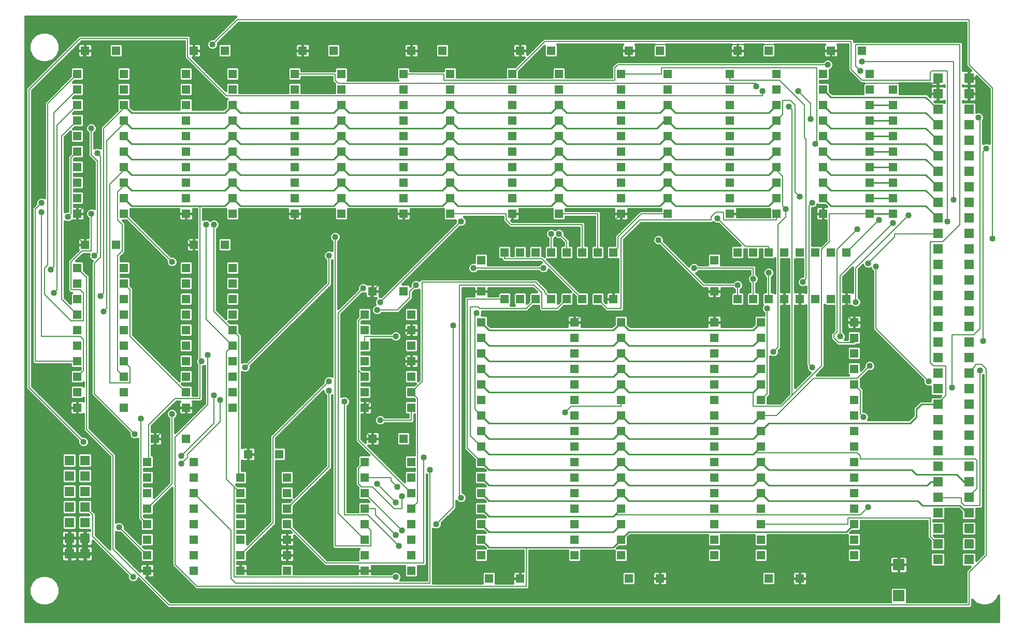
<source format=gbl>
G75*
G70*
%OFA0B0*%
%FSLAX24Y24*%
%IPPOS*%
%LPD*%
%AMOC8*
5,1,8,0,0,1.08239X$1,22.5*
%
%ADD10R,0.0560X0.0560*%
%ADD11R,0.0630X0.0630*%
%ADD12R,0.0640X0.0640*%
%ADD13R,0.0750X0.0750*%
%ADD14C,0.0400*%
%ADD15C,0.0080*%
%ADD16C,0.0400*%
%ADD17C,0.0160*%
%ADD18C,0.0100*%
D10*
X012969Y010888D03*
X012969Y011888D03*
X012969Y012888D03*
X012969Y013888D03*
X012969Y014888D03*
X012969Y015888D03*
X012969Y016888D03*
X012969Y017888D03*
X013469Y019388D03*
X015469Y019388D03*
X015969Y017888D03*
X015969Y016888D03*
X015969Y015888D03*
X015969Y014888D03*
X015969Y013888D03*
X015969Y012888D03*
X015969Y011888D03*
X015969Y010888D03*
X018969Y010888D03*
X018969Y011888D03*
X018969Y012888D03*
X018969Y013888D03*
X018969Y014888D03*
X018969Y015888D03*
X018969Y016888D03*
X019469Y018388D03*
X021469Y018388D03*
X021969Y016888D03*
X021969Y015888D03*
X021969Y014888D03*
X021969Y013888D03*
X021969Y012888D03*
X021969Y011888D03*
X021969Y010888D03*
X026969Y010888D03*
X026969Y011888D03*
X026969Y012888D03*
X026969Y013888D03*
X026969Y014888D03*
X026969Y015888D03*
X026969Y016888D03*
X026969Y017888D03*
X027469Y019388D03*
X029469Y019388D03*
X029969Y017888D03*
X029969Y016888D03*
X029969Y015888D03*
X029969Y014888D03*
X029969Y013888D03*
X029969Y012888D03*
X029969Y011888D03*
X029969Y010888D03*
X034469Y011888D03*
X034469Y012888D03*
X034469Y013888D03*
X034469Y014888D03*
X034469Y015888D03*
X034469Y016888D03*
X034469Y017888D03*
X034469Y018888D03*
X034469Y019888D03*
X034469Y020888D03*
X034469Y021888D03*
X034469Y022888D03*
X034469Y023888D03*
X034469Y024888D03*
X034469Y025888D03*
X034469Y026888D03*
X035969Y028388D03*
X036969Y028388D03*
X037969Y028388D03*
X038969Y028388D03*
X039969Y028388D03*
X040969Y028388D03*
X041969Y028388D03*
X042969Y028388D03*
X043469Y026888D03*
X043469Y025888D03*
X043469Y024888D03*
X043469Y023888D03*
X043469Y022888D03*
X043469Y021888D03*
X043469Y020888D03*
X043469Y019888D03*
X043469Y018888D03*
X043469Y017888D03*
X043469Y016888D03*
X043469Y015888D03*
X043469Y014888D03*
X043469Y013888D03*
X043469Y012888D03*
X043469Y011888D03*
X043969Y010388D03*
X045969Y010388D03*
X049469Y011888D03*
X049469Y012888D03*
X049469Y013888D03*
X049469Y014888D03*
X049469Y015888D03*
X049469Y016888D03*
X049469Y017888D03*
X049469Y018888D03*
X049469Y019888D03*
X049469Y020888D03*
X049469Y021888D03*
X049469Y022888D03*
X049469Y023888D03*
X049469Y024888D03*
X049469Y025888D03*
X049469Y026888D03*
X050969Y028388D03*
X051969Y028388D03*
X052969Y028388D03*
X053969Y028388D03*
X054969Y028388D03*
X055969Y028388D03*
X056969Y028388D03*
X057969Y028388D03*
X058469Y026888D03*
X058469Y025888D03*
X058469Y024888D03*
X058469Y023888D03*
X058469Y022888D03*
X058469Y021888D03*
X058469Y020888D03*
X058469Y019888D03*
X058469Y018888D03*
X058469Y017888D03*
X058469Y016888D03*
X058469Y015888D03*
X058469Y014888D03*
X058469Y013888D03*
X058469Y012888D03*
X058469Y011888D03*
X054969Y010388D03*
X052969Y010388D03*
X052469Y011888D03*
X052469Y012888D03*
X052469Y013888D03*
X052469Y014888D03*
X052469Y015888D03*
X052469Y016888D03*
X052469Y017888D03*
X052469Y018888D03*
X052469Y019888D03*
X052469Y020888D03*
X052469Y021888D03*
X052469Y022888D03*
X052469Y023888D03*
X052469Y024888D03*
X052469Y025888D03*
X052469Y026888D03*
X049469Y028888D03*
X049469Y030888D03*
X050969Y031388D03*
X051969Y031388D03*
X052969Y031388D03*
X053969Y031388D03*
X054969Y031388D03*
X055969Y031388D03*
X056969Y031388D03*
X057969Y031388D03*
X059469Y033888D03*
X059469Y034888D03*
X059469Y035888D03*
X059469Y036888D03*
X059469Y037888D03*
X059469Y038888D03*
X059469Y039888D03*
X059469Y040888D03*
X059469Y041888D03*
X059469Y042888D03*
X058969Y044388D03*
X056969Y044388D03*
X056469Y042888D03*
X056469Y041888D03*
X056469Y040888D03*
X056469Y039888D03*
X056469Y038888D03*
X056469Y037888D03*
X056469Y036888D03*
X056469Y035888D03*
X056469Y034888D03*
X056469Y033888D03*
X053469Y033888D03*
X053469Y034888D03*
X053469Y035888D03*
X053469Y036888D03*
X053469Y037888D03*
X053469Y038888D03*
X053469Y039888D03*
X053469Y040888D03*
X053469Y041888D03*
X053469Y042888D03*
X052969Y044388D03*
X050969Y044388D03*
X050469Y042888D03*
X050469Y041888D03*
X050469Y040888D03*
X050469Y039888D03*
X050469Y038888D03*
X050469Y037888D03*
X050469Y036888D03*
X050469Y035888D03*
X050469Y034888D03*
X050469Y033888D03*
X046469Y033888D03*
X046469Y034888D03*
X046469Y035888D03*
X046469Y036888D03*
X046469Y037888D03*
X046469Y038888D03*
X046469Y039888D03*
X046469Y040888D03*
X046469Y041888D03*
X046469Y042888D03*
X045969Y044388D03*
X043969Y044388D03*
X043469Y042888D03*
X043469Y041888D03*
X043469Y040888D03*
X043469Y039888D03*
X043469Y038888D03*
X043469Y037888D03*
X043469Y036888D03*
X043469Y035888D03*
X043469Y034888D03*
X043469Y033888D03*
X042969Y031388D03*
X041969Y031388D03*
X040969Y031388D03*
X039969Y031388D03*
X038969Y031388D03*
X037969Y031388D03*
X036969Y031388D03*
X035969Y031388D03*
X034469Y030888D03*
X034469Y028888D03*
X029969Y027388D03*
X029969Y026388D03*
X029969Y025388D03*
X029969Y024388D03*
X029969Y023388D03*
X029969Y022388D03*
X029969Y021388D03*
X026969Y021388D03*
X026969Y022388D03*
X026969Y023388D03*
X026969Y024388D03*
X026969Y025388D03*
X026969Y026388D03*
X026969Y027388D03*
X027469Y028888D03*
X029469Y028888D03*
X029469Y033888D03*
X029469Y034888D03*
X029469Y035888D03*
X029469Y036888D03*
X029469Y037888D03*
X029469Y038888D03*
X029469Y039888D03*
X029469Y040888D03*
X029469Y041888D03*
X029469Y042888D03*
X029969Y044388D03*
X031969Y044388D03*
X032469Y042888D03*
X032469Y041888D03*
X032469Y040888D03*
X032469Y039888D03*
X032469Y038888D03*
X032469Y037888D03*
X032469Y036888D03*
X032469Y035888D03*
X032469Y034888D03*
X032469Y033888D03*
X036469Y033888D03*
X036469Y034888D03*
X036469Y035888D03*
X036469Y036888D03*
X036469Y037888D03*
X036469Y038888D03*
X036469Y039888D03*
X036469Y040888D03*
X036469Y041888D03*
X036469Y042888D03*
X036969Y044388D03*
X038969Y044388D03*
X039469Y042888D03*
X039469Y041888D03*
X039469Y040888D03*
X039469Y039888D03*
X039469Y038888D03*
X039469Y037888D03*
X039469Y036888D03*
X039469Y035888D03*
X039469Y034888D03*
X039469Y033888D03*
X040469Y026888D03*
X040469Y025888D03*
X040469Y024888D03*
X040469Y023888D03*
X040469Y022888D03*
X040469Y021888D03*
X040469Y020888D03*
X040469Y019888D03*
X040469Y018888D03*
X040469Y017888D03*
X040469Y016888D03*
X040469Y015888D03*
X040469Y014888D03*
X040469Y013888D03*
X040469Y012888D03*
X040469Y011888D03*
X036969Y010388D03*
X034969Y010388D03*
X018469Y021388D03*
X018469Y022388D03*
X018469Y023388D03*
X018469Y024388D03*
X018469Y025388D03*
X018469Y026388D03*
X018469Y027388D03*
X018469Y028388D03*
X018469Y029388D03*
X018469Y030388D03*
X017969Y031888D03*
X015969Y031888D03*
X015469Y030388D03*
X015469Y029388D03*
X015469Y028388D03*
X015469Y027388D03*
X015469Y026388D03*
X015469Y025388D03*
X015469Y024388D03*
X015469Y023388D03*
X015469Y022388D03*
X015469Y021388D03*
X011469Y021388D03*
X011469Y022388D03*
X011469Y023388D03*
X011469Y024388D03*
X011469Y025388D03*
X011469Y026388D03*
X011469Y027388D03*
X011469Y028388D03*
X011469Y029388D03*
X011469Y030388D03*
X010969Y031888D03*
X008969Y031888D03*
X008469Y030388D03*
X008469Y029388D03*
X008469Y028388D03*
X008469Y027388D03*
X008469Y026388D03*
X008469Y025388D03*
X008469Y024388D03*
X008469Y023388D03*
X008469Y022388D03*
X008469Y021388D03*
X008469Y033888D03*
X008469Y034888D03*
X008469Y035888D03*
X008469Y036888D03*
X008469Y037888D03*
X008469Y038888D03*
X008469Y039888D03*
X008469Y040888D03*
X008469Y041888D03*
X008469Y042888D03*
X008969Y044388D03*
X010969Y044388D03*
X011469Y042888D03*
X011469Y041888D03*
X011469Y040888D03*
X011469Y039888D03*
X011469Y038888D03*
X011469Y037888D03*
X011469Y036888D03*
X011469Y035888D03*
X011469Y034888D03*
X011469Y033888D03*
X015469Y033888D03*
X015469Y034888D03*
X015469Y035888D03*
X015469Y036888D03*
X015469Y037888D03*
X015469Y038888D03*
X015469Y039888D03*
X015469Y040888D03*
X015469Y041888D03*
X015469Y042888D03*
X015969Y044388D03*
X017969Y044388D03*
X018469Y042888D03*
X018469Y041888D03*
X018469Y040888D03*
X018469Y039888D03*
X018469Y038888D03*
X018469Y037888D03*
X018469Y036888D03*
X018469Y035888D03*
X018469Y034888D03*
X018469Y033888D03*
X022469Y033888D03*
X022469Y034888D03*
X022469Y035888D03*
X022469Y036888D03*
X022469Y037888D03*
X022469Y038888D03*
X022469Y039888D03*
X022469Y040888D03*
X022469Y041888D03*
X022469Y042888D03*
X022969Y044388D03*
X024969Y044388D03*
X025469Y042888D03*
X025469Y041888D03*
X025469Y040888D03*
X025469Y039888D03*
X025469Y038888D03*
X025469Y037888D03*
X025469Y036888D03*
X025469Y035888D03*
X025469Y034888D03*
X025469Y033888D03*
X060969Y033888D03*
X060969Y034888D03*
X060969Y035888D03*
X060969Y036888D03*
X060969Y037888D03*
X060969Y038888D03*
X060969Y039888D03*
X060969Y040888D03*
X060969Y041888D03*
D11*
X063851Y041612D03*
X063851Y040612D03*
X063851Y039612D03*
X063851Y038612D03*
X063851Y037612D03*
X063851Y036612D03*
X063851Y035612D03*
X063851Y034612D03*
X063851Y033612D03*
X063851Y032612D03*
X063851Y031612D03*
X063851Y030612D03*
X063851Y029612D03*
X063851Y028612D03*
X063851Y027612D03*
X063851Y026612D03*
X063851Y025612D03*
X063851Y024612D03*
X063851Y023612D03*
X063851Y022612D03*
X063851Y021612D03*
X063851Y020612D03*
X063851Y019612D03*
X063851Y018612D03*
X063851Y017612D03*
X063851Y016612D03*
X063851Y015612D03*
X063851Y014612D03*
X063851Y013612D03*
X063851Y012612D03*
X063851Y011612D03*
X065851Y011612D03*
X065851Y012612D03*
X065851Y013612D03*
X065851Y014612D03*
X065851Y015612D03*
X065851Y016612D03*
X065851Y017612D03*
X065851Y018612D03*
X065851Y019612D03*
X065851Y020612D03*
X065851Y021612D03*
X065851Y022612D03*
X065851Y023612D03*
X065851Y024612D03*
X065851Y025612D03*
X065851Y026612D03*
X065851Y027612D03*
X065851Y028612D03*
X065851Y029612D03*
X065851Y030612D03*
X065851Y031612D03*
X065851Y032612D03*
X065851Y033612D03*
X065851Y034612D03*
X065851Y035612D03*
X065851Y036612D03*
X065851Y037612D03*
X065851Y038612D03*
X065851Y039612D03*
X065851Y040612D03*
X065851Y041612D03*
X065851Y042612D03*
X063851Y042612D03*
D12*
X008969Y017988D03*
X007969Y017988D03*
X007969Y016988D03*
X008969Y016988D03*
X008969Y015988D03*
X007969Y015988D03*
X007969Y014988D03*
X008969Y014988D03*
X008969Y013988D03*
X007969Y013988D03*
X007969Y012988D03*
X008969Y012988D03*
X008969Y011988D03*
X007969Y011988D03*
D13*
X061329Y011268D03*
X061329Y009268D03*
D14*
X009129Y011868D02*
X008969Y012028D01*
X008969Y012988D01*
X007969Y012988D02*
X007969Y011988D01*
X008089Y011868D01*
X008969Y011868D01*
X009129Y011868D01*
D15*
X008969Y011868D02*
X008969Y011988D01*
X009469Y013088D02*
X009469Y014488D01*
X008969Y014988D01*
X009469Y013088D02*
X012069Y010488D01*
X012969Y011888D02*
X011169Y013688D01*
X012569Y014288D02*
X012569Y020688D01*
X013069Y020288D02*
X014769Y021988D01*
X016369Y021988D01*
X016369Y024388D01*
X016469Y024388D01*
X016369Y024388D02*
X016369Y034388D01*
X015469Y033888D02*
X015469Y032388D01*
X015969Y031888D01*
X014569Y030788D02*
X011469Y033888D01*
X011069Y033488D02*
X011069Y035288D01*
X011569Y035788D01*
X010569Y035788D02*
X011569Y036788D01*
X010569Y035788D02*
X010569Y022988D01*
X011869Y022988D01*
X011869Y023988D01*
X011469Y024388D01*
X011069Y023788D02*
X011069Y031188D01*
X011369Y031488D01*
X011369Y033188D01*
X011069Y033488D01*
X009369Y033888D02*
X009369Y031488D01*
X008769Y031488D01*
X008069Y030788D01*
X008069Y028988D01*
X008669Y028988D01*
X008869Y028788D01*
X008869Y026988D01*
X008069Y026988D01*
X006369Y028688D01*
X006369Y030388D01*
X006569Y030588D01*
X006569Y040988D01*
X008469Y042888D01*
X008469Y041888D02*
X006969Y040388D01*
X006969Y030488D01*
X006769Y030288D01*
X007169Y028988D02*
X006969Y028788D01*
X007169Y028988D02*
X007169Y039588D01*
X008469Y040888D01*
X008869Y041488D02*
X011769Y044388D01*
X008969Y044388D02*
X008869Y044288D01*
X008869Y041488D01*
X008869Y034288D01*
X008469Y033888D01*
X008469Y032388D01*
X008969Y031888D01*
X009569Y031188D02*
X009769Y031388D01*
X009769Y037288D01*
X009369Y037688D01*
X009369Y039388D01*
X010169Y039388D02*
X011569Y040788D01*
X011569Y039788D02*
X010369Y038588D01*
X010369Y027788D01*
X010169Y027588D01*
X009969Y028588D02*
X010169Y028788D01*
X010169Y039388D01*
X009769Y037788D02*
X009969Y037588D01*
X009969Y031088D01*
X009569Y030688D01*
X009569Y022288D01*
X012169Y019688D01*
X013069Y020288D02*
X013069Y017988D01*
X012969Y017888D01*
X014569Y016488D02*
X014569Y020988D01*
X014469Y021388D02*
X015469Y021388D01*
X014469Y021388D02*
X014169Y021088D01*
X014169Y020088D01*
X013469Y019388D01*
X014769Y019488D02*
X014769Y011288D01*
X016169Y009888D01*
X037369Y009888D01*
X037369Y012388D01*
X036969Y010388D02*
X035369Y010388D01*
X035369Y010788D01*
X034669Y011488D01*
X033569Y011488D01*
X033569Y018488D01*
X033369Y018688D01*
X033369Y028488D01*
X033769Y028888D01*
X034469Y028888D01*
X033569Y028388D02*
X033569Y018788D01*
X034469Y017888D01*
X034469Y018888D02*
X033769Y019588D01*
X033769Y027888D01*
X034269Y027888D01*
X034369Y027788D01*
X037369Y027788D01*
X037969Y028388D01*
X038369Y028788D02*
X038369Y027788D01*
X039369Y027788D01*
X039969Y028388D01*
X040969Y028388D02*
X038369Y030988D01*
X035969Y030988D01*
X035969Y031388D01*
X033969Y030388D02*
X038469Y030388D01*
X038969Y031388D02*
X038969Y032588D01*
X039469Y032588D02*
X039969Y032088D01*
X039969Y031388D01*
X040969Y031388D02*
X040969Y033188D01*
X036369Y033188D01*
X036069Y033488D01*
X036069Y033888D01*
X032469Y033888D01*
X033169Y033388D02*
X027969Y028188D01*
X027769Y027688D02*
X029069Y027688D01*
X029869Y028488D01*
X029869Y028888D01*
X030269Y029288D01*
X030669Y029488D02*
X030669Y023088D01*
X029969Y022388D01*
X030369Y021988D01*
X030369Y015288D01*
X029969Y014888D01*
X029369Y014888D02*
X029369Y015688D01*
X028969Y015288D02*
X027769Y016488D01*
X027469Y016288D02*
X028869Y014888D01*
X029369Y014888D01*
X029969Y015888D02*
X026569Y019288D01*
X026569Y023788D01*
X026569Y026988D01*
X026969Y027388D01*
X027369Y027288D02*
X027369Y028788D01*
X027469Y028888D01*
X029469Y030888D01*
X029469Y033888D01*
X025069Y032388D02*
X025069Y012488D01*
X027369Y012488D01*
X027369Y013488D01*
X026969Y013888D01*
X027169Y014488D02*
X025669Y014488D01*
X025669Y021788D01*
X026969Y021388D02*
X029969Y024388D01*
X029569Y024788D01*
X029569Y025988D01*
X028269Y027288D01*
X027369Y027288D01*
X026969Y025988D02*
X026969Y025388D01*
X026969Y025988D02*
X028969Y025988D01*
X029569Y025988D02*
X029969Y026388D01*
X032669Y026688D02*
X032669Y014988D01*
X031569Y013888D01*
X029369Y013488D02*
X026969Y015888D01*
X026769Y016288D02*
X027469Y016288D01*
X026769Y016288D02*
X026569Y016488D01*
X026569Y017488D01*
X026969Y017888D01*
X026969Y016888D02*
X028669Y016888D01*
X028669Y016688D01*
X029069Y016288D01*
X027669Y014888D02*
X026969Y014888D01*
X027169Y014488D02*
X029169Y012488D01*
X028969Y013188D02*
X027669Y014488D01*
X027669Y014888D01*
X026969Y012888D02*
X025269Y014588D01*
X025269Y027488D01*
X026869Y029088D01*
X024669Y029388D02*
X024669Y031188D01*
X024669Y029388D02*
X019269Y023988D01*
X018069Y024988D02*
X018469Y025388D01*
X016769Y027088D01*
X016769Y033188D01*
X017269Y033188D02*
X017269Y027588D01*
X018469Y026388D01*
X018869Y025988D01*
X018869Y016988D01*
X018969Y016888D01*
X018569Y016288D02*
X018069Y016788D01*
X018069Y024988D01*
X016869Y024788D02*
X016869Y021588D01*
X014769Y019488D01*
X015169Y018288D02*
X017269Y020388D01*
X017269Y022188D01*
X017669Y021888D02*
X017669Y020488D01*
X015569Y018388D01*
X015569Y018188D01*
X015169Y017788D01*
X014569Y016488D02*
X012969Y014888D01*
X012569Y014288D02*
X012969Y013888D01*
X010769Y012288D02*
X014369Y008688D01*
X065869Y008688D01*
X065869Y010788D01*
X066969Y011888D01*
X066969Y023888D01*
X066669Y024188D01*
X066269Y024188D01*
X066269Y024088D01*
X065869Y023688D01*
X065851Y023612D01*
X066569Y023788D02*
X066569Y015088D01*
X065569Y015088D01*
X065369Y015288D01*
X065369Y015588D01*
X063869Y015588D01*
X063851Y015612D01*
X063369Y014288D02*
X063369Y013088D01*
X063769Y012688D01*
X063851Y012612D01*
X063369Y014288D02*
X058069Y014288D01*
X058069Y013888D01*
X052469Y013888D01*
X053369Y010788D02*
X045969Y010788D01*
X045969Y010388D01*
X045969Y010788D02*
X043569Y010788D01*
X043369Y010588D01*
X043069Y014488D02*
X058869Y014488D01*
X059369Y014988D01*
X058869Y018088D02*
X058869Y018288D01*
X058669Y018488D01*
X052069Y018488D01*
X052469Y020888D02*
X053469Y020888D01*
X055869Y023288D01*
X058669Y023288D01*
X059469Y024088D01*
X058469Y022888D02*
X058869Y022488D01*
X058869Y020988D01*
X059069Y020788D01*
X058869Y018088D02*
X066269Y018088D01*
X066369Y017988D01*
X066369Y016188D01*
X065869Y015688D01*
X065851Y015612D01*
X063851Y021612D02*
X063869Y021688D01*
X064369Y022188D01*
X064369Y024088D01*
X063569Y024088D01*
X063369Y024288D01*
X063369Y032088D01*
X064169Y032088D01*
X065269Y033188D01*
X065269Y044788D01*
X058569Y044788D01*
X058569Y043388D01*
X058869Y043088D01*
X058969Y043688D02*
X064869Y043688D01*
X064869Y034788D01*
X064469Y033388D02*
X064469Y043088D01*
X063469Y043088D01*
X063369Y042988D01*
X063369Y042488D01*
X058969Y042488D01*
X058269Y043188D01*
X058269Y044988D01*
X038569Y044988D01*
X036469Y042888D01*
X036969Y044388D02*
X032369Y044388D01*
X032369Y044788D01*
X029969Y044788D01*
X029969Y044388D01*
X025369Y044388D01*
X025369Y044788D01*
X022969Y044788D01*
X022969Y044388D01*
X022969Y044788D02*
X017569Y044788D01*
X017569Y044388D01*
X015969Y044388D01*
X015569Y043988D02*
X018069Y041488D01*
X052569Y041488D01*
X052569Y041788D01*
X052169Y042088D02*
X052169Y042288D01*
X025269Y042288D01*
X025069Y042488D01*
X025069Y042888D01*
X022469Y042888D01*
X018769Y046388D02*
X065869Y046388D01*
X065869Y043488D01*
X067369Y041988D01*
X067369Y032288D01*
X063851Y032612D02*
X063769Y032588D01*
X061069Y032588D01*
X061069Y032388D01*
X059369Y030688D01*
X059869Y030488D02*
X059869Y026488D01*
X063269Y023088D01*
X064769Y022688D02*
X064769Y026088D01*
X066169Y026088D01*
X066569Y026488D01*
X066569Y039988D01*
X066469Y040088D01*
X065851Y041612D02*
X065869Y041688D01*
X065869Y042588D01*
X065851Y042612D01*
X063869Y042588D02*
X063869Y042288D01*
X057169Y042288D01*
X057169Y044188D01*
X056969Y044388D01*
X053369Y044388D01*
X053369Y044788D01*
X050969Y044788D01*
X050969Y044388D01*
X050969Y044788D02*
X045569Y044788D01*
X045569Y044388D01*
X043969Y044388D01*
X043969Y043788D01*
X038869Y043788D01*
X043069Y043288D02*
X043069Y042488D01*
X032069Y042488D01*
X032069Y042888D01*
X029469Y042888D01*
X018769Y046388D02*
X017169Y044788D01*
X015569Y045188D02*
X015569Y043988D01*
X015569Y045188D02*
X008669Y045188D01*
X005369Y041888D01*
X005369Y022688D01*
X008869Y019188D01*
X009069Y019988D02*
X010769Y018288D01*
X010769Y012288D01*
X015969Y015888D02*
X018369Y013488D01*
X018369Y010388D01*
X018669Y010088D01*
X031169Y010088D01*
X031169Y017388D01*
X030769Y018188D02*
X030769Y011388D01*
X024469Y011388D01*
X021969Y013888D01*
X021069Y013988D02*
X021069Y019488D01*
X024669Y023088D01*
X024669Y022488D02*
X024669Y017588D01*
X021969Y014888D01*
X021069Y013988D02*
X018969Y011888D01*
X018569Y010488D02*
X018569Y016288D01*
X018969Y015888D01*
X018569Y010488D02*
X028969Y010488D01*
X033169Y015588D02*
X033069Y015688D01*
X033069Y029288D01*
X037869Y029288D01*
X038369Y028788D01*
X038569Y028788D02*
X038569Y028888D01*
X037969Y029488D01*
X030669Y029488D01*
X033569Y028388D02*
X035969Y028388D01*
X034169Y027488D02*
X034069Y027388D01*
X034069Y021288D01*
X034469Y020888D01*
X029969Y020588D02*
X029969Y021388D01*
X029969Y020588D02*
X027969Y020588D01*
X026969Y019888D02*
X026969Y021388D01*
X026969Y019888D02*
X027469Y019388D01*
X026969Y023388D02*
X026569Y023788D01*
X015469Y022388D02*
X011869Y025988D01*
X011869Y028988D01*
X011469Y029388D01*
X009069Y029788D02*
X009069Y019988D01*
X008469Y023388D02*
X008869Y023788D01*
X008869Y025788D01*
X008669Y025988D01*
X006169Y025988D01*
X006169Y033988D01*
X005769Y034188D02*
X006169Y034588D01*
X005769Y034188D02*
X005769Y024388D01*
X008469Y024388D01*
X011069Y023788D02*
X011469Y023388D01*
X008469Y027388D02*
X007469Y028388D01*
X007469Y038888D01*
X008469Y039888D01*
X008469Y037888D02*
X008069Y037488D01*
X008069Y033888D01*
X007869Y033688D01*
X008469Y030388D02*
X009069Y029788D01*
X038569Y028788D02*
X038969Y028388D01*
X040469Y026888D02*
X041569Y027988D01*
X041569Y028788D01*
X042569Y028788D01*
X042569Y032988D01*
X043469Y033888D01*
X044669Y033488D02*
X049269Y033488D01*
X049269Y033688D01*
X049569Y033988D01*
X050069Y033988D01*
X050069Y033488D01*
X053469Y033488D01*
X053469Y033888D01*
X054069Y033688D02*
X053569Y033188D01*
X053569Y025288D01*
X053269Y024988D01*
X055569Y024188D02*
X055569Y034388D01*
X055769Y034588D01*
X054969Y034988D02*
X054669Y035288D01*
X054669Y040888D01*
X054369Y041188D01*
X053869Y041188D01*
X053869Y040288D01*
X053469Y039888D01*
X054269Y040788D02*
X054469Y040588D01*
X054469Y022188D01*
X056369Y024088D01*
X056369Y031588D01*
X056869Y032088D01*
X056869Y033888D01*
X059469Y033888D01*
X060069Y033488D02*
X057969Y031388D01*
X057369Y031588D02*
X057369Y026288D01*
X057169Y026088D01*
X057169Y025888D01*
X057469Y025588D01*
X058469Y025588D01*
X058469Y025888D01*
X057569Y025988D02*
X057569Y029888D01*
X060969Y033288D01*
X061969Y033788D02*
X058569Y030388D01*
X058569Y028188D01*
X058169Y028188D02*
X058169Y027188D01*
X058469Y026888D01*
X058169Y028188D02*
X057969Y028388D01*
X055369Y029688D02*
X055369Y038688D01*
X055269Y038788D01*
X055269Y040888D01*
X053669Y042488D01*
X050469Y042488D01*
X050469Y042888D01*
X054869Y041788D02*
X055669Y040988D01*
X055669Y039988D01*
X056069Y038488D02*
X055969Y038388D01*
X056069Y038488D02*
X056069Y043288D01*
X046069Y043288D01*
X046069Y042888D01*
X043469Y042888D01*
X043069Y043288D02*
X043269Y043488D01*
X056769Y043488D01*
X063851Y042612D02*
X063869Y042588D01*
X063869Y042288D02*
X063869Y041688D01*
X063851Y041612D01*
X066969Y038088D02*
X066769Y037888D01*
X066769Y025688D01*
X058669Y032888D02*
X057369Y031588D01*
X055369Y029688D02*
X055169Y029488D01*
X052969Y030088D02*
X052969Y028388D01*
X052869Y027788D02*
X052869Y022288D01*
X052469Y021888D01*
X051969Y021488D02*
X051969Y022388D01*
X051969Y021488D02*
X053769Y021488D01*
X054469Y022188D01*
X055769Y023988D02*
X055569Y024188D01*
X051969Y028388D02*
X051969Y029688D01*
X051969Y030388D01*
X048169Y030388D01*
X048769Y029288D02*
X050969Y029288D01*
X050969Y028388D01*
X049469Y028888D02*
X049469Y026888D01*
X048769Y029288D02*
X045869Y032188D01*
X044669Y033488D02*
X043469Y032288D01*
X043469Y027788D01*
X042569Y027788D01*
X041969Y028388D01*
X042569Y028788D02*
X042969Y028788D01*
X042969Y028388D01*
X042969Y031388D02*
X043269Y031688D01*
X043269Y032388D01*
X044769Y033888D01*
X046469Y033888D01*
X049669Y033588D02*
X051469Y031788D01*
X052969Y031788D01*
X052969Y031388D01*
X054069Y033688D02*
X054069Y034188D01*
X053869Y034388D01*
X053869Y036288D01*
X053369Y036788D01*
X041969Y033888D02*
X041969Y031388D01*
X041969Y033888D02*
X039469Y033888D01*
X043469Y021888D02*
X043469Y021488D01*
X040269Y021488D01*
X039869Y021088D01*
X053369Y010788D02*
X053369Y010388D01*
X054969Y010388D01*
D16*
X059369Y014988D03*
X059069Y020788D03*
X059469Y024088D03*
X057569Y025988D03*
X055769Y023988D03*
X053269Y024988D03*
X052869Y027788D03*
X051969Y029688D03*
X052969Y030088D03*
X050969Y029288D03*
X048169Y030388D03*
X045869Y032188D03*
X049669Y033588D03*
X054069Y034188D03*
X054969Y034988D03*
X055769Y034588D03*
X058669Y032888D03*
X060069Y033488D03*
X060969Y033288D03*
X061969Y033788D03*
X064469Y033388D03*
X064869Y034788D03*
X067369Y032288D03*
X059869Y030488D03*
X059369Y030688D03*
X058569Y028188D03*
X055169Y029488D03*
X063269Y023088D03*
X064769Y022688D03*
X066569Y023788D03*
X066769Y025688D03*
X066969Y038088D03*
X066469Y040088D03*
X058969Y043688D03*
X058869Y043088D03*
X056769Y043488D03*
X054869Y041788D03*
X054269Y040788D03*
X055669Y039988D03*
X055969Y038388D03*
X052569Y041788D03*
X052169Y042088D03*
X039469Y032588D03*
X038969Y032588D03*
X038469Y030388D03*
X034169Y027488D03*
X032669Y026688D03*
X030269Y029288D03*
X027969Y028188D03*
X027769Y027688D03*
X026869Y029088D03*
X024669Y031188D03*
X025069Y032388D03*
X017269Y033188D03*
X016769Y033188D03*
X014569Y030788D03*
X009969Y028588D03*
X010169Y027588D03*
X006969Y028788D03*
X006769Y030288D03*
X009569Y031188D03*
X009369Y033888D03*
X007869Y033688D03*
X006169Y033988D03*
X006169Y034588D03*
X009769Y037788D03*
X009369Y039388D03*
X011769Y044388D03*
X017169Y044788D03*
X033169Y033388D03*
X033969Y030388D03*
X028969Y025988D03*
X024669Y023088D03*
X024669Y022488D03*
X025669Y021788D03*
X027969Y020588D03*
X030769Y018188D03*
X031169Y017388D03*
X029069Y016288D03*
X027769Y016488D03*
X028969Y015288D03*
X029369Y015688D03*
X031569Y013888D03*
X029369Y013488D03*
X028969Y013188D03*
X029169Y012488D03*
X028969Y010488D03*
X033169Y015588D03*
X039869Y021088D03*
X043369Y010588D03*
X019269Y023988D03*
X016869Y024788D03*
X016469Y024388D03*
X017269Y022188D03*
X017669Y021888D03*
X014569Y020988D03*
X012569Y020688D03*
X012169Y019688D03*
X015169Y018288D03*
X015169Y017788D03*
X011169Y013688D03*
X012069Y010488D03*
X008869Y019188D03*
X038869Y043788D03*
D17*
X005149Y046578D02*
X005149Y007602D01*
X067771Y007602D01*
X067771Y009272D01*
X067681Y009057D01*
X067406Y008781D01*
X067046Y008632D01*
X066656Y008632D01*
X066296Y008781D01*
X066069Y009008D01*
X066069Y008605D01*
X065952Y008488D01*
X065786Y008488D01*
X014286Y008488D01*
X014169Y008605D01*
X012408Y010366D01*
X012374Y010284D01*
X012273Y010183D01*
X012140Y010128D01*
X011997Y010128D01*
X011865Y010183D01*
X011764Y010284D01*
X011709Y010416D01*
X011709Y010559D01*
X011710Y010563D01*
X009469Y012805D01*
X009469Y012644D01*
X009456Y012598D01*
X009433Y012557D01*
X009399Y012524D01*
X009358Y012500D01*
X009313Y012488D01*
X008989Y012488D01*
X008989Y012967D01*
X008949Y012967D01*
X008949Y012488D01*
X008625Y012488D01*
X008579Y012500D01*
X008538Y012524D01*
X008505Y012557D01*
X008481Y012598D01*
X008469Y012644D01*
X008469Y012968D01*
X008469Y012644D01*
X008456Y012598D01*
X008433Y012557D01*
X008399Y012524D01*
X008358Y012500D01*
X008313Y012488D01*
X007989Y012488D01*
X007989Y012967D01*
X007949Y012967D01*
X007949Y012488D01*
X007625Y012488D01*
X007579Y012500D01*
X007538Y012524D01*
X007505Y012557D01*
X007481Y012598D01*
X007469Y012644D01*
X007469Y012968D01*
X007949Y012968D01*
X007949Y013008D01*
X007949Y013488D01*
X007625Y013488D01*
X007579Y013475D01*
X007538Y013452D01*
X007505Y013418D01*
X007481Y013377D01*
X007469Y013331D01*
X007469Y013008D01*
X007949Y013008D01*
X007989Y013008D01*
X007989Y013488D01*
X008313Y013488D01*
X008358Y013475D01*
X008399Y013452D01*
X008433Y013418D01*
X008456Y013377D01*
X008469Y013331D01*
X008469Y013008D01*
X008949Y013008D01*
X008949Y013488D01*
X008625Y013488D01*
X008579Y013475D01*
X008538Y013452D01*
X008505Y013418D01*
X008481Y013377D01*
X008469Y013331D01*
X008469Y013008D01*
X007989Y013008D01*
X007989Y012968D01*
X008469Y012968D01*
X008949Y012968D01*
X008949Y013008D01*
X008989Y013008D01*
X008989Y013488D01*
X009269Y013488D01*
X009269Y013508D01*
X008583Y013508D01*
X008489Y013601D01*
X008489Y014374D01*
X008583Y014468D01*
X009206Y014468D01*
X009166Y014508D01*
X008583Y014508D01*
X008489Y014601D01*
X008489Y015374D01*
X008583Y015468D01*
X009355Y015468D01*
X009449Y015374D01*
X009449Y014791D01*
X009669Y014571D01*
X009669Y014405D01*
X009669Y013171D01*
X010569Y012270D01*
X010569Y012371D01*
X010569Y018205D01*
X008869Y019905D01*
X008869Y020071D01*
X008268Y020071D01*
X008427Y019913D02*
X008869Y019913D01*
X008869Y020071D02*
X008869Y020973D01*
X008859Y020964D01*
X008818Y020940D01*
X008773Y020928D01*
X008469Y020928D01*
X008469Y021387D01*
X008469Y021387D01*
X008469Y020928D01*
X008165Y020928D01*
X008119Y020940D01*
X008078Y020964D01*
X008045Y020997D01*
X008021Y021038D01*
X008009Y021084D01*
X008009Y021387D01*
X008468Y021387D01*
X008468Y021388D01*
X008009Y021388D01*
X008009Y021691D01*
X008021Y021737D01*
X008045Y021778D01*
X008078Y021812D01*
X008119Y021835D01*
X008165Y021848D01*
X008469Y021848D01*
X008469Y021388D01*
X008469Y021388D01*
X008469Y021848D01*
X008773Y021848D01*
X008818Y021835D01*
X008859Y021812D01*
X008869Y021802D01*
X008869Y022001D01*
X008815Y021948D01*
X008123Y021948D01*
X008029Y022041D01*
X008029Y022734D01*
X008123Y022828D01*
X008815Y022828D01*
X008869Y022774D01*
X008869Y023001D01*
X008815Y022948D01*
X008123Y022948D01*
X008029Y023041D01*
X008029Y023734D01*
X008123Y023828D01*
X008626Y023828D01*
X008669Y023871D01*
X008669Y023948D01*
X008123Y023948D01*
X008029Y024041D01*
X008029Y024188D01*
X005852Y024188D01*
X005686Y024188D01*
X005569Y024305D01*
X005569Y034271D01*
X005686Y034388D01*
X005686Y034388D01*
X005810Y034512D01*
X005809Y034516D01*
X005809Y034659D01*
X005864Y034792D01*
X005965Y034893D01*
X006097Y034948D01*
X006240Y034948D01*
X006369Y034894D01*
X006369Y041071D01*
X006486Y041188D01*
X008029Y042731D01*
X008029Y043234D01*
X008123Y043328D01*
X008815Y043328D01*
X008909Y043234D01*
X008909Y042541D01*
X008815Y042448D01*
X008312Y042448D01*
X008192Y042328D01*
X008815Y042328D01*
X008909Y042234D01*
X008909Y041541D01*
X008815Y041448D01*
X008312Y041448D01*
X008192Y041328D01*
X008815Y041328D01*
X008909Y041234D01*
X008909Y040541D01*
X008815Y040448D01*
X008312Y040448D01*
X008192Y040328D01*
X008815Y040328D01*
X008909Y040234D01*
X008909Y039541D01*
X008815Y039448D01*
X008312Y039448D01*
X008192Y039328D01*
X008815Y039328D01*
X008909Y039234D01*
X008909Y038541D01*
X008815Y038448D01*
X008123Y038448D01*
X008029Y038541D01*
X008029Y039165D01*
X007669Y038805D01*
X007669Y033994D01*
X007797Y034048D01*
X007869Y034048D01*
X007869Y037405D01*
X007869Y037571D01*
X008029Y037731D01*
X008029Y038234D01*
X008123Y038328D01*
X008815Y038328D01*
X008909Y038234D01*
X008909Y037541D01*
X008815Y037448D01*
X008312Y037448D01*
X008269Y037405D01*
X008269Y037328D01*
X008815Y037328D01*
X008909Y037234D01*
X008909Y036541D01*
X008815Y036448D01*
X008269Y036448D01*
X008269Y036328D01*
X008815Y036328D01*
X008909Y036234D01*
X008909Y035541D01*
X008815Y035448D01*
X008269Y035448D01*
X008269Y035328D01*
X008815Y035328D01*
X008909Y035234D01*
X008909Y034541D01*
X008815Y034448D01*
X008269Y034448D01*
X008269Y034348D01*
X008469Y034348D01*
X008469Y033888D01*
X008469Y033888D01*
X008929Y033888D01*
X008929Y034191D01*
X008916Y034237D01*
X008893Y034278D01*
X008859Y034312D01*
X008818Y034335D01*
X008773Y034348D01*
X008469Y034348D01*
X008469Y033888D01*
X008469Y033887D01*
X008469Y033428D01*
X008773Y033428D01*
X008818Y033440D01*
X008859Y033464D01*
X008893Y033497D01*
X008916Y033538D01*
X008929Y033584D01*
X008929Y033887D01*
X008469Y033887D01*
X008469Y033887D01*
X008469Y033428D01*
X008165Y033428D01*
X008128Y033438D01*
X008073Y033383D01*
X007940Y033328D01*
X007797Y033328D01*
X007669Y033381D01*
X007669Y028471D01*
X008029Y028110D01*
X008029Y028734D01*
X008083Y028788D01*
X007986Y028788D01*
X007869Y028905D01*
X007869Y029071D01*
X007869Y030705D01*
X007869Y030871D01*
X008527Y031528D01*
X008521Y031538D01*
X008509Y031584D01*
X008509Y031887D01*
X008968Y031887D01*
X008968Y031888D01*
X008509Y031888D01*
X008509Y032191D01*
X008521Y032237D01*
X008545Y032278D01*
X008578Y032312D01*
X008619Y032335D01*
X008665Y032348D01*
X008969Y032348D01*
X008969Y031888D01*
X008969Y031888D01*
X008969Y032348D01*
X009169Y032348D01*
X009169Y033581D01*
X009165Y033583D01*
X009064Y033684D01*
X009009Y033816D01*
X009009Y033959D01*
X009064Y034092D01*
X009165Y034193D01*
X009297Y034248D01*
X009440Y034248D01*
X009569Y034194D01*
X009569Y037205D01*
X009286Y037488D01*
X009169Y037605D01*
X009169Y039081D01*
X009165Y039083D01*
X009064Y039184D01*
X009009Y039316D01*
X009009Y039459D01*
X009064Y039592D01*
X009165Y039693D01*
X009297Y039748D01*
X009440Y039748D01*
X009573Y039693D01*
X009674Y039592D01*
X009729Y039459D01*
X009729Y039316D01*
X009674Y039184D01*
X009573Y039083D01*
X009569Y039081D01*
X009569Y038094D01*
X009697Y038148D01*
X009840Y038148D01*
X009969Y038094D01*
X009969Y039305D01*
X009969Y039471D01*
X011034Y040536D01*
X011029Y040541D01*
X011029Y041234D01*
X011123Y041328D01*
X011815Y041328D01*
X011909Y041234D01*
X011909Y040745D01*
X012056Y040598D01*
X015029Y040598D01*
X015029Y041234D01*
X015123Y041328D01*
X015815Y041328D01*
X015909Y041234D01*
X015909Y040598D01*
X017882Y040598D01*
X018029Y040745D01*
X018029Y041234D01*
X018083Y041288D01*
X017986Y041288D01*
X017869Y041405D01*
X015369Y043905D01*
X015369Y044071D01*
X015369Y044988D01*
X008752Y044988D01*
X005569Y041805D01*
X005569Y022771D01*
X008793Y019546D01*
X008797Y019548D01*
X008940Y019548D01*
X009073Y019493D01*
X009174Y019392D01*
X009229Y019259D01*
X009229Y019116D01*
X009174Y018984D01*
X009073Y018883D01*
X008940Y018828D01*
X008797Y018828D01*
X008665Y018883D01*
X008564Y018984D01*
X008509Y019116D01*
X008509Y019259D01*
X008510Y019263D01*
X005286Y022488D01*
X005169Y022605D01*
X005169Y041805D01*
X005169Y041971D01*
X008469Y045271D01*
X008586Y045388D01*
X015486Y045388D01*
X015652Y045388D01*
X015769Y045271D01*
X015769Y044848D01*
X015969Y044848D01*
X015969Y044388D01*
X015969Y044388D01*
X016429Y044388D01*
X016429Y044691D01*
X016416Y044737D01*
X016393Y044778D01*
X016359Y044812D01*
X016318Y044835D01*
X016273Y044848D01*
X015969Y044848D01*
X015969Y044388D01*
X015969Y044387D01*
X015969Y043928D01*
X016273Y043928D01*
X016318Y043940D01*
X016359Y043964D01*
X016393Y043997D01*
X016416Y044038D01*
X016429Y044084D01*
X016429Y044387D01*
X015969Y044387D01*
X015969Y044387D01*
X015969Y043928D01*
X015912Y043928D01*
X018029Y041810D01*
X018029Y042234D01*
X018123Y042328D01*
X018815Y042328D01*
X018909Y042234D01*
X018909Y041688D01*
X022029Y041688D01*
X022029Y042234D01*
X022123Y042328D01*
X022815Y042328D01*
X022909Y042234D01*
X022909Y041688D01*
X025029Y041688D01*
X025029Y042234D01*
X025034Y042239D01*
X024869Y042405D01*
X024869Y042571D01*
X024869Y042688D01*
X022909Y042688D01*
X022909Y042541D01*
X022815Y042448D01*
X022123Y042448D01*
X022029Y042541D01*
X022029Y043234D01*
X022123Y043328D01*
X022815Y043328D01*
X022909Y043234D01*
X022909Y043088D01*
X024986Y043088D01*
X025029Y043088D01*
X025029Y043234D01*
X025123Y043328D01*
X025815Y043328D01*
X025909Y043234D01*
X025909Y042541D01*
X025855Y042488D01*
X029083Y042488D01*
X029029Y042541D01*
X029029Y043234D01*
X029123Y043328D01*
X029815Y043328D01*
X029909Y043234D01*
X029909Y043088D01*
X031986Y043088D01*
X032029Y043088D01*
X032029Y043234D01*
X032123Y043328D01*
X032815Y043328D01*
X032909Y043234D01*
X032909Y042688D01*
X036029Y042688D01*
X036029Y043234D01*
X036123Y043328D01*
X036626Y043328D01*
X037226Y043928D01*
X036969Y043928D01*
X036969Y044387D01*
X036969Y044387D01*
X036969Y043928D01*
X036665Y043928D01*
X036619Y043940D01*
X036578Y043964D01*
X036545Y043997D01*
X036521Y044038D01*
X036509Y044084D01*
X036509Y044387D01*
X036968Y044387D01*
X036968Y044388D01*
X036509Y044388D01*
X036509Y044691D01*
X036521Y044737D01*
X036545Y044778D01*
X036578Y044812D01*
X036619Y044835D01*
X036665Y044848D01*
X036969Y044848D01*
X036969Y044388D01*
X036969Y044388D01*
X037429Y044388D01*
X037429Y044691D01*
X037416Y044737D01*
X037393Y044778D01*
X037359Y044812D01*
X037318Y044835D01*
X037273Y044848D01*
X036969Y044848D01*
X036969Y044388D01*
X036969Y044387D01*
X037429Y044387D01*
X037429Y044130D01*
X038369Y045071D01*
X038486Y045188D01*
X058186Y045188D01*
X058352Y045188D01*
X058469Y045071D01*
X058469Y044970D01*
X058486Y044988D01*
X065186Y044988D01*
X065352Y044988D01*
X065469Y044871D01*
X065469Y043095D01*
X065512Y043107D01*
X065841Y043107D01*
X065841Y042622D01*
X065861Y042622D01*
X066346Y042622D01*
X066346Y042728D01*
X067169Y041905D01*
X067169Y038394D01*
X067040Y038448D01*
X066897Y038448D01*
X066769Y038394D01*
X066769Y039879D01*
X066774Y039884D01*
X066829Y040016D01*
X066829Y040159D01*
X066774Y040292D01*
X066673Y040393D01*
X066540Y040448D01*
X066397Y040448D01*
X066326Y040418D01*
X066326Y040993D01*
X066232Y041087D01*
X065469Y041087D01*
X065469Y041086D01*
X065469Y041129D01*
X065512Y041117D01*
X065841Y041117D01*
X065841Y041602D01*
X065861Y041602D01*
X065861Y041622D01*
X066346Y041622D01*
X066346Y041951D01*
X066333Y041997D01*
X066310Y042038D01*
X066276Y042071D01*
X066235Y042095D01*
X066189Y042107D01*
X065861Y042107D01*
X065861Y041622D01*
X065841Y041622D01*
X065841Y042107D01*
X065512Y042107D01*
X065469Y042095D01*
X065469Y042129D01*
X065512Y042117D01*
X065841Y042117D01*
X065841Y042602D01*
X065861Y042602D01*
X065861Y042622D01*
X065861Y043107D01*
X065967Y043107D01*
X065669Y043405D01*
X065669Y043571D01*
X065669Y046188D01*
X018852Y046188D01*
X017527Y044863D01*
X017529Y044859D01*
X017529Y044716D01*
X017474Y044584D01*
X017373Y044483D01*
X017240Y044428D01*
X017097Y044428D01*
X016965Y044483D01*
X016864Y044584D01*
X016809Y044716D01*
X016809Y044859D01*
X016864Y044992D01*
X016965Y045093D01*
X017097Y045148D01*
X017240Y045148D01*
X017244Y045146D01*
X018569Y046471D01*
X018676Y046578D01*
X005149Y046578D01*
X005149Y046548D02*
X018646Y046548D01*
X018488Y046389D02*
X005149Y046389D01*
X005149Y046231D02*
X018329Y046231D01*
X018171Y046072D02*
X005149Y046072D01*
X005149Y045914D02*
X018012Y045914D01*
X017854Y045755D02*
X005149Y045755D01*
X005149Y045597D02*
X017695Y045597D01*
X017536Y045438D02*
X006911Y045438D01*
X006906Y045443D02*
X006546Y045592D01*
X006156Y045592D01*
X005796Y045443D01*
X005520Y045167D01*
X005371Y044807D01*
X005371Y044417D01*
X005520Y044057D01*
X005796Y043781D01*
X006156Y043632D01*
X006546Y043632D01*
X006906Y043781D01*
X007181Y044057D01*
X007331Y044417D01*
X007331Y044807D01*
X007181Y045167D01*
X006906Y045443D01*
X007069Y045280D02*
X008478Y045280D01*
X008319Y045121D02*
X007201Y045121D01*
X007266Y044962D02*
X008161Y044962D01*
X008002Y044804D02*
X007331Y044804D01*
X007331Y044645D02*
X007844Y044645D01*
X007685Y044487D02*
X007331Y044487D01*
X007294Y044328D02*
X007527Y044328D01*
X007368Y044170D02*
X007228Y044170D01*
X007209Y044011D02*
X007136Y044011D01*
X007051Y043853D02*
X006977Y043853D01*
X006892Y043694D02*
X006695Y043694D01*
X006734Y043536D02*
X005149Y043536D01*
X005149Y043694D02*
X006006Y043694D01*
X005724Y043853D02*
X005149Y043853D01*
X005149Y044011D02*
X005566Y044011D01*
X005473Y044170D02*
X005149Y044170D01*
X005149Y044328D02*
X005407Y044328D01*
X005371Y044487D02*
X005149Y044487D01*
X005149Y044645D02*
X005371Y044645D01*
X005371Y044804D02*
X005149Y044804D01*
X005149Y044962D02*
X005435Y044962D01*
X005501Y045121D02*
X005149Y045121D01*
X005149Y045280D02*
X005632Y045280D01*
X005791Y045438D02*
X005149Y045438D01*
X007300Y043536D02*
X015738Y043536D01*
X015815Y043328D02*
X015123Y043328D01*
X015029Y043234D01*
X015029Y042541D01*
X015123Y042448D01*
X015815Y042448D01*
X015909Y042541D01*
X015909Y043234D01*
X015815Y043328D01*
X015897Y043377D02*
X007141Y043377D01*
X006982Y043219D02*
X008029Y043219D01*
X008029Y043060D02*
X006824Y043060D01*
X006665Y042901D02*
X008029Y042901D01*
X008029Y042743D02*
X006507Y042743D01*
X006348Y042584D02*
X007883Y042584D01*
X007724Y042426D02*
X006190Y042426D01*
X006031Y042267D02*
X007566Y042267D01*
X007407Y042109D02*
X005873Y042109D01*
X005714Y041950D02*
X007248Y041950D01*
X007090Y041792D02*
X005569Y041792D01*
X005569Y041633D02*
X006931Y041633D01*
X006773Y041475D02*
X005569Y041475D01*
X005569Y041316D02*
X006614Y041316D01*
X006456Y041157D02*
X005569Y041157D01*
X005569Y040999D02*
X006369Y040999D01*
X006369Y040840D02*
X005569Y040840D01*
X005569Y040682D02*
X006369Y040682D01*
X006369Y040523D02*
X005569Y040523D01*
X005569Y040365D02*
X006369Y040365D01*
X006369Y040206D02*
X005569Y040206D01*
X005569Y040048D02*
X006369Y040048D01*
X006369Y039889D02*
X005569Y039889D01*
X005569Y039731D02*
X006369Y039731D01*
X006369Y039572D02*
X005569Y039572D01*
X005569Y039413D02*
X006369Y039413D01*
X006369Y039255D02*
X005569Y039255D01*
X005569Y039096D02*
X006369Y039096D01*
X006369Y038938D02*
X005569Y038938D01*
X005569Y038779D02*
X006369Y038779D01*
X006369Y038621D02*
X005569Y038621D01*
X005569Y038462D02*
X006369Y038462D01*
X006369Y038304D02*
X005569Y038304D01*
X005569Y038145D02*
X006369Y038145D01*
X006369Y037987D02*
X005569Y037987D01*
X005569Y037828D02*
X006369Y037828D01*
X006369Y037669D02*
X005569Y037669D01*
X005569Y037511D02*
X006369Y037511D01*
X006369Y037352D02*
X005569Y037352D01*
X005569Y037194D02*
X006369Y037194D01*
X006369Y037035D02*
X005569Y037035D01*
X005569Y036877D02*
X006369Y036877D01*
X006369Y036718D02*
X005569Y036718D01*
X005569Y036560D02*
X006369Y036560D01*
X006369Y036401D02*
X005569Y036401D01*
X005569Y036243D02*
X006369Y036243D01*
X006369Y036084D02*
X005569Y036084D01*
X005569Y035926D02*
X006369Y035926D01*
X006369Y035767D02*
X005569Y035767D01*
X005569Y035608D02*
X006369Y035608D01*
X006369Y035450D02*
X005569Y035450D01*
X005569Y035291D02*
X006369Y035291D01*
X006369Y035133D02*
X005569Y035133D01*
X005569Y034974D02*
X006369Y034974D01*
X005888Y034816D02*
X005569Y034816D01*
X005569Y034657D02*
X005809Y034657D01*
X005797Y034499D02*
X005569Y034499D01*
X005569Y034340D02*
X005638Y034340D01*
X005569Y034182D02*
X005569Y034182D01*
X005569Y034023D02*
X005569Y034023D01*
X005569Y033864D02*
X005569Y033864D01*
X005569Y033706D02*
X005569Y033706D01*
X005569Y033547D02*
X005569Y033547D01*
X005569Y033389D02*
X005569Y033389D01*
X005569Y033230D02*
X005569Y033230D01*
X005569Y033072D02*
X005569Y033072D01*
X005569Y032913D02*
X005569Y032913D01*
X005569Y032755D02*
X005569Y032755D01*
X005569Y032596D02*
X005569Y032596D01*
X005569Y032438D02*
X005569Y032438D01*
X005569Y032279D02*
X005569Y032279D01*
X005569Y032120D02*
X005569Y032120D01*
X005569Y031962D02*
X005569Y031962D01*
X005569Y031803D02*
X005569Y031803D01*
X005569Y031645D02*
X005569Y031645D01*
X005569Y031486D02*
X005569Y031486D01*
X005569Y031328D02*
X005569Y031328D01*
X005569Y031169D02*
X005569Y031169D01*
X005569Y031011D02*
X005569Y031011D01*
X005569Y030852D02*
X005569Y030852D01*
X005569Y030694D02*
X005569Y030694D01*
X005569Y030535D02*
X005569Y030535D01*
X005569Y030376D02*
X005569Y030376D01*
X005569Y030218D02*
X005569Y030218D01*
X005569Y030059D02*
X005569Y030059D01*
X005569Y029901D02*
X005569Y029901D01*
X005569Y029742D02*
X005569Y029742D01*
X005569Y029584D02*
X005569Y029584D01*
X005569Y029425D02*
X005569Y029425D01*
X005569Y029267D02*
X005569Y029267D01*
X005569Y029108D02*
X005569Y029108D01*
X005569Y028950D02*
X005569Y028950D01*
X005569Y028791D02*
X005569Y028791D01*
X005569Y028633D02*
X005569Y028633D01*
X005569Y028474D02*
X005569Y028474D01*
X005569Y028315D02*
X005569Y028315D01*
X005569Y028157D02*
X005569Y028157D01*
X005569Y027998D02*
X005569Y027998D01*
X005569Y027840D02*
X005569Y027840D01*
X005569Y027681D02*
X005569Y027681D01*
X005569Y027523D02*
X005569Y027523D01*
X005569Y027364D02*
X005569Y027364D01*
X005569Y027206D02*
X005569Y027206D01*
X005569Y027047D02*
X005569Y027047D01*
X005569Y026889D02*
X005569Y026889D01*
X005569Y026730D02*
X005569Y026730D01*
X005569Y026571D02*
X005569Y026571D01*
X005569Y026413D02*
X005569Y026413D01*
X005569Y026254D02*
X005569Y026254D01*
X005569Y026096D02*
X005569Y026096D01*
X005569Y025937D02*
X005569Y025937D01*
X005569Y025779D02*
X005569Y025779D01*
X005569Y025620D02*
X005569Y025620D01*
X005569Y025462D02*
X005569Y025462D01*
X005569Y025303D02*
X005569Y025303D01*
X005569Y025145D02*
X005569Y025145D01*
X005569Y024986D02*
X005569Y024986D01*
X005569Y024827D02*
X005569Y024827D01*
X005569Y024669D02*
X005569Y024669D01*
X005569Y024510D02*
X005569Y024510D01*
X005569Y024352D02*
X005569Y024352D01*
X005569Y024193D02*
X005680Y024193D01*
X005569Y024035D02*
X008035Y024035D01*
X008029Y023718D02*
X005569Y023718D01*
X005569Y023876D02*
X008669Y023876D01*
X009269Y023876D02*
X009369Y023876D01*
X009369Y023718D02*
X009269Y023718D01*
X009269Y023559D02*
X009369Y023559D01*
X009369Y023401D02*
X009269Y023401D01*
X009269Y023242D02*
X009369Y023242D01*
X009369Y023084D02*
X009269Y023084D01*
X009269Y022925D02*
X009369Y022925D01*
X009369Y022766D02*
X009269Y022766D01*
X009269Y022608D02*
X009369Y022608D01*
X009369Y022449D02*
X009269Y022449D01*
X009269Y022291D02*
X009369Y022291D01*
X009369Y022205D02*
X009486Y022088D01*
X011810Y019763D01*
X011809Y019759D01*
X011809Y019616D01*
X011864Y019484D01*
X011965Y019383D01*
X012097Y019328D01*
X012240Y019328D01*
X012369Y019381D01*
X012369Y014205D01*
X010969Y014205D01*
X010969Y014047D02*
X011094Y014047D01*
X011097Y014048D02*
X010969Y013994D01*
X010969Y018371D01*
X010852Y018488D01*
X009269Y020071D01*
X011502Y020071D01*
X011344Y020230D02*
X009269Y020230D01*
X009269Y020388D02*
X011185Y020388D01*
X011027Y020547D02*
X009269Y020547D01*
X009269Y020705D02*
X010868Y020705D01*
X010710Y020864D02*
X009269Y020864D01*
X009269Y021022D02*
X010551Y021022D01*
X010393Y021181D02*
X009269Y021181D01*
X009269Y021340D02*
X010234Y021340D01*
X010076Y021498D02*
X009269Y021498D01*
X009269Y021657D02*
X009917Y021657D01*
X009759Y021815D02*
X009269Y021815D01*
X009269Y021974D02*
X009600Y021974D01*
X009441Y022132D02*
X009269Y022132D01*
X009369Y022205D02*
X009369Y030605D01*
X009369Y030771D01*
X009447Y030849D01*
X009365Y030883D01*
X009264Y030984D01*
X009209Y031116D01*
X009209Y031259D01*
X009221Y031288D01*
X008852Y031288D01*
X008392Y030828D01*
X008815Y030828D01*
X008909Y030734D01*
X008909Y030231D01*
X009152Y029988D01*
X009269Y029871D01*
X009269Y020071D01*
X009427Y019913D02*
X011661Y019913D01*
X011809Y019754D02*
X009585Y019754D01*
X009744Y019596D02*
X011817Y019596D01*
X011910Y019437D02*
X009902Y019437D01*
X010061Y019278D02*
X012369Y019278D01*
X012369Y019120D02*
X010219Y019120D01*
X010378Y018961D02*
X012369Y018961D01*
X012369Y018803D02*
X010536Y018803D01*
X010695Y018644D02*
X012369Y018644D01*
X012369Y018486D02*
X010854Y018486D01*
X010969Y018327D02*
X012369Y018327D01*
X012369Y018169D02*
X010969Y018169D01*
X010969Y018010D02*
X012369Y018010D01*
X012369Y017852D02*
X010969Y017852D01*
X010969Y017693D02*
X012369Y017693D01*
X012369Y017534D02*
X010969Y017534D01*
X010969Y017376D02*
X012369Y017376D01*
X012369Y017217D02*
X010969Y017217D01*
X010969Y017059D02*
X012369Y017059D01*
X012369Y016900D02*
X010969Y016900D01*
X010969Y016742D02*
X012369Y016742D01*
X012369Y016583D02*
X010969Y016583D01*
X010969Y016425D02*
X012369Y016425D01*
X012369Y016266D02*
X010969Y016266D01*
X010969Y016108D02*
X012369Y016108D01*
X012369Y015949D02*
X010969Y015949D01*
X010969Y015791D02*
X012369Y015791D01*
X012369Y015632D02*
X010969Y015632D01*
X010969Y015473D02*
X012369Y015473D01*
X012369Y015315D02*
X010969Y015315D01*
X010969Y015156D02*
X012369Y015156D01*
X012369Y014998D02*
X010969Y014998D01*
X010969Y014839D02*
X012369Y014839D01*
X012369Y014681D02*
X010969Y014681D01*
X010969Y014522D02*
X012369Y014522D01*
X012369Y014364D02*
X010969Y014364D01*
X011097Y014048D02*
X011240Y014048D01*
X011373Y013993D01*
X011474Y013892D01*
X011529Y013759D01*
X011529Y013616D01*
X011527Y013612D01*
X012529Y012610D01*
X012529Y013234D01*
X012623Y013328D01*
X013315Y013328D01*
X013409Y013234D01*
X013409Y012541D01*
X013315Y012448D01*
X012692Y012448D01*
X012812Y012328D01*
X013315Y012328D01*
X013409Y012234D01*
X013409Y011541D01*
X013315Y011448D01*
X012623Y011448D01*
X012529Y011541D01*
X012529Y012045D01*
X011244Y013329D01*
X011240Y013328D01*
X011097Y013328D01*
X010969Y013381D01*
X010969Y012371D01*
X012509Y010830D01*
X012509Y010887D01*
X012968Y010887D01*
X012968Y010888D01*
X012509Y010888D01*
X012509Y011191D01*
X012521Y011237D01*
X012545Y011278D01*
X012578Y011312D01*
X012619Y011335D01*
X012665Y011348D01*
X012969Y011348D01*
X012969Y010888D01*
X012969Y010888D01*
X013429Y010888D01*
X013429Y011191D01*
X013416Y011237D01*
X013393Y011278D01*
X013359Y011312D01*
X013318Y011335D01*
X013273Y011348D01*
X012969Y011348D01*
X012969Y010888D01*
X012969Y010887D01*
X012969Y010428D01*
X013273Y010428D01*
X013318Y010440D01*
X013359Y010464D01*
X013393Y010497D01*
X013416Y010538D01*
X013429Y010584D01*
X013429Y010887D01*
X012969Y010887D01*
X012969Y010887D01*
X012969Y010428D01*
X012912Y010428D01*
X014452Y008888D01*
X060794Y008888D01*
X060794Y009709D01*
X060888Y009803D01*
X061770Y009803D01*
X061864Y009709D01*
X061864Y008888D01*
X065669Y008888D01*
X065669Y010705D01*
X065669Y010871D01*
X065935Y011137D01*
X065469Y011137D01*
X065376Y011231D01*
X065376Y011993D01*
X065469Y012087D01*
X066232Y012087D01*
X066326Y011993D01*
X066326Y011527D01*
X066769Y011971D01*
X066769Y023481D01*
X066769Y023481D01*
X066769Y015005D01*
X066652Y014888D01*
X066486Y014888D01*
X066326Y014888D01*
X066326Y014231D01*
X066232Y014137D01*
X065469Y014137D01*
X065376Y014231D01*
X065376Y014684D01*
X065182Y014878D01*
X064326Y014878D01*
X064326Y014231D01*
X064232Y014137D01*
X063569Y014137D01*
X063569Y014087D01*
X064232Y014087D01*
X064326Y013993D01*
X064326Y013231D01*
X064232Y013137D01*
X063602Y013137D01*
X063652Y013087D01*
X064232Y013087D01*
X064326Y012993D01*
X064326Y012231D01*
X064232Y012137D01*
X063469Y012137D01*
X063376Y012231D01*
X063376Y012798D01*
X063169Y013005D01*
X063169Y013171D01*
X063169Y014088D01*
X058909Y014088D01*
X058909Y013541D01*
X058815Y013448D01*
X058326Y013448D01*
X058206Y013328D01*
X058815Y013328D01*
X058909Y013234D01*
X058909Y012541D01*
X058815Y012448D01*
X058123Y012448D01*
X058029Y012541D01*
X058029Y013178D01*
X057882Y013178D01*
X052909Y013178D01*
X052909Y012541D01*
X052815Y012448D01*
X052123Y012448D01*
X052029Y012541D01*
X052029Y013178D01*
X049909Y013178D01*
X049909Y012541D01*
X049815Y012448D01*
X049123Y012448D01*
X049029Y012541D01*
X049029Y013178D01*
X044056Y013178D01*
X043909Y013031D01*
X043909Y012541D01*
X043815Y012448D01*
X043326Y012448D01*
X043206Y012328D01*
X043815Y012328D01*
X043909Y012234D01*
X043909Y011541D01*
X043815Y011448D01*
X043123Y011448D01*
X043029Y011541D01*
X043029Y012178D01*
X042882Y012178D01*
X040909Y012178D01*
X040909Y011541D01*
X040815Y011448D01*
X040123Y011448D01*
X040029Y011541D01*
X040029Y012178D01*
X037569Y012178D01*
X037569Y009805D01*
X037452Y009688D01*
X037286Y009688D01*
X016086Y009688D01*
X015969Y009805D01*
X014569Y011205D01*
X014569Y011371D01*
X014569Y016205D01*
X013409Y015045D01*
X013409Y014541D01*
X013315Y014448D01*
X012769Y014448D01*
X012769Y014371D01*
X012812Y014328D01*
X013315Y014328D01*
X013409Y014234D01*
X013409Y013541D01*
X013315Y013448D01*
X012623Y013448D01*
X012529Y013541D01*
X012529Y014045D01*
X012486Y014088D01*
X012369Y014205D01*
X012527Y014047D02*
X011243Y014047D01*
X011476Y013888D02*
X012529Y013888D01*
X012529Y013729D02*
X011529Y013729D01*
X011568Y013571D02*
X012529Y013571D01*
X012549Y013254D02*
X011885Y013254D01*
X011727Y013412D02*
X014569Y013412D01*
X014569Y013254D02*
X013389Y013254D01*
X013409Y013095D02*
X014569Y013095D01*
X014569Y012937D02*
X013409Y012937D01*
X013409Y012778D02*
X014569Y012778D01*
X014569Y012620D02*
X013409Y012620D01*
X013328Y012461D02*
X014569Y012461D01*
X014569Y012303D02*
X013340Y012303D01*
X013409Y012144D02*
X014569Y012144D01*
X014569Y011985D02*
X013409Y011985D01*
X013409Y011827D02*
X014569Y011827D01*
X014569Y011668D02*
X013409Y011668D01*
X013377Y011510D02*
X014569Y011510D01*
X014569Y011351D02*
X011988Y011351D01*
X012147Y011193D02*
X012509Y011193D01*
X012509Y011034D02*
X012305Y011034D01*
X012464Y010876D02*
X012509Y010876D01*
X012969Y010876D02*
X012969Y010876D01*
X012969Y011034D02*
X012969Y011034D01*
X012969Y011193D02*
X012969Y011193D01*
X013428Y011193D02*
X014581Y011193D01*
X014739Y011034D02*
X013429Y011034D01*
X013429Y010876D02*
X014898Y010876D01*
X015057Y010717D02*
X013429Y010717D01*
X013422Y010559D02*
X015215Y010559D01*
X015374Y010400D02*
X012939Y010400D01*
X012969Y010559D02*
X012969Y010559D01*
X012969Y010717D02*
X012969Y010717D01*
X013098Y010241D02*
X015532Y010241D01*
X015691Y010083D02*
X013256Y010083D01*
X013415Y009924D02*
X015849Y009924D01*
X016008Y009766D02*
X013573Y009766D01*
X013732Y009607D02*
X060794Y009607D01*
X060794Y009449D02*
X013891Y009449D01*
X014049Y009290D02*
X060794Y009290D01*
X060794Y009132D02*
X014208Y009132D01*
X014366Y008973D02*
X060794Y008973D01*
X060851Y009766D02*
X037530Y009766D01*
X037569Y009924D02*
X065669Y009924D01*
X065669Y009766D02*
X061807Y009766D01*
X061864Y009607D02*
X065669Y009607D01*
X065669Y009449D02*
X061864Y009449D01*
X061864Y009290D02*
X065669Y009290D01*
X065669Y009132D02*
X061864Y009132D01*
X061864Y008973D02*
X065669Y008973D01*
X066069Y008973D02*
X066104Y008973D01*
X066069Y008815D02*
X066262Y008815D01*
X066069Y008656D02*
X066598Y008656D01*
X067103Y008656D02*
X067771Y008656D01*
X067771Y008498D02*
X065961Y008498D01*
X067439Y008815D02*
X067771Y008815D01*
X067771Y008973D02*
X067598Y008973D01*
X067712Y009132D02*
X067771Y009132D01*
X067771Y008339D02*
X005149Y008339D01*
X005149Y008498D02*
X014276Y008498D01*
X014118Y008656D02*
X006603Y008656D01*
X006546Y008632D02*
X006906Y008781D01*
X007181Y009057D01*
X007331Y009417D01*
X007331Y009807D01*
X007181Y010167D01*
X006906Y010443D01*
X006546Y010592D01*
X006156Y010592D01*
X005796Y010443D01*
X005520Y010167D01*
X005371Y009807D01*
X005371Y009417D01*
X005520Y009057D01*
X005796Y008781D01*
X006156Y008632D01*
X006546Y008632D01*
X006939Y008815D02*
X013959Y008815D01*
X013801Y008973D02*
X007098Y008973D01*
X007212Y009132D02*
X013642Y009132D01*
X013483Y009290D02*
X007278Y009290D01*
X007331Y009449D02*
X013325Y009449D01*
X013166Y009607D02*
X007331Y009607D01*
X007331Y009766D02*
X013008Y009766D01*
X012849Y009924D02*
X007282Y009924D01*
X007216Y010083D02*
X012691Y010083D01*
X012532Y010241D02*
X012332Y010241D01*
X011806Y010241D02*
X007107Y010241D01*
X006949Y010400D02*
X011715Y010400D01*
X011709Y010559D02*
X006627Y010559D01*
X006075Y010559D02*
X005149Y010559D01*
X005149Y010717D02*
X011557Y010717D01*
X011398Y010876D02*
X005149Y010876D01*
X005149Y011034D02*
X011239Y011034D01*
X011081Y011193D02*
X005149Y011193D01*
X005149Y011351D02*
X010922Y011351D01*
X010764Y011510D02*
X009375Y011510D01*
X009358Y011500D02*
X009399Y011524D01*
X009433Y011557D01*
X009456Y011598D01*
X009469Y011644D01*
X009469Y011968D01*
X008989Y011968D01*
X008989Y012008D01*
X008949Y012008D01*
X008949Y012488D01*
X008625Y012488D01*
X008579Y012475D01*
X008538Y012452D01*
X008505Y012418D01*
X008481Y012377D01*
X008469Y012331D01*
X008456Y012377D01*
X008433Y012418D01*
X008399Y012452D01*
X008358Y012475D01*
X008313Y012488D01*
X007989Y012488D01*
X007989Y012008D01*
X007949Y012008D01*
X007949Y012488D01*
X007625Y012488D01*
X007579Y012475D01*
X007538Y012452D01*
X007505Y012418D01*
X007481Y012377D01*
X007469Y012331D01*
X007469Y012008D01*
X007949Y012008D01*
X007949Y011968D01*
X007949Y011967D02*
X007989Y011967D01*
X007989Y011488D01*
X008313Y011488D01*
X008358Y011500D01*
X008399Y011524D01*
X008433Y011557D01*
X008456Y011598D01*
X008469Y011644D01*
X008481Y011598D01*
X008505Y011557D01*
X008538Y011524D01*
X008579Y011500D01*
X008625Y011488D01*
X008949Y011488D01*
X008949Y011967D01*
X008989Y011967D01*
X008989Y011488D01*
X009313Y011488D01*
X009358Y011500D01*
X009469Y011668D02*
X010605Y011668D01*
X010447Y011827D02*
X009469Y011827D01*
X009469Y012008D02*
X008989Y012008D01*
X008989Y012488D01*
X009313Y012488D01*
X009358Y012475D01*
X009399Y012452D01*
X009433Y012418D01*
X009456Y012377D01*
X009469Y012331D01*
X009469Y012008D01*
X009469Y012144D02*
X010130Y012144D01*
X010288Y011985D02*
X008989Y011985D01*
X008949Y011985D02*
X007989Y011985D01*
X007989Y011968D02*
X007989Y012008D01*
X008469Y012008D01*
X008949Y012008D01*
X008949Y011968D01*
X008469Y011968D01*
X008469Y011644D01*
X008469Y011968D01*
X007989Y011968D01*
X007949Y011967D02*
X007949Y011488D01*
X007625Y011488D01*
X007579Y011500D01*
X007538Y011524D01*
X007505Y011557D01*
X007481Y011598D01*
X007469Y011644D01*
X007469Y011968D01*
X007949Y011968D01*
X007949Y011985D02*
X005149Y011985D01*
X005149Y011827D02*
X007469Y011827D01*
X007469Y011668D02*
X005149Y011668D01*
X005149Y011510D02*
X007562Y011510D01*
X007949Y011510D02*
X007989Y011510D01*
X007989Y011668D02*
X007949Y011668D01*
X007949Y011827D02*
X007989Y011827D01*
X007989Y012144D02*
X007949Y012144D01*
X007949Y012303D02*
X007989Y012303D01*
X007989Y012461D02*
X007949Y012461D01*
X007949Y012620D02*
X007989Y012620D01*
X007989Y012778D02*
X007949Y012778D01*
X007949Y012937D02*
X007989Y012937D01*
X007989Y013095D02*
X007949Y013095D01*
X007949Y013254D02*
X007989Y013254D01*
X007989Y013412D02*
X007949Y013412D01*
X007583Y013508D02*
X008355Y013508D01*
X008449Y013601D01*
X008449Y014374D01*
X008355Y014468D01*
X007583Y014468D01*
X007489Y014374D01*
X007489Y013601D01*
X007583Y013508D01*
X007519Y013571D02*
X005149Y013571D01*
X005149Y013729D02*
X007489Y013729D01*
X007489Y013888D02*
X005149Y013888D01*
X005149Y014047D02*
X007489Y014047D01*
X007489Y014205D02*
X005149Y014205D01*
X005149Y014364D02*
X007489Y014364D01*
X007583Y014508D02*
X007489Y014601D01*
X007489Y015374D01*
X007583Y015468D01*
X008355Y015468D01*
X008449Y015374D01*
X008449Y014601D01*
X008355Y014508D01*
X007583Y014508D01*
X007568Y014522D02*
X005149Y014522D01*
X005149Y014681D02*
X007489Y014681D01*
X007489Y014839D02*
X005149Y014839D01*
X005149Y014998D02*
X007489Y014998D01*
X007489Y015156D02*
X005149Y015156D01*
X005149Y015315D02*
X007489Y015315D01*
X007583Y015508D02*
X007489Y015601D01*
X007489Y016374D01*
X007583Y016468D01*
X008355Y016468D01*
X008449Y016374D01*
X008449Y015601D01*
X008355Y015508D01*
X007583Y015508D01*
X007489Y015632D02*
X005149Y015632D01*
X005149Y015791D02*
X007489Y015791D01*
X007489Y015949D02*
X005149Y015949D01*
X005149Y016108D02*
X007489Y016108D01*
X007489Y016266D02*
X005149Y016266D01*
X005149Y016425D02*
X007540Y016425D01*
X007583Y016508D02*
X007489Y016601D01*
X007489Y017374D01*
X007583Y017468D01*
X008355Y017468D01*
X008449Y017374D01*
X008449Y016601D01*
X008355Y016508D01*
X007583Y016508D01*
X007507Y016583D02*
X005149Y016583D01*
X005149Y016742D02*
X007489Y016742D01*
X007489Y016900D02*
X005149Y016900D01*
X005149Y017059D02*
X007489Y017059D01*
X007489Y017217D02*
X005149Y017217D01*
X005149Y017376D02*
X007491Y017376D01*
X007583Y017508D02*
X007489Y017601D01*
X007489Y018374D01*
X007583Y018468D01*
X008355Y018468D01*
X008449Y018374D01*
X008449Y017601D01*
X008355Y017508D01*
X007583Y017508D01*
X007556Y017534D02*
X005149Y017534D01*
X005149Y017693D02*
X007489Y017693D01*
X007489Y017852D02*
X005149Y017852D01*
X005149Y018010D02*
X007489Y018010D01*
X007489Y018169D02*
X005149Y018169D01*
X005149Y018327D02*
X007489Y018327D01*
X008449Y018327D02*
X008489Y018327D01*
X008489Y018374D02*
X008489Y017601D01*
X008583Y017508D01*
X009355Y017508D01*
X009449Y017601D01*
X009449Y018374D01*
X009355Y018468D01*
X008583Y018468D01*
X008489Y018374D01*
X008489Y018169D02*
X008449Y018169D01*
X008449Y018010D02*
X008489Y018010D01*
X008489Y017852D02*
X008449Y017852D01*
X008449Y017693D02*
X008489Y017693D01*
X008556Y017534D02*
X008382Y017534D01*
X008447Y017376D02*
X008491Y017376D01*
X008489Y017374D02*
X008489Y016601D01*
X008583Y016508D01*
X009355Y016508D01*
X009449Y016601D01*
X009449Y017374D01*
X009355Y017468D01*
X008583Y017468D01*
X008489Y017374D01*
X008489Y017217D02*
X008449Y017217D01*
X008449Y017059D02*
X008489Y017059D01*
X008489Y016900D02*
X008449Y016900D01*
X008449Y016742D02*
X008489Y016742D01*
X008507Y016583D02*
X008431Y016583D01*
X008398Y016425D02*
X008540Y016425D01*
X008583Y016468D02*
X008489Y016374D01*
X008489Y015601D01*
X008583Y015508D01*
X009355Y015508D01*
X009449Y015601D01*
X009449Y016374D01*
X009355Y016468D01*
X008583Y016468D01*
X008489Y016266D02*
X008449Y016266D01*
X008449Y016108D02*
X008489Y016108D01*
X008489Y015949D02*
X008449Y015949D01*
X008449Y015791D02*
X008489Y015791D01*
X008489Y015632D02*
X008449Y015632D01*
X008449Y015315D02*
X008489Y015315D01*
X008489Y015156D02*
X008449Y015156D01*
X008449Y014998D02*
X008489Y014998D01*
X008489Y014839D02*
X008449Y014839D01*
X008449Y014681D02*
X008489Y014681D01*
X008568Y014522D02*
X008370Y014522D01*
X008449Y014364D02*
X008489Y014364D01*
X008489Y014205D02*
X008449Y014205D01*
X008449Y014047D02*
X008489Y014047D01*
X008489Y013888D02*
X008449Y013888D01*
X008449Y013729D02*
X008489Y013729D01*
X008519Y013571D02*
X008418Y013571D01*
X008436Y013412D02*
X008501Y013412D01*
X008469Y013254D02*
X008469Y013254D01*
X008469Y013095D02*
X008469Y013095D01*
X008469Y012937D02*
X008469Y012937D01*
X008469Y012778D02*
X008469Y012778D01*
X008462Y012620D02*
X008475Y012620D01*
X008555Y012461D02*
X008383Y012461D01*
X008469Y012331D02*
X008469Y012008D01*
X008469Y012331D01*
X008469Y012303D02*
X008469Y012303D01*
X008469Y012144D02*
X008469Y012144D01*
X008469Y011827D02*
X008469Y011827D01*
X008469Y011668D02*
X008469Y011668D01*
X008375Y011510D02*
X008562Y011510D01*
X008949Y011510D02*
X008989Y011510D01*
X008989Y011668D02*
X008949Y011668D01*
X008949Y011827D02*
X008989Y011827D01*
X008989Y012144D02*
X008949Y012144D01*
X008949Y012303D02*
X008989Y012303D01*
X008989Y012461D02*
X008949Y012461D01*
X008949Y012620D02*
X008989Y012620D01*
X008989Y012778D02*
X008949Y012778D01*
X008949Y012937D02*
X008989Y012937D01*
X008989Y013095D02*
X008949Y013095D01*
X008949Y013254D02*
X008989Y013254D01*
X008989Y013412D02*
X008949Y013412D01*
X009669Y013412D02*
X010569Y013412D01*
X010569Y013254D02*
X009669Y013254D01*
X009744Y013095D02*
X010569Y013095D01*
X010569Y012937D02*
X009903Y012937D01*
X010061Y012778D02*
X010569Y012778D01*
X010569Y012620D02*
X010220Y012620D01*
X010378Y012461D02*
X010569Y012461D01*
X010569Y012303D02*
X010537Y012303D01*
X010969Y012461D02*
X012113Y012461D01*
X012271Y012303D02*
X011037Y012303D01*
X011195Y012144D02*
X012430Y012144D01*
X012529Y011985D02*
X011354Y011985D01*
X011512Y011827D02*
X012529Y011827D01*
X012529Y011668D02*
X011671Y011668D01*
X011829Y011510D02*
X012560Y011510D01*
X012520Y012620D02*
X012529Y012620D01*
X012529Y012778D02*
X012361Y012778D01*
X012203Y012937D02*
X012529Y012937D01*
X012529Y013095D02*
X012044Y013095D01*
X011795Y012778D02*
X010969Y012778D01*
X010969Y012620D02*
X011954Y012620D01*
X011637Y012937D02*
X010969Y012937D01*
X010969Y013095D02*
X011478Y013095D01*
X011320Y013254D02*
X010969Y013254D01*
X010569Y013571D02*
X009669Y013571D01*
X009669Y013729D02*
X010569Y013729D01*
X010569Y013888D02*
X009669Y013888D01*
X009669Y014047D02*
X010569Y014047D01*
X010569Y014205D02*
X009669Y014205D01*
X009669Y014364D02*
X010569Y014364D01*
X010569Y014522D02*
X009669Y014522D01*
X009559Y014681D02*
X010569Y014681D01*
X010569Y014839D02*
X009449Y014839D01*
X009449Y014998D02*
X010569Y014998D01*
X010569Y015156D02*
X009449Y015156D01*
X009449Y015315D02*
X010569Y015315D01*
X010569Y015473D02*
X005149Y015473D01*
X005149Y013412D02*
X007501Y013412D01*
X007469Y013254D02*
X005149Y013254D01*
X005149Y013095D02*
X007469Y013095D01*
X007469Y012937D02*
X005149Y012937D01*
X005149Y012778D02*
X007469Y012778D01*
X007475Y012620D02*
X005149Y012620D01*
X005149Y012461D02*
X007555Y012461D01*
X007469Y012303D02*
X005149Y012303D01*
X005149Y012144D02*
X007469Y012144D01*
X009383Y012461D02*
X009813Y012461D01*
X009971Y012303D02*
X009469Y012303D01*
X009462Y012620D02*
X009654Y012620D01*
X009495Y012778D02*
X009469Y012778D01*
X012776Y014364D02*
X014569Y014364D01*
X014569Y014522D02*
X013390Y014522D01*
X013409Y014681D02*
X014569Y014681D01*
X014569Y014839D02*
X013409Y014839D01*
X013409Y014998D02*
X014569Y014998D01*
X014569Y015156D02*
X013520Y015156D01*
X013679Y015315D02*
X014569Y015315D01*
X014569Y015473D02*
X013837Y015473D01*
X013996Y015632D02*
X014569Y015632D01*
X014569Y015791D02*
X014154Y015791D01*
X014313Y015949D02*
X014569Y015949D01*
X014569Y016108D02*
X014471Y016108D01*
X014223Y016425D02*
X012769Y016425D01*
X012769Y016448D02*
X013315Y016448D01*
X013409Y016541D01*
X013409Y017234D01*
X013315Y017328D01*
X012769Y017328D01*
X012769Y017448D01*
X013315Y017448D01*
X013409Y017541D01*
X013409Y018234D01*
X013315Y018328D01*
X013269Y018328D01*
X013269Y018928D01*
X013469Y018928D01*
X013773Y018928D01*
X013818Y018940D01*
X013859Y018964D01*
X013893Y018997D01*
X013916Y019038D01*
X013929Y019084D01*
X013929Y019387D01*
X013469Y019387D01*
X013469Y018928D01*
X013469Y019387D01*
X013469Y019387D01*
X013469Y019388D01*
X013469Y019388D01*
X013469Y019848D01*
X013773Y019848D01*
X013818Y019835D01*
X013859Y019812D01*
X013893Y019778D01*
X013916Y019737D01*
X013929Y019691D01*
X013929Y019388D01*
X013469Y019388D01*
X013469Y019848D01*
X013269Y019848D01*
X013269Y020205D01*
X014852Y021788D01*
X015054Y021788D01*
X015045Y021778D01*
X015021Y021737D01*
X015009Y021691D01*
X015009Y021388D01*
X015468Y021388D01*
X015468Y021387D01*
X015009Y021387D01*
X015009Y021084D01*
X015021Y021038D01*
X015045Y020997D01*
X015078Y020964D01*
X015119Y020940D01*
X015165Y020928D01*
X015469Y020928D01*
X015773Y020928D01*
X015818Y020940D01*
X015859Y020964D01*
X015893Y020997D01*
X015916Y021038D01*
X015929Y021084D01*
X015929Y021387D01*
X015469Y021387D01*
X015469Y020928D01*
X015469Y021387D01*
X015469Y021387D01*
X015469Y021388D01*
X015929Y021388D01*
X015929Y021691D01*
X015916Y021737D01*
X015893Y021778D01*
X015883Y021788D01*
X016286Y021788D01*
X016452Y021788D01*
X016569Y021905D01*
X016569Y024039D01*
X016669Y024081D01*
X016669Y021671D01*
X014769Y019770D01*
X014769Y020681D01*
X014773Y020683D01*
X014874Y020784D01*
X014929Y020916D01*
X014929Y021059D01*
X014874Y021192D01*
X014773Y021293D01*
X014640Y021348D01*
X014497Y021348D01*
X014365Y021293D01*
X014264Y021192D01*
X014209Y021059D01*
X014209Y020916D01*
X014264Y020784D01*
X014365Y020683D01*
X014369Y020681D01*
X014369Y016571D01*
X013409Y015610D01*
X013409Y016234D01*
X013315Y016328D01*
X012769Y016328D01*
X012769Y016448D01*
X013377Y016266D02*
X014064Y016266D01*
X013906Y016108D02*
X013409Y016108D01*
X013409Y015949D02*
X013747Y015949D01*
X013589Y015791D02*
X013409Y015791D01*
X013409Y015632D02*
X013430Y015632D01*
X013409Y016583D02*
X014369Y016583D01*
X014369Y016742D02*
X013409Y016742D01*
X013409Y016900D02*
X014369Y016900D01*
X014369Y017059D02*
X013409Y017059D01*
X013409Y017217D02*
X014369Y017217D01*
X014369Y017376D02*
X012769Y017376D01*
X013402Y017534D02*
X014369Y017534D01*
X014369Y017693D02*
X013409Y017693D01*
X013409Y017852D02*
X014369Y017852D01*
X014369Y018010D02*
X013409Y018010D01*
X013409Y018169D02*
X014369Y018169D01*
X014369Y018327D02*
X013316Y018327D01*
X013269Y018486D02*
X014369Y018486D01*
X014369Y018644D02*
X013269Y018644D01*
X013269Y018803D02*
X014369Y018803D01*
X014369Y018961D02*
X013855Y018961D01*
X013929Y019120D02*
X014369Y019120D01*
X014369Y019278D02*
X013929Y019278D01*
X013929Y019437D02*
X014369Y019437D01*
X014369Y019596D02*
X013929Y019596D01*
X013907Y019754D02*
X014369Y019754D01*
X014369Y019913D02*
X013269Y019913D01*
X013269Y020071D02*
X014369Y020071D01*
X014369Y020230D02*
X013294Y020230D01*
X013452Y020388D02*
X014369Y020388D01*
X014369Y020547D02*
X013611Y020547D01*
X013769Y020705D02*
X014342Y020705D01*
X014230Y020864D02*
X013928Y020864D01*
X014086Y021022D02*
X014209Y021022D01*
X014245Y021181D02*
X014259Y021181D01*
X014403Y021340D02*
X014478Y021340D01*
X014562Y021498D02*
X015009Y021498D01*
X015009Y021340D02*
X014660Y021340D01*
X014878Y021181D02*
X015009Y021181D01*
X015030Y021022D02*
X014929Y021022D01*
X014907Y020864D02*
X015862Y020864D01*
X015907Y021022D02*
X016021Y021022D01*
X015929Y021181D02*
X016179Y021181D01*
X016338Y021340D02*
X015929Y021340D01*
X015929Y021498D02*
X016496Y021498D01*
X016655Y021657D02*
X015929Y021657D01*
X015909Y022188D02*
X015909Y022734D01*
X015815Y022828D01*
X015312Y022828D01*
X015192Y022948D01*
X015815Y022948D01*
X015909Y023041D01*
X015909Y023734D01*
X015815Y023828D01*
X015123Y023828D01*
X015029Y023734D01*
X015029Y023110D01*
X012069Y026071D01*
X012069Y028905D01*
X012069Y029071D01*
X011909Y029231D01*
X011909Y029734D01*
X011815Y029828D01*
X011269Y029828D01*
X011269Y029948D01*
X011815Y029948D01*
X011909Y030041D01*
X011909Y030734D01*
X011815Y030828D01*
X011269Y030828D01*
X011269Y031105D01*
X011452Y031288D01*
X011569Y031405D01*
X011569Y033105D01*
X011569Y033271D01*
X011392Y033448D01*
X011626Y033448D01*
X014210Y030863D01*
X014209Y030859D01*
X014209Y030716D01*
X014264Y030584D01*
X014365Y030483D01*
X014497Y030428D01*
X014640Y030428D01*
X014773Y030483D01*
X014874Y030584D01*
X014929Y030716D01*
X014929Y030859D01*
X014874Y030992D01*
X014773Y031093D01*
X014640Y031148D01*
X014497Y031148D01*
X014493Y031146D01*
X011909Y033731D01*
X011909Y034178D01*
X012056Y034178D01*
X015009Y034178D01*
X015009Y033888D01*
X015468Y033888D01*
X015468Y033887D01*
X015009Y033887D01*
X015009Y033584D01*
X015021Y033538D01*
X015045Y033497D01*
X015078Y033464D01*
X015119Y033440D01*
X015165Y033428D01*
X015469Y033428D01*
X015773Y033428D01*
X015818Y033440D01*
X015859Y033464D01*
X015893Y033497D01*
X015916Y033538D01*
X015929Y033584D01*
X015929Y033887D01*
X015469Y033887D01*
X015469Y033428D01*
X015469Y033887D01*
X015469Y033887D01*
X015469Y033888D01*
X015929Y033888D01*
X015929Y034178D01*
X016169Y034178D01*
X016169Y032348D01*
X015969Y032348D01*
X015969Y031888D01*
X015969Y031888D01*
X015969Y032348D01*
X015665Y032348D01*
X015619Y032335D01*
X015578Y032312D01*
X015545Y032278D01*
X015521Y032237D01*
X015509Y032191D01*
X015509Y031888D01*
X015968Y031888D01*
X015968Y031887D01*
X015509Y031887D01*
X015509Y031584D01*
X015521Y031538D01*
X015545Y031497D01*
X015578Y031464D01*
X015619Y031440D01*
X015665Y031428D01*
X015969Y031428D01*
X016169Y031428D01*
X016169Y024597D01*
X016164Y024592D01*
X016109Y024459D01*
X016109Y024316D01*
X016164Y024184D01*
X016169Y024179D01*
X016169Y022188D01*
X015909Y022188D01*
X015909Y022291D02*
X016169Y022291D01*
X016169Y022449D02*
X015909Y022449D01*
X015909Y022608D02*
X016169Y022608D01*
X016169Y022766D02*
X015876Y022766D01*
X015909Y023084D02*
X016169Y023084D01*
X016169Y023242D02*
X015909Y023242D01*
X015909Y023401D02*
X016169Y023401D01*
X016169Y023559D02*
X015909Y023559D01*
X015909Y023718D02*
X016169Y023718D01*
X016169Y023876D02*
X014263Y023876D01*
X014422Y023718D02*
X015029Y023718D01*
X015029Y023559D02*
X014580Y023559D01*
X014739Y023401D02*
X015029Y023401D01*
X015029Y023242D02*
X014897Y023242D01*
X015214Y022925D02*
X016169Y022925D01*
X016569Y022925D02*
X016669Y022925D01*
X016669Y023084D02*
X016569Y023084D01*
X016569Y023242D02*
X016669Y023242D01*
X016669Y023401D02*
X016569Y023401D01*
X016569Y023559D02*
X016669Y023559D01*
X016669Y023718D02*
X016569Y023718D01*
X016569Y023876D02*
X016669Y023876D01*
X016669Y024035D02*
X016569Y024035D01*
X016169Y024035D02*
X015902Y024035D01*
X015909Y024041D02*
X015815Y023948D01*
X015123Y023948D01*
X015029Y024041D01*
X015029Y024734D01*
X015123Y024828D01*
X015815Y024828D01*
X015909Y024734D01*
X015909Y024041D01*
X015909Y024193D02*
X016160Y024193D01*
X016109Y024352D02*
X015909Y024352D01*
X015909Y024510D02*
X016130Y024510D01*
X016169Y024669D02*
X015909Y024669D01*
X015815Y024827D02*
X016169Y024827D01*
X016169Y024986D02*
X015853Y024986D01*
X015815Y024948D02*
X015909Y025041D01*
X015909Y025734D01*
X015815Y025828D01*
X015123Y025828D01*
X015029Y025734D01*
X015029Y025041D01*
X015123Y024948D01*
X015815Y024948D01*
X015909Y025145D02*
X016169Y025145D01*
X016169Y025303D02*
X015909Y025303D01*
X015909Y025462D02*
X016169Y025462D01*
X016169Y025620D02*
X015909Y025620D01*
X015864Y025779D02*
X016169Y025779D01*
X016169Y025937D02*
X012202Y025937D01*
X012069Y026096D02*
X015029Y026096D01*
X015029Y026041D02*
X015123Y025948D01*
X015815Y025948D01*
X015909Y026041D01*
X015909Y026734D01*
X015815Y026828D01*
X015123Y026828D01*
X015029Y026734D01*
X015029Y026041D01*
X015029Y026254D02*
X012069Y026254D01*
X012069Y026413D02*
X015029Y026413D01*
X015029Y026571D02*
X012069Y026571D01*
X012069Y026730D02*
X015029Y026730D01*
X015123Y026948D02*
X015815Y026948D01*
X015909Y027041D01*
X015909Y027734D01*
X015815Y027828D01*
X015123Y027828D01*
X015029Y027734D01*
X015029Y027041D01*
X015123Y026948D01*
X015029Y027047D02*
X012069Y027047D01*
X012069Y026889D02*
X016169Y026889D01*
X016169Y027047D02*
X015909Y027047D01*
X015909Y027206D02*
X016169Y027206D01*
X016169Y027364D02*
X015909Y027364D01*
X015909Y027523D02*
X016169Y027523D01*
X016169Y027681D02*
X015909Y027681D01*
X015815Y027948D02*
X015909Y028041D01*
X015909Y028734D01*
X015815Y028828D01*
X015123Y028828D01*
X015029Y028734D01*
X015029Y028041D01*
X015123Y027948D01*
X015815Y027948D01*
X015866Y027998D02*
X016169Y027998D01*
X016169Y027840D02*
X012069Y027840D01*
X012069Y027998D02*
X015072Y027998D01*
X015029Y028157D02*
X012069Y028157D01*
X012069Y028315D02*
X015029Y028315D01*
X015029Y028474D02*
X012069Y028474D01*
X012069Y028633D02*
X015029Y028633D01*
X015086Y028791D02*
X012069Y028791D01*
X012069Y028950D02*
X015121Y028950D01*
X015123Y028948D02*
X015815Y028948D01*
X015909Y029041D01*
X015909Y029734D01*
X015815Y029828D01*
X015123Y029828D01*
X015029Y029734D01*
X015029Y029041D01*
X015123Y028948D01*
X015029Y029108D02*
X012031Y029108D01*
X011909Y029267D02*
X015029Y029267D01*
X015029Y029425D02*
X011909Y029425D01*
X011909Y029584D02*
X015029Y029584D01*
X015037Y029742D02*
X011900Y029742D01*
X011909Y030059D02*
X015029Y030059D01*
X015029Y030041D02*
X015123Y029948D01*
X015815Y029948D01*
X015909Y030041D01*
X015909Y030734D01*
X015815Y030828D01*
X015123Y030828D01*
X015029Y030734D01*
X015029Y030041D01*
X015029Y030218D02*
X011909Y030218D01*
X011909Y030376D02*
X015029Y030376D01*
X015029Y030535D02*
X014825Y030535D01*
X014919Y030694D02*
X015029Y030694D01*
X014929Y030852D02*
X016169Y030852D01*
X016169Y030694D02*
X015909Y030694D01*
X015909Y030535D02*
X016169Y030535D01*
X016169Y030376D02*
X015909Y030376D01*
X015909Y030218D02*
X016169Y030218D01*
X016169Y030059D02*
X015909Y030059D01*
X016169Y029901D02*
X011269Y029901D01*
X011909Y030535D02*
X014312Y030535D01*
X014218Y030694D02*
X011909Y030694D01*
X011269Y030852D02*
X014209Y030852D01*
X014063Y031011D02*
X011269Y031011D01*
X011333Y031169D02*
X013904Y031169D01*
X013746Y031328D02*
X011492Y031328D01*
X011569Y031486D02*
X013587Y031486D01*
X013429Y031645D02*
X011569Y031645D01*
X011569Y031803D02*
X013270Y031803D01*
X013112Y031962D02*
X011569Y031962D01*
X011569Y032120D02*
X012953Y032120D01*
X012795Y032279D02*
X011569Y032279D01*
X011569Y032438D02*
X012636Y032438D01*
X012478Y032596D02*
X011569Y032596D01*
X011569Y032755D02*
X012319Y032755D01*
X012160Y032913D02*
X011569Y032913D01*
X011569Y033072D02*
X012002Y033072D01*
X011843Y033230D02*
X011569Y033230D01*
X011685Y033389D02*
X011451Y033389D01*
X011933Y033706D02*
X015009Y033706D01*
X015009Y033864D02*
X011909Y033864D01*
X011909Y034023D02*
X015009Y034023D01*
X015019Y033547D02*
X012092Y033547D01*
X012251Y033389D02*
X016169Y033389D01*
X016169Y033547D02*
X015919Y033547D01*
X015929Y033706D02*
X016169Y033706D01*
X016169Y033864D02*
X015929Y033864D01*
X015929Y034023D02*
X016169Y034023D01*
X016569Y034023D02*
X018029Y034023D01*
X018029Y034178D02*
X018029Y033541D01*
X018123Y033448D01*
X018815Y033448D01*
X018909Y033541D01*
X018909Y034178D01*
X019056Y034178D01*
X022009Y034178D01*
X022009Y033888D01*
X022468Y033888D01*
X022468Y033887D01*
X022009Y033887D01*
X022009Y033584D01*
X022021Y033538D01*
X022045Y033497D01*
X022078Y033464D01*
X022119Y033440D01*
X022165Y033428D01*
X022469Y033428D01*
X022773Y033428D01*
X022818Y033440D01*
X022859Y033464D01*
X022893Y033497D01*
X022916Y033538D01*
X022929Y033584D01*
X022929Y033887D01*
X022469Y033887D01*
X022469Y033428D01*
X022469Y033887D01*
X022469Y033887D01*
X022469Y033888D01*
X022929Y033888D01*
X022929Y034178D01*
X025029Y034178D01*
X025029Y033541D01*
X025123Y033448D01*
X025815Y033448D01*
X025909Y033541D01*
X025909Y034178D01*
X026056Y034178D01*
X029009Y034178D01*
X029009Y033888D01*
X029468Y033888D01*
X029468Y033887D01*
X029009Y033887D01*
X029009Y033584D01*
X029021Y033538D01*
X029045Y033497D01*
X029078Y033464D01*
X029119Y033440D01*
X029165Y033428D01*
X029469Y033428D01*
X029773Y033428D01*
X029818Y033440D01*
X029859Y033464D01*
X029893Y033497D01*
X029916Y033538D01*
X029929Y033584D01*
X029929Y033887D01*
X029469Y033887D01*
X029469Y033428D01*
X029469Y033887D01*
X029469Y033887D01*
X029469Y033888D01*
X029929Y033888D01*
X029929Y034178D01*
X032029Y034178D01*
X032029Y033541D01*
X032123Y033448D01*
X032809Y033448D01*
X032809Y033316D01*
X032810Y033312D01*
X028044Y028546D01*
X028040Y028548D01*
X027919Y028548D01*
X027929Y028584D01*
X027929Y028887D01*
X027469Y028887D01*
X027469Y028428D01*
X027700Y028428D01*
X027664Y028392D01*
X027609Y028259D01*
X027609Y028116D01*
X027646Y028026D01*
X027565Y027993D01*
X027464Y027892D01*
X027409Y027759D01*
X027409Y027616D01*
X027464Y027484D01*
X027565Y027383D01*
X027697Y027328D01*
X027840Y027328D01*
X027973Y027383D01*
X028074Y027484D01*
X028076Y027488D01*
X029152Y027488D01*
X029269Y027605D01*
X030069Y028405D01*
X030069Y028571D01*
X030069Y028805D01*
X030193Y028929D01*
X030197Y028928D01*
X030340Y028928D01*
X030469Y028981D01*
X030469Y023171D01*
X030409Y023110D01*
X030409Y023734D01*
X030315Y023828D01*
X029623Y023828D01*
X029529Y023734D01*
X029529Y023041D01*
X029623Y022948D01*
X030246Y022948D01*
X030126Y022828D01*
X029623Y022828D01*
X029529Y022734D01*
X029529Y022041D01*
X029623Y021948D01*
X030126Y021948D01*
X030169Y021905D01*
X030169Y021828D01*
X029623Y021828D01*
X029529Y021734D01*
X029529Y021041D01*
X029623Y020948D01*
X029769Y020948D01*
X029769Y020788D01*
X028276Y020788D01*
X028274Y020792D01*
X028173Y020893D01*
X028040Y020948D01*
X027897Y020948D01*
X027765Y020893D01*
X027664Y020792D01*
X027609Y020659D01*
X027609Y020516D01*
X027664Y020384D01*
X027765Y020283D01*
X027897Y020228D01*
X028040Y020228D01*
X028173Y020283D01*
X028274Y020384D01*
X028276Y020388D01*
X029886Y020388D01*
X030052Y020388D01*
X030169Y020388D01*
X030169Y020505D02*
X030169Y020948D01*
X030169Y018328D01*
X029623Y018328D01*
X029529Y018234D01*
X029529Y017541D01*
X029623Y017448D01*
X030169Y017448D01*
X030169Y017328D01*
X029623Y017328D01*
X029529Y017234D01*
X029529Y016610D01*
X027212Y018928D01*
X027469Y018928D01*
X027773Y018928D01*
X027818Y018940D01*
X027859Y018964D01*
X027893Y018997D01*
X027916Y019038D01*
X027929Y019084D01*
X027929Y019387D01*
X027469Y019387D01*
X027469Y018928D01*
X027469Y019387D01*
X027469Y019387D01*
X027469Y019388D01*
X027469Y019388D01*
X027469Y019848D01*
X027773Y019848D01*
X027818Y019835D01*
X027859Y019812D01*
X027893Y019778D01*
X027916Y019737D01*
X027929Y019691D01*
X027929Y019388D01*
X027469Y019388D01*
X027469Y019848D01*
X027165Y019848D01*
X027119Y019835D01*
X027078Y019812D01*
X027045Y019778D01*
X027021Y019737D01*
X027009Y019691D01*
X027009Y019388D01*
X027468Y019388D01*
X027468Y019387D01*
X027009Y019387D01*
X027009Y019130D01*
X026769Y019371D01*
X026769Y020928D01*
X026969Y020928D01*
X027273Y020928D01*
X027318Y020940D01*
X027359Y020964D01*
X027393Y020997D01*
X027416Y021038D01*
X027429Y021084D01*
X027429Y021387D01*
X026969Y021387D01*
X026969Y020928D01*
X026969Y021387D01*
X026969Y021387D01*
X026969Y021388D01*
X026969Y021388D01*
X026969Y021848D01*
X027273Y021848D01*
X027318Y021835D01*
X027359Y021812D01*
X027393Y021778D01*
X027416Y021737D01*
X027429Y021691D01*
X027429Y021388D01*
X026969Y021388D01*
X026969Y021848D01*
X026769Y021848D01*
X026769Y021948D01*
X027315Y021948D01*
X027409Y022041D01*
X027409Y022734D01*
X027315Y022828D01*
X026769Y022828D01*
X026769Y022948D01*
X027315Y022948D01*
X027409Y023041D01*
X027409Y023734D01*
X027315Y023828D01*
X026812Y023828D01*
X026769Y023871D01*
X026769Y023948D01*
X027315Y023948D01*
X027409Y024041D01*
X027409Y024734D01*
X027315Y024828D01*
X026769Y024828D01*
X026769Y024948D01*
X027315Y024948D01*
X027409Y025041D01*
X027409Y025734D01*
X027355Y025788D01*
X028662Y025788D01*
X028664Y025784D01*
X028765Y025683D01*
X028897Y025628D01*
X029040Y025628D01*
X029173Y025683D01*
X029274Y025784D01*
X029329Y025916D01*
X029329Y026059D01*
X029274Y026192D01*
X029173Y026293D01*
X029040Y026348D01*
X028897Y026348D01*
X028765Y026293D01*
X028664Y026192D01*
X028662Y026188D01*
X027409Y026188D01*
X027409Y026734D01*
X027315Y026828D01*
X026769Y026828D01*
X026769Y026905D01*
X026812Y026948D01*
X027315Y026948D01*
X027409Y027041D01*
X027409Y027734D01*
X027315Y027828D01*
X026623Y027828D01*
X026529Y027734D01*
X026529Y027231D01*
X026369Y027071D01*
X026369Y026905D01*
X026369Y023871D01*
X026369Y019205D01*
X026486Y019088D01*
X027246Y018328D01*
X026623Y018328D01*
X026529Y018234D01*
X026529Y017731D01*
X026486Y017688D01*
X026369Y017571D01*
X026369Y016571D01*
X026369Y016405D01*
X026534Y016239D01*
X026529Y016234D01*
X026529Y015541D01*
X026623Y015448D01*
X027126Y015448D01*
X027246Y015328D01*
X026623Y015328D01*
X026529Y015234D01*
X026529Y014688D01*
X025869Y014688D01*
X025869Y021481D01*
X025873Y021483D01*
X025974Y021584D01*
X026029Y021716D01*
X026029Y021859D01*
X025974Y021992D01*
X025873Y022093D01*
X025740Y022148D01*
X025597Y022148D01*
X025469Y022094D01*
X025469Y027405D01*
X026793Y028729D01*
X026797Y028728D01*
X026940Y028728D01*
X027009Y028756D01*
X027009Y028584D01*
X027021Y028538D01*
X027045Y028497D01*
X027078Y028464D01*
X027119Y028440D01*
X027165Y028428D01*
X027469Y028428D01*
X027469Y028887D01*
X027469Y028887D01*
X027469Y028888D01*
X027469Y028888D01*
X027469Y029348D01*
X027773Y029348D01*
X027818Y029335D01*
X027859Y029312D01*
X027893Y029278D01*
X027916Y029237D01*
X027929Y029191D01*
X027929Y028888D01*
X027469Y028888D01*
X027469Y029348D01*
X027165Y029348D01*
X027128Y029338D01*
X027073Y029393D01*
X026940Y029448D01*
X026797Y029448D01*
X026665Y029393D01*
X026564Y029292D01*
X026509Y029159D01*
X026509Y029016D01*
X026510Y029012D01*
X025269Y027770D01*
X025269Y032081D01*
X025273Y032083D01*
X025374Y032184D01*
X025429Y032316D01*
X025429Y032459D01*
X025374Y032592D01*
X025273Y032693D01*
X025140Y032748D01*
X024997Y032748D01*
X024865Y032693D01*
X024764Y032592D01*
X024709Y032459D01*
X024709Y032316D01*
X024764Y032184D01*
X024865Y032083D01*
X024869Y032081D01*
X024869Y031494D01*
X024740Y031548D01*
X024597Y031548D01*
X024465Y031493D01*
X024364Y031392D01*
X024309Y031259D01*
X024309Y031116D01*
X024364Y030984D01*
X024465Y030883D01*
X024469Y030881D01*
X024469Y029471D01*
X019344Y024346D01*
X019340Y024348D01*
X019197Y024348D01*
X019069Y024294D01*
X019069Y026071D01*
X018952Y026188D01*
X018909Y026231D01*
X018909Y026734D01*
X018815Y026828D01*
X018312Y026828D01*
X018192Y026948D01*
X018815Y026948D01*
X018909Y027041D01*
X018909Y027734D01*
X018815Y027828D01*
X018123Y027828D01*
X018029Y027734D01*
X018029Y027110D01*
X017469Y027671D01*
X017469Y032881D01*
X017473Y032883D01*
X017574Y032984D01*
X017629Y033116D01*
X017629Y033259D01*
X017574Y033392D01*
X017473Y033493D01*
X017340Y033548D01*
X017197Y033548D01*
X017065Y033493D01*
X017019Y033447D01*
X016973Y033493D01*
X016840Y033548D01*
X016697Y033548D01*
X016569Y033494D01*
X016569Y034178D01*
X018029Y034178D01*
X018029Y033864D02*
X016569Y033864D01*
X016569Y033706D02*
X018029Y033706D01*
X018029Y033547D02*
X017341Y033547D01*
X017196Y033547D02*
X016841Y033547D01*
X016696Y033547D02*
X016569Y033547D01*
X016169Y033230D02*
X012409Y033230D01*
X012568Y033072D02*
X016169Y033072D01*
X016169Y032913D02*
X012726Y032913D01*
X012885Y032755D02*
X016169Y032755D01*
X016169Y032596D02*
X013043Y032596D01*
X013202Y032438D02*
X016169Y032438D01*
X015969Y032279D02*
X015969Y032279D01*
X015969Y032120D02*
X015969Y032120D01*
X015969Y031962D02*
X015969Y031962D01*
X015969Y031887D02*
X015969Y031428D01*
X015969Y031887D01*
X015969Y031887D01*
X015969Y031803D02*
X015969Y031803D01*
X015969Y031645D02*
X015969Y031645D01*
X015969Y031486D02*
X015969Y031486D01*
X016169Y031328D02*
X014312Y031328D01*
X014470Y031169D02*
X016169Y031169D01*
X016169Y031011D02*
X014855Y031011D01*
X015556Y031486D02*
X014153Y031486D01*
X013994Y031645D02*
X015509Y031645D01*
X015509Y031803D02*
X013836Y031803D01*
X013677Y031962D02*
X015509Y031962D01*
X015509Y032120D02*
X013519Y032120D01*
X013360Y032279D02*
X015546Y032279D01*
X015469Y033547D02*
X015469Y033547D01*
X015469Y033706D02*
X015469Y033706D01*
X015469Y033864D02*
X015469Y033864D01*
X017575Y033389D02*
X032809Y033389D01*
X032729Y033230D02*
X017629Y033230D01*
X017610Y033072D02*
X032570Y033072D01*
X032411Y032913D02*
X017503Y032913D01*
X017469Y032755D02*
X032253Y032755D01*
X032094Y032596D02*
X025369Y032596D01*
X025429Y032438D02*
X031936Y032438D01*
X031777Y032279D02*
X025413Y032279D01*
X025311Y032120D02*
X031619Y032120D01*
X031460Y031962D02*
X025269Y031962D01*
X025269Y031803D02*
X031302Y031803D01*
X031143Y031645D02*
X025269Y031645D01*
X025269Y031486D02*
X030985Y031486D01*
X030826Y031328D02*
X025269Y031328D01*
X025269Y031169D02*
X030667Y031169D01*
X030509Y031011D02*
X025269Y031011D01*
X025269Y030852D02*
X030350Y030852D01*
X030192Y030694D02*
X025269Y030694D01*
X025269Y030535D02*
X030033Y030535D01*
X029875Y030376D02*
X025269Y030376D01*
X025269Y030218D02*
X029716Y030218D01*
X029558Y030059D02*
X025269Y030059D01*
X025269Y029901D02*
X029399Y029901D01*
X029241Y029742D02*
X025269Y029742D01*
X025269Y029584D02*
X029082Y029584D01*
X028924Y029425D02*
X026995Y029425D01*
X026743Y029425D02*
X025269Y029425D01*
X025269Y029267D02*
X026553Y029267D01*
X026509Y029108D02*
X025269Y029108D01*
X025269Y028950D02*
X026448Y028950D01*
X026289Y028791D02*
X025269Y028791D01*
X025269Y028633D02*
X026131Y028633D01*
X025972Y028474D02*
X025269Y028474D01*
X025269Y028315D02*
X025814Y028315D01*
X025655Y028157D02*
X025269Y028157D01*
X025269Y027998D02*
X025497Y027998D01*
X025338Y027840D02*
X025269Y027840D01*
X024869Y027840D02*
X023404Y027840D01*
X023562Y027998D02*
X024869Y027998D01*
X024869Y028157D02*
X023721Y028157D01*
X023879Y028315D02*
X024869Y028315D01*
X024869Y028474D02*
X024038Y028474D01*
X024196Y028633D02*
X024869Y028633D01*
X024869Y028791D02*
X024355Y028791D01*
X024514Y028950D02*
X024869Y028950D01*
X024869Y029108D02*
X024672Y029108D01*
X024752Y029188D02*
X024869Y029305D01*
X024869Y030881D01*
X024869Y023394D01*
X024740Y023448D01*
X024597Y023448D01*
X024465Y023393D01*
X024364Y023292D01*
X024309Y023159D01*
X024309Y023016D01*
X024310Y023012D01*
X020869Y019571D01*
X020869Y019405D01*
X020869Y014071D01*
X019409Y012610D01*
X019409Y013234D01*
X019315Y013328D01*
X018769Y013328D01*
X018769Y013448D01*
X019315Y013448D01*
X019409Y013541D01*
X019409Y014234D01*
X019315Y014328D01*
X018769Y014328D01*
X018769Y014448D01*
X019315Y014448D01*
X019409Y014541D01*
X019409Y015234D01*
X019315Y015328D01*
X018769Y015328D01*
X018769Y015448D01*
X019315Y015448D01*
X019409Y015541D01*
X019409Y016234D01*
X019315Y016328D01*
X018812Y016328D01*
X018769Y016371D01*
X018692Y016448D01*
X019315Y016448D01*
X019409Y016541D01*
X019409Y017234D01*
X019315Y017328D01*
X019069Y017328D01*
X019069Y017973D01*
X019078Y017964D01*
X019119Y017940D01*
X019165Y017928D01*
X019469Y017928D01*
X019773Y017928D01*
X019818Y017940D01*
X019859Y017964D01*
X019893Y017997D01*
X019916Y018038D01*
X019929Y018084D01*
X019929Y018387D01*
X019469Y018387D01*
X019469Y017928D01*
X019469Y018387D01*
X019469Y018387D01*
X019469Y018388D01*
X019469Y018388D01*
X019469Y018848D01*
X019773Y018848D01*
X019818Y018835D01*
X019859Y018812D01*
X019893Y018778D01*
X019916Y018737D01*
X019929Y018691D01*
X019929Y018388D01*
X019469Y018388D01*
X019469Y018848D01*
X019165Y018848D01*
X019119Y018835D01*
X019078Y018812D01*
X019069Y018802D01*
X019069Y023681D01*
X019197Y023628D01*
X019340Y023628D01*
X019473Y023683D01*
X019574Y023784D01*
X019629Y023916D01*
X019629Y024059D01*
X019627Y024063D01*
X024752Y029188D01*
X024831Y029267D02*
X024869Y029267D01*
X024869Y029425D02*
X024869Y029425D01*
X024869Y029584D02*
X024869Y029584D01*
X024869Y029742D02*
X024869Y029742D01*
X024869Y029901D02*
X024869Y029901D01*
X024869Y030059D02*
X024869Y030059D01*
X024869Y030218D02*
X024869Y030218D01*
X024869Y030376D02*
X024869Y030376D01*
X024869Y030535D02*
X024869Y030535D01*
X024869Y030694D02*
X024869Y030694D01*
X024869Y030852D02*
X024869Y030852D01*
X024869Y030881D02*
X024869Y030881D01*
X024469Y030852D02*
X017469Y030852D01*
X017469Y030694D02*
X018029Y030694D01*
X018029Y030734D02*
X018029Y030041D01*
X018123Y029948D01*
X018815Y029948D01*
X018909Y030041D01*
X018909Y030734D01*
X018815Y030828D01*
X018123Y030828D01*
X018029Y030734D01*
X018029Y030535D02*
X017469Y030535D01*
X017469Y030376D02*
X018029Y030376D01*
X018029Y030218D02*
X017469Y030218D01*
X017469Y030059D02*
X018029Y030059D01*
X018123Y029828D02*
X018029Y029734D01*
X018029Y029041D01*
X018123Y028948D01*
X018815Y028948D01*
X018909Y029041D01*
X018909Y029734D01*
X018815Y029828D01*
X018123Y029828D01*
X018037Y029742D02*
X017469Y029742D01*
X017469Y029584D02*
X018029Y029584D01*
X018029Y029425D02*
X017469Y029425D01*
X017469Y029267D02*
X018029Y029267D01*
X018029Y029108D02*
X017469Y029108D01*
X017469Y028950D02*
X018121Y028950D01*
X018123Y028828D02*
X018029Y028734D01*
X018029Y028041D01*
X018123Y027948D01*
X018815Y027948D01*
X018909Y028041D01*
X018909Y028734D01*
X018815Y028828D01*
X018123Y028828D01*
X018086Y028791D02*
X017469Y028791D01*
X017469Y028633D02*
X018029Y028633D01*
X018029Y028474D02*
X017469Y028474D01*
X017469Y028315D02*
X018029Y028315D01*
X018029Y028157D02*
X017469Y028157D01*
X017469Y027998D02*
X018072Y027998D01*
X018029Y027681D02*
X017469Y027681D01*
X017469Y027840D02*
X022838Y027840D01*
X022997Y027998D02*
X018866Y027998D01*
X018909Y028157D02*
X023155Y028157D01*
X023314Y028315D02*
X018909Y028315D01*
X018909Y028474D02*
X023472Y028474D01*
X023631Y028633D02*
X018909Y028633D01*
X018852Y028791D02*
X023789Y028791D01*
X023948Y028950D02*
X018817Y028950D01*
X018909Y029108D02*
X024106Y029108D01*
X024265Y029267D02*
X018909Y029267D01*
X018909Y029425D02*
X024424Y029425D01*
X024469Y029584D02*
X018909Y029584D01*
X018900Y029742D02*
X024469Y029742D01*
X024469Y029901D02*
X017469Y029901D01*
X017469Y031011D02*
X024352Y031011D01*
X024309Y031169D02*
X017469Y031169D01*
X017469Y031328D02*
X024337Y031328D01*
X024458Y031486D02*
X018354Y031486D01*
X018315Y031448D02*
X018409Y031541D01*
X018409Y032234D01*
X018315Y032328D01*
X017623Y032328D01*
X017529Y032234D01*
X017529Y031541D01*
X017623Y031448D01*
X018315Y031448D01*
X018409Y031645D02*
X024869Y031645D01*
X024869Y031803D02*
X018409Y031803D01*
X018409Y031962D02*
X024869Y031962D01*
X024827Y032120D02*
X018409Y032120D01*
X018364Y032279D02*
X024724Y032279D01*
X024709Y032438D02*
X017469Y032438D01*
X017469Y032596D02*
X024768Y032596D01*
X025029Y033547D02*
X022919Y033547D01*
X022929Y033706D02*
X025029Y033706D01*
X025029Y033864D02*
X022929Y033864D01*
X022929Y034023D02*
X025029Y034023D01*
X025909Y034023D02*
X029009Y034023D01*
X029009Y033864D02*
X025909Y033864D01*
X025909Y033706D02*
X029009Y033706D01*
X029019Y033547D02*
X025909Y033547D01*
X024469Y030694D02*
X018909Y030694D01*
X018909Y030535D02*
X024469Y030535D01*
X024469Y030376D02*
X018909Y030376D01*
X018909Y030218D02*
X024469Y030218D01*
X024469Y030059D02*
X018909Y030059D01*
X017584Y031486D02*
X017469Y031486D01*
X017469Y031645D02*
X017529Y031645D01*
X017529Y031803D02*
X017469Y031803D01*
X017469Y031962D02*
X017529Y031962D01*
X017529Y032120D02*
X017469Y032120D01*
X017469Y032279D02*
X017574Y032279D01*
X018909Y033547D02*
X022019Y033547D01*
X022009Y033706D02*
X018909Y033706D01*
X018909Y033864D02*
X022009Y033864D01*
X022009Y034023D02*
X018909Y034023D01*
X022469Y033864D02*
X022469Y033864D01*
X022469Y033706D02*
X022469Y033706D01*
X022469Y033547D02*
X022469Y033547D01*
X027469Y029267D02*
X027469Y029267D01*
X027469Y029108D02*
X027469Y029108D01*
X027469Y028950D02*
X027469Y028950D01*
X027469Y028791D02*
X027469Y028791D01*
X027469Y028633D02*
X027469Y028633D01*
X027469Y028474D02*
X027469Y028474D01*
X027632Y028315D02*
X026379Y028315D01*
X026221Y028157D02*
X027609Y028157D01*
X027578Y027998D02*
X026062Y027998D01*
X025904Y027840D02*
X027442Y027840D01*
X027409Y027681D02*
X027409Y027681D01*
X027409Y027523D02*
X027447Y027523D01*
X027409Y027364D02*
X027609Y027364D01*
X027409Y027206D02*
X029529Y027206D01*
X029529Y027364D02*
X027928Y027364D01*
X027409Y027047D02*
X029529Y027047D01*
X029529Y027041D02*
X029623Y026948D01*
X030315Y026948D01*
X030409Y027041D01*
X030409Y027734D01*
X030315Y027828D01*
X029623Y027828D01*
X029529Y027734D01*
X029529Y027041D01*
X029619Y026835D02*
X029578Y026812D01*
X029545Y026778D01*
X029521Y026737D01*
X029509Y026691D01*
X029509Y026388D01*
X029968Y026388D01*
X029968Y026387D01*
X029509Y026387D01*
X029509Y026084D01*
X029521Y026038D01*
X029545Y025997D01*
X029578Y025964D01*
X029619Y025940D01*
X029665Y025928D01*
X029969Y025928D01*
X030273Y025928D01*
X030318Y025940D01*
X030359Y025964D01*
X030393Y025997D01*
X030416Y026038D01*
X030429Y026084D01*
X030429Y026387D01*
X029969Y026387D01*
X029969Y025928D01*
X029969Y026387D01*
X029969Y026387D01*
X029969Y026388D01*
X029969Y026388D01*
X029969Y026848D01*
X030273Y026848D01*
X030318Y026835D01*
X030359Y026812D01*
X030393Y026778D01*
X030416Y026737D01*
X030429Y026691D01*
X030429Y026388D01*
X029969Y026388D01*
X029969Y026848D01*
X029665Y026848D01*
X029619Y026835D01*
X029519Y026730D02*
X027409Y026730D01*
X027409Y026571D02*
X029509Y026571D01*
X029509Y026413D02*
X027409Y026413D01*
X027409Y026254D02*
X028726Y026254D01*
X028669Y025779D02*
X027364Y025779D01*
X027409Y025620D02*
X029529Y025620D01*
X029529Y025734D02*
X029529Y025041D01*
X029623Y024948D01*
X030315Y024948D01*
X030409Y025041D01*
X030409Y025734D01*
X030315Y025828D01*
X029623Y025828D01*
X029529Y025734D01*
X029574Y025779D02*
X029269Y025779D01*
X029329Y025937D02*
X029629Y025937D01*
X029509Y026096D02*
X029314Y026096D01*
X029211Y026254D02*
X029509Y026254D01*
X029969Y026254D02*
X029969Y026254D01*
X029969Y026096D02*
X029969Y026096D01*
X029969Y025937D02*
X029969Y025937D01*
X030308Y025937D02*
X030469Y025937D01*
X030469Y025779D02*
X030364Y025779D01*
X030409Y025620D02*
X030469Y025620D01*
X030469Y025462D02*
X030409Y025462D01*
X030409Y025303D02*
X030469Y025303D01*
X030469Y025145D02*
X030409Y025145D01*
X030353Y024986D02*
X030469Y024986D01*
X030469Y024827D02*
X030332Y024827D01*
X030318Y024835D02*
X030273Y024848D01*
X029969Y024848D01*
X029969Y024388D01*
X029969Y024388D01*
X030429Y024388D01*
X030429Y024691D01*
X030416Y024737D01*
X030393Y024778D01*
X030359Y024812D01*
X030318Y024835D01*
X030429Y024669D02*
X030469Y024669D01*
X030469Y024510D02*
X030429Y024510D01*
X030429Y024387D02*
X029969Y024387D01*
X029969Y023928D01*
X030273Y023928D01*
X030318Y023940D01*
X030359Y023964D01*
X030393Y023997D01*
X030416Y024038D01*
X030429Y024084D01*
X030429Y024387D01*
X030429Y024352D02*
X030469Y024352D01*
X030469Y024193D02*
X030429Y024193D01*
X030414Y024035D02*
X030469Y024035D01*
X030469Y023876D02*
X026769Y023876D01*
X026369Y023876D02*
X025469Y023876D01*
X025469Y023718D02*
X026369Y023718D01*
X026369Y023559D02*
X025469Y023559D01*
X025469Y023401D02*
X026369Y023401D01*
X026369Y023242D02*
X025469Y023242D01*
X025469Y023084D02*
X026369Y023084D01*
X026369Y022925D02*
X025469Y022925D01*
X025469Y022766D02*
X026369Y022766D01*
X026369Y022608D02*
X025469Y022608D01*
X025469Y022449D02*
X026369Y022449D01*
X026369Y022291D02*
X025469Y022291D01*
X025469Y022132D02*
X025560Y022132D01*
X025778Y022132D02*
X026369Y022132D01*
X026369Y021974D02*
X025981Y021974D01*
X026029Y021815D02*
X026369Y021815D01*
X026369Y021657D02*
X026004Y021657D01*
X025888Y021498D02*
X026369Y021498D01*
X026369Y021340D02*
X025869Y021340D01*
X025869Y021181D02*
X026369Y021181D01*
X026369Y021022D02*
X025869Y021022D01*
X025869Y020864D02*
X026369Y020864D01*
X026369Y020705D02*
X025869Y020705D01*
X025869Y020547D02*
X026369Y020547D01*
X026369Y020388D02*
X025869Y020388D01*
X025869Y020230D02*
X026369Y020230D01*
X026369Y020071D02*
X025869Y020071D01*
X025869Y019913D02*
X026369Y019913D01*
X026369Y019754D02*
X025869Y019754D01*
X025869Y019596D02*
X026369Y019596D01*
X026369Y019437D02*
X025869Y019437D01*
X025869Y019278D02*
X026369Y019278D01*
X026454Y019120D02*
X025869Y019120D01*
X025869Y018961D02*
X026612Y018961D01*
X026771Y018803D02*
X025869Y018803D01*
X025869Y018644D02*
X026929Y018644D01*
X027088Y018486D02*
X025869Y018486D01*
X025869Y018327D02*
X026622Y018327D01*
X026529Y018169D02*
X025869Y018169D01*
X025869Y018010D02*
X026529Y018010D01*
X026529Y017852D02*
X025869Y017852D01*
X025869Y017693D02*
X026491Y017693D01*
X026369Y017534D02*
X025869Y017534D01*
X025869Y017376D02*
X026369Y017376D01*
X026369Y017217D02*
X025869Y017217D01*
X025869Y017059D02*
X026369Y017059D01*
X026369Y016900D02*
X025869Y016900D01*
X025869Y016742D02*
X026369Y016742D01*
X026369Y016583D02*
X025869Y016583D01*
X025869Y016425D02*
X026369Y016425D01*
X026508Y016266D02*
X025869Y016266D01*
X025869Y016108D02*
X026529Y016108D01*
X026529Y015949D02*
X025869Y015949D01*
X025869Y015791D02*
X026529Y015791D01*
X026529Y015632D02*
X025869Y015632D01*
X025869Y015473D02*
X026597Y015473D01*
X026610Y015315D02*
X025869Y015315D01*
X025869Y015156D02*
X026529Y015156D01*
X026529Y014998D02*
X025869Y014998D01*
X025869Y014839D02*
X026529Y014839D01*
X024869Y014839D02*
X022409Y014839D01*
X022409Y014681D02*
X024869Y014681D01*
X024869Y014522D02*
X022390Y014522D01*
X022409Y014541D02*
X022315Y014448D01*
X021623Y014448D01*
X021529Y014541D01*
X021529Y015234D01*
X021623Y015328D01*
X022126Y015328D01*
X022246Y015448D01*
X021623Y015448D01*
X021529Y015541D01*
X021529Y016234D01*
X021623Y016328D01*
X022315Y016328D01*
X022409Y016234D01*
X022409Y015610D01*
X024469Y017671D01*
X024469Y022181D01*
X024465Y022183D01*
X024364Y022284D01*
X024309Y022416D01*
X024309Y022445D01*
X021269Y019405D01*
X021269Y018828D01*
X021815Y018828D01*
X021909Y018734D01*
X021909Y018041D01*
X021815Y017948D01*
X021269Y017948D01*
X021269Y013905D01*
X021152Y013788D01*
X019409Y012045D01*
X019409Y011541D01*
X019315Y011448D01*
X018769Y011448D01*
X018769Y011348D01*
X018969Y011348D01*
X018969Y010888D01*
X018969Y010888D01*
X019429Y010888D01*
X019429Y011191D01*
X019416Y011237D01*
X019393Y011278D01*
X019359Y011312D01*
X019318Y011335D01*
X019273Y011348D01*
X018969Y011348D01*
X018969Y010888D01*
X018969Y010887D01*
X019429Y010887D01*
X019429Y010688D01*
X021529Y010688D01*
X021529Y011234D01*
X021623Y011328D01*
X022315Y011328D01*
X022409Y011234D01*
X022409Y010688D01*
X026509Y010688D01*
X026509Y010887D01*
X026968Y010887D01*
X026968Y010888D01*
X026509Y010888D01*
X026509Y011188D01*
X024386Y011188D01*
X024269Y011305D01*
X022429Y013145D01*
X022429Y012888D01*
X021969Y012888D01*
X021969Y012888D01*
X021969Y013348D01*
X022226Y013348D01*
X022126Y013448D01*
X021623Y013448D01*
X021529Y013541D01*
X021529Y014234D01*
X021623Y014328D01*
X022315Y014328D01*
X022409Y014234D01*
X022409Y013731D01*
X024552Y011588D01*
X026529Y011588D01*
X026529Y012234D01*
X026583Y012288D01*
X025152Y012288D01*
X024986Y012288D01*
X024869Y012405D01*
X024869Y022181D01*
X024869Y022181D01*
X024869Y017505D01*
X024752Y017388D01*
X022409Y015045D01*
X022409Y014541D01*
X022409Y014205D02*
X024869Y014205D01*
X024869Y014047D02*
X022409Y014047D01*
X022409Y013888D02*
X024869Y013888D01*
X024869Y013729D02*
X022410Y013729D01*
X022568Y013571D02*
X024869Y013571D01*
X024869Y013412D02*
X022727Y013412D01*
X022886Y013254D02*
X024869Y013254D01*
X024869Y013095D02*
X023044Y013095D01*
X023203Y012937D02*
X024869Y012937D01*
X024869Y012778D02*
X023361Y012778D01*
X023520Y012620D02*
X024869Y012620D01*
X024869Y012461D02*
X023678Y012461D01*
X023837Y012303D02*
X024971Y012303D01*
X024471Y011668D02*
X026529Y011668D01*
X026529Y011827D02*
X024312Y011827D01*
X024154Y011985D02*
X026529Y011985D01*
X026529Y012144D02*
X023995Y012144D01*
X023747Y011827D02*
X022429Y011827D01*
X022429Y011887D02*
X021969Y011887D01*
X021969Y011428D01*
X022273Y011428D01*
X022318Y011440D01*
X022359Y011464D01*
X022393Y011497D01*
X022416Y011538D01*
X022429Y011584D01*
X022429Y011887D01*
X022429Y011888D02*
X022429Y012191D01*
X022416Y012237D01*
X022393Y012278D01*
X022359Y012312D01*
X022318Y012335D01*
X022273Y012348D01*
X021969Y012348D01*
X021969Y011888D01*
X021969Y011888D01*
X022429Y011888D01*
X022429Y011985D02*
X023588Y011985D01*
X023430Y012144D02*
X022429Y012144D01*
X022369Y012303D02*
X023271Y012303D01*
X023113Y012461D02*
X022355Y012461D01*
X022359Y012464D02*
X022393Y012497D01*
X022416Y012538D01*
X022429Y012584D01*
X022429Y012887D01*
X021969Y012887D01*
X021969Y012428D01*
X022273Y012428D01*
X022318Y012440D01*
X022359Y012464D01*
X022429Y012620D02*
X022954Y012620D01*
X022795Y012778D02*
X022429Y012778D01*
X022429Y012937D02*
X022637Y012937D01*
X022478Y013095D02*
X022429Y013095D01*
X022161Y013412D02*
X020776Y013412D01*
X020618Y013254D02*
X021531Y013254D01*
X021521Y013237D02*
X021509Y013191D01*
X021509Y012888D01*
X021968Y012888D01*
X021968Y012887D01*
X021509Y012887D01*
X021509Y012584D01*
X021521Y012538D01*
X021545Y012497D01*
X021578Y012464D01*
X021619Y012440D01*
X021665Y012428D01*
X021969Y012428D01*
X021969Y012887D01*
X021969Y012887D01*
X021969Y012888D01*
X021969Y013348D01*
X021665Y013348D01*
X021619Y013335D01*
X021578Y013312D01*
X021545Y013278D01*
X021521Y013237D01*
X021509Y013095D02*
X020459Y013095D01*
X020301Y012937D02*
X021509Y012937D01*
X021509Y012778D02*
X020142Y012778D01*
X019984Y012620D02*
X021509Y012620D01*
X021583Y012461D02*
X019825Y012461D01*
X019666Y012303D02*
X021569Y012303D01*
X021578Y012312D02*
X021545Y012278D01*
X021521Y012237D01*
X021509Y012191D01*
X021509Y011888D01*
X021968Y011888D01*
X021968Y011887D01*
X021509Y011887D01*
X021509Y011584D01*
X021521Y011538D01*
X021545Y011497D01*
X021578Y011464D01*
X021619Y011440D01*
X021665Y011428D01*
X021969Y011428D01*
X021969Y011887D01*
X021969Y011887D01*
X021969Y011888D01*
X021969Y012348D01*
X021665Y012348D01*
X021619Y012335D01*
X021578Y012312D01*
X021509Y012144D02*
X019508Y012144D01*
X019409Y011985D02*
X021509Y011985D01*
X021509Y011827D02*
X019409Y011827D01*
X019409Y011668D02*
X021509Y011668D01*
X021537Y011510D02*
X019377Y011510D01*
X019428Y011193D02*
X021529Y011193D01*
X021529Y011034D02*
X019429Y011034D01*
X019429Y010876D02*
X021529Y010876D01*
X021529Y010717D02*
X019429Y010717D01*
X018969Y011034D02*
X018969Y011034D01*
X018969Y011193D02*
X018969Y011193D01*
X018769Y011351D02*
X024222Y011351D01*
X024064Y011510D02*
X022400Y011510D01*
X022429Y011668D02*
X023905Y011668D01*
X024381Y011193D02*
X022409Y011193D01*
X022409Y011034D02*
X026509Y011034D01*
X026509Y010876D02*
X022409Y010876D01*
X022409Y010717D02*
X026509Y010717D01*
X026969Y010887D02*
X026969Y010888D01*
X027429Y010888D01*
X027429Y011188D01*
X029529Y011188D01*
X029529Y010541D01*
X029623Y010448D01*
X030315Y010448D01*
X030409Y010541D01*
X030409Y011188D01*
X030686Y011188D01*
X030852Y011188D01*
X030969Y011305D01*
X030969Y017081D01*
X030969Y010288D01*
X029276Y010288D01*
X029329Y010416D01*
X029329Y010559D01*
X029274Y010692D01*
X029173Y010793D01*
X029040Y010848D01*
X028897Y010848D01*
X028765Y010793D01*
X028664Y010692D01*
X028662Y010688D01*
X027429Y010688D01*
X027429Y010887D01*
X026969Y010887D01*
X027429Y010876D02*
X029529Y010876D01*
X029529Y011034D02*
X027429Y011034D01*
X027429Y010717D02*
X028689Y010717D01*
X029248Y010717D02*
X029529Y010717D01*
X029529Y010559D02*
X029329Y010559D01*
X029322Y010400D02*
X030969Y010400D01*
X030969Y010559D02*
X030409Y010559D01*
X030409Y010717D02*
X030969Y010717D01*
X030969Y010876D02*
X030409Y010876D01*
X030409Y011034D02*
X030969Y011034D01*
X030969Y011193D02*
X030857Y011193D01*
X030969Y011351D02*
X030969Y011351D01*
X030969Y011510D02*
X030969Y011510D01*
X030969Y011668D02*
X030969Y011668D01*
X030969Y011827D02*
X030969Y011827D01*
X030969Y011985D02*
X030969Y011985D01*
X030969Y012144D02*
X030969Y012144D01*
X030969Y012303D02*
X030969Y012303D01*
X030969Y012461D02*
X030969Y012461D01*
X030969Y012620D02*
X030969Y012620D01*
X030969Y012778D02*
X030969Y012778D01*
X030969Y012937D02*
X030969Y012937D01*
X030969Y013095D02*
X030969Y013095D01*
X030969Y013254D02*
X030969Y013254D01*
X030969Y013412D02*
X030969Y013412D01*
X030969Y013571D02*
X030969Y013571D01*
X030969Y013729D02*
X030969Y013729D01*
X030969Y013888D02*
X030969Y013888D01*
X030969Y014047D02*
X030969Y014047D01*
X030969Y014205D02*
X030969Y014205D01*
X030969Y014364D02*
X030969Y014364D01*
X030969Y014522D02*
X030969Y014522D01*
X030969Y014681D02*
X030969Y014681D01*
X030969Y014839D02*
X030969Y014839D01*
X030969Y014998D02*
X030969Y014998D01*
X030969Y015156D02*
X030969Y015156D01*
X030969Y015315D02*
X030969Y015315D01*
X030969Y015473D02*
X030969Y015473D01*
X030969Y015632D02*
X030969Y015632D01*
X030969Y015791D02*
X030969Y015791D01*
X030969Y015949D02*
X030969Y015949D01*
X030969Y016108D02*
X030969Y016108D01*
X030969Y016266D02*
X030969Y016266D01*
X030969Y016425D02*
X030969Y016425D01*
X030969Y016583D02*
X030969Y016583D01*
X030969Y016742D02*
X030969Y016742D01*
X030969Y016900D02*
X030969Y016900D01*
X030969Y017059D02*
X030969Y017059D01*
X030969Y017081D02*
X030969Y017081D01*
X030169Y017376D02*
X028763Y017376D01*
X028605Y017534D02*
X029536Y017534D01*
X029529Y017693D02*
X028446Y017693D01*
X028288Y017852D02*
X029529Y017852D01*
X029529Y018010D02*
X028129Y018010D01*
X027971Y018169D02*
X029529Y018169D01*
X029622Y018327D02*
X027812Y018327D01*
X027654Y018486D02*
X030169Y018486D01*
X030169Y018644D02*
X027495Y018644D01*
X027336Y018803D02*
X030169Y018803D01*
X030169Y018961D02*
X029829Y018961D01*
X029815Y018948D02*
X029909Y019041D01*
X029909Y019734D01*
X029815Y019828D01*
X029123Y019828D01*
X029029Y019734D01*
X029029Y019041D01*
X029123Y018948D01*
X029815Y018948D01*
X029909Y019120D02*
X030169Y019120D01*
X030169Y019278D02*
X029909Y019278D01*
X029909Y019437D02*
X030169Y019437D01*
X030169Y019596D02*
X029909Y019596D01*
X029889Y019754D02*
X030169Y019754D01*
X030169Y019913D02*
X026769Y019913D01*
X026769Y020071D02*
X030169Y020071D01*
X030169Y020230D02*
X028045Y020230D01*
X027892Y020230D02*
X026769Y020230D01*
X026769Y020388D02*
X027662Y020388D01*
X027609Y020547D02*
X026769Y020547D01*
X026769Y020705D02*
X027628Y020705D01*
X027736Y020864D02*
X026769Y020864D01*
X026969Y021022D02*
X026969Y021022D01*
X026969Y021181D02*
X026969Y021181D01*
X026969Y021340D02*
X026969Y021340D01*
X026969Y021498D02*
X026969Y021498D01*
X026969Y021657D02*
X026969Y021657D01*
X026969Y021815D02*
X026969Y021815D01*
X027353Y021815D02*
X029610Y021815D01*
X029597Y021974D02*
X027341Y021974D01*
X027409Y022132D02*
X029529Y022132D01*
X029529Y022291D02*
X027409Y022291D01*
X027409Y022449D02*
X029529Y022449D01*
X029529Y022608D02*
X027409Y022608D01*
X027376Y022766D02*
X029561Y022766D01*
X029529Y023084D02*
X027409Y023084D01*
X027409Y023242D02*
X029529Y023242D01*
X029529Y023401D02*
X027409Y023401D01*
X027409Y023559D02*
X029529Y023559D01*
X029529Y023718D02*
X027409Y023718D01*
X027402Y024035D02*
X029523Y024035D01*
X029521Y024038D02*
X029545Y023997D01*
X029578Y023964D01*
X029619Y023940D01*
X029665Y023928D01*
X029969Y023928D01*
X029969Y024387D01*
X029969Y024387D01*
X029969Y024388D01*
X029969Y024848D01*
X029665Y024848D01*
X029619Y024835D01*
X029578Y024812D01*
X029545Y024778D01*
X029521Y024737D01*
X029509Y024691D01*
X029509Y024388D01*
X029968Y024388D01*
X029968Y024387D01*
X029509Y024387D01*
X029509Y024084D01*
X029521Y024038D01*
X029509Y024193D02*
X027409Y024193D01*
X027409Y024352D02*
X029509Y024352D01*
X029509Y024510D02*
X027409Y024510D01*
X027409Y024669D02*
X029509Y024669D01*
X029606Y024827D02*
X027315Y024827D01*
X027353Y024986D02*
X029584Y024986D01*
X029529Y025145D02*
X027409Y025145D01*
X027409Y025303D02*
X029529Y025303D01*
X029529Y025462D02*
X027409Y025462D01*
X026369Y025462D02*
X025469Y025462D01*
X025469Y025620D02*
X026369Y025620D01*
X026369Y025779D02*
X025469Y025779D01*
X025469Y025937D02*
X026369Y025937D01*
X026369Y026096D02*
X025469Y026096D01*
X025469Y026254D02*
X026369Y026254D01*
X026369Y026413D02*
X025469Y026413D01*
X025469Y026571D02*
X026369Y026571D01*
X026369Y026730D02*
X025469Y026730D01*
X025469Y026889D02*
X026369Y026889D01*
X026369Y027047D02*
X025469Y027047D01*
X025469Y027206D02*
X026504Y027206D01*
X026529Y027364D02*
X025469Y027364D01*
X025587Y027523D02*
X026529Y027523D01*
X026529Y027681D02*
X025745Y027681D01*
X024869Y027681D02*
X023245Y027681D01*
X023087Y027523D02*
X024869Y027523D01*
X024869Y027364D02*
X022928Y027364D01*
X022770Y027206D02*
X024869Y027206D01*
X024869Y027047D02*
X022611Y027047D01*
X022452Y026889D02*
X024869Y026889D01*
X024869Y026730D02*
X022294Y026730D01*
X022135Y026571D02*
X024869Y026571D01*
X024869Y026413D02*
X021977Y026413D01*
X021818Y026254D02*
X024869Y026254D01*
X024869Y026096D02*
X021660Y026096D01*
X021501Y025937D02*
X024869Y025937D01*
X024869Y025779D02*
X021343Y025779D01*
X021184Y025620D02*
X024869Y025620D01*
X024869Y025462D02*
X021026Y025462D01*
X020867Y025303D02*
X024869Y025303D01*
X024869Y025145D02*
X020709Y025145D01*
X020550Y024986D02*
X024869Y024986D01*
X024869Y024827D02*
X020391Y024827D01*
X020233Y024669D02*
X024869Y024669D01*
X024869Y024510D02*
X020074Y024510D01*
X019916Y024352D02*
X024869Y024352D01*
X024869Y024193D02*
X019757Y024193D01*
X019629Y024035D02*
X024869Y024035D01*
X024869Y023876D02*
X019612Y023876D01*
X019508Y023718D02*
X024869Y023718D01*
X024869Y023559D02*
X019069Y023559D01*
X019069Y023401D02*
X024484Y023401D01*
X024343Y023242D02*
X019069Y023242D01*
X019069Y023084D02*
X024309Y023084D01*
X024223Y022925D02*
X019069Y022925D01*
X019069Y022766D02*
X024065Y022766D01*
X023906Y022608D02*
X019069Y022608D01*
X019069Y022449D02*
X023748Y022449D01*
X023589Y022291D02*
X019069Y022291D01*
X019069Y022132D02*
X023431Y022132D01*
X023272Y021974D02*
X019069Y021974D01*
X019069Y021815D02*
X023113Y021815D01*
X022955Y021657D02*
X019069Y021657D01*
X019069Y021498D02*
X022796Y021498D01*
X022638Y021340D02*
X019069Y021340D01*
X019069Y021181D02*
X022479Y021181D01*
X022321Y021022D02*
X019069Y021022D01*
X019069Y020864D02*
X022162Y020864D01*
X022004Y020705D02*
X019069Y020705D01*
X019069Y020547D02*
X021845Y020547D01*
X021687Y020388D02*
X019069Y020388D01*
X019069Y020230D02*
X021528Y020230D01*
X021369Y020071D02*
X019069Y020071D01*
X019069Y019913D02*
X021211Y019913D01*
X021052Y019754D02*
X019069Y019754D01*
X019069Y019596D02*
X020894Y019596D01*
X020869Y019437D02*
X019069Y019437D01*
X019069Y019278D02*
X020869Y019278D01*
X020869Y019120D02*
X019069Y019120D01*
X019069Y018961D02*
X020869Y018961D01*
X020869Y018803D02*
X019868Y018803D01*
X019929Y018644D02*
X020869Y018644D01*
X020869Y018486D02*
X019929Y018486D01*
X019929Y018327D02*
X020869Y018327D01*
X020869Y018169D02*
X019929Y018169D01*
X019900Y018010D02*
X020869Y018010D01*
X020869Y017852D02*
X019069Y017852D01*
X019069Y017693D02*
X020869Y017693D01*
X020869Y017534D02*
X019069Y017534D01*
X019069Y017376D02*
X020869Y017376D01*
X020869Y017217D02*
X019409Y017217D01*
X019409Y017059D02*
X020869Y017059D01*
X020869Y016900D02*
X019409Y016900D01*
X019409Y016742D02*
X020869Y016742D01*
X020869Y016583D02*
X019409Y016583D01*
X019377Y016266D02*
X020869Y016266D01*
X020869Y016108D02*
X019409Y016108D01*
X019409Y015949D02*
X020869Y015949D01*
X020869Y015791D02*
X019409Y015791D01*
X019409Y015632D02*
X020869Y015632D01*
X020869Y015473D02*
X019341Y015473D01*
X019328Y015315D02*
X020869Y015315D01*
X020869Y015156D02*
X019409Y015156D01*
X019409Y014998D02*
X020869Y014998D01*
X020869Y014839D02*
X019409Y014839D01*
X019409Y014681D02*
X020869Y014681D01*
X020869Y014522D02*
X019390Y014522D01*
X019409Y014205D02*
X020869Y014205D01*
X020869Y014364D02*
X018769Y014364D01*
X019409Y014047D02*
X020845Y014047D01*
X020686Y013888D02*
X019409Y013888D01*
X019409Y013729D02*
X020528Y013729D01*
X020369Y013571D02*
X019409Y013571D01*
X019389Y013254D02*
X020052Y013254D01*
X020211Y013412D02*
X018769Y013412D01*
X019409Y013095D02*
X019894Y013095D01*
X019735Y012937D02*
X019409Y012937D01*
X019409Y012778D02*
X019576Y012778D01*
X019418Y012620D02*
X019409Y012620D01*
X020935Y013571D02*
X021529Y013571D01*
X021529Y013729D02*
X021093Y013729D01*
X021252Y013888D02*
X021529Y013888D01*
X021529Y014047D02*
X021269Y014047D01*
X021269Y014205D02*
X021529Y014205D01*
X021269Y014364D02*
X024869Y014364D01*
X024869Y014998D02*
X022409Y014998D01*
X022520Y015156D02*
X024869Y015156D01*
X024869Y015315D02*
X022679Y015315D01*
X022837Y015473D02*
X024869Y015473D01*
X024869Y015632D02*
X022996Y015632D01*
X023154Y015791D02*
X024869Y015791D01*
X024869Y015949D02*
X023313Y015949D01*
X023472Y016108D02*
X024869Y016108D01*
X024869Y016266D02*
X023630Y016266D01*
X023789Y016425D02*
X024869Y016425D01*
X024869Y016583D02*
X023947Y016583D01*
X024106Y016742D02*
X024869Y016742D01*
X024869Y016900D02*
X024264Y016900D01*
X024423Y017059D02*
X024869Y017059D01*
X024869Y017217D02*
X024581Y017217D01*
X024740Y017376D02*
X024869Y017376D01*
X024869Y017534D02*
X024869Y017534D01*
X024869Y017693D02*
X024869Y017693D01*
X024869Y017852D02*
X024869Y017852D01*
X024869Y018010D02*
X024869Y018010D01*
X024869Y018169D02*
X024869Y018169D01*
X024869Y018327D02*
X024869Y018327D01*
X024869Y018486D02*
X024869Y018486D01*
X024869Y018644D02*
X024869Y018644D01*
X024869Y018803D02*
X024869Y018803D01*
X024869Y018961D02*
X024869Y018961D01*
X024869Y019120D02*
X024869Y019120D01*
X024869Y019278D02*
X024869Y019278D01*
X024869Y019437D02*
X024869Y019437D01*
X024869Y019596D02*
X024869Y019596D01*
X024869Y019754D02*
X024869Y019754D01*
X024869Y019913D02*
X024869Y019913D01*
X024869Y020071D02*
X024869Y020071D01*
X024869Y020230D02*
X024869Y020230D01*
X024869Y020388D02*
X024869Y020388D01*
X024869Y020547D02*
X024869Y020547D01*
X024869Y020705D02*
X024869Y020705D01*
X024869Y020864D02*
X024869Y020864D01*
X024869Y021022D02*
X024869Y021022D01*
X024869Y021181D02*
X024869Y021181D01*
X024869Y021340D02*
X024869Y021340D01*
X024869Y021498D02*
X024869Y021498D01*
X024869Y021657D02*
X024869Y021657D01*
X024869Y021815D02*
X024869Y021815D01*
X024869Y021974D02*
X024869Y021974D01*
X024869Y022132D02*
X024869Y022132D01*
X024469Y022132D02*
X023996Y022132D01*
X023838Y021974D02*
X024469Y021974D01*
X024469Y021815D02*
X023679Y021815D01*
X023521Y021657D02*
X024469Y021657D01*
X024469Y021498D02*
X023362Y021498D01*
X023203Y021340D02*
X024469Y021340D01*
X024469Y021181D02*
X023045Y021181D01*
X022886Y021022D02*
X024469Y021022D01*
X024469Y020864D02*
X022728Y020864D01*
X022569Y020705D02*
X024469Y020705D01*
X024469Y020547D02*
X022411Y020547D01*
X022252Y020388D02*
X024469Y020388D01*
X024469Y020230D02*
X022094Y020230D01*
X021935Y020071D02*
X024469Y020071D01*
X024469Y019913D02*
X021777Y019913D01*
X021618Y019754D02*
X024469Y019754D01*
X024469Y019596D02*
X021459Y019596D01*
X021301Y019437D02*
X024469Y019437D01*
X024469Y019278D02*
X021269Y019278D01*
X021269Y019120D02*
X024469Y019120D01*
X024469Y018961D02*
X021269Y018961D01*
X021840Y018803D02*
X024469Y018803D01*
X024469Y018644D02*
X021909Y018644D01*
X021909Y018486D02*
X024469Y018486D01*
X024469Y018327D02*
X021909Y018327D01*
X021909Y018169D02*
X024469Y018169D01*
X024469Y018010D02*
X021877Y018010D01*
X021269Y017852D02*
X024469Y017852D01*
X024469Y017693D02*
X021269Y017693D01*
X021269Y017534D02*
X024333Y017534D01*
X024174Y017376D02*
X021269Y017376D01*
X021269Y017217D02*
X021529Y017217D01*
X021529Y017234D02*
X021529Y016541D01*
X021623Y016448D01*
X022315Y016448D01*
X022409Y016541D01*
X022409Y017234D01*
X022315Y017328D01*
X021623Y017328D01*
X021529Y017234D01*
X021529Y017059D02*
X021269Y017059D01*
X021269Y016900D02*
X021529Y016900D01*
X021529Y016742D02*
X021269Y016742D01*
X021269Y016583D02*
X021529Y016583D01*
X021269Y016425D02*
X023223Y016425D01*
X023382Y016583D02*
X022409Y016583D01*
X022409Y016742D02*
X023540Y016742D01*
X023699Y016900D02*
X022409Y016900D01*
X022409Y017059D02*
X023857Y017059D01*
X024016Y017217D02*
X022409Y017217D01*
X022377Y016266D02*
X023064Y016266D01*
X022906Y016108D02*
X022409Y016108D01*
X022409Y015949D02*
X022747Y015949D01*
X022589Y015791D02*
X022409Y015791D01*
X022409Y015632D02*
X022430Y015632D01*
X021597Y015473D02*
X021269Y015473D01*
X021269Y015315D02*
X021610Y015315D01*
X021529Y015156D02*
X021269Y015156D01*
X021269Y014998D02*
X021529Y014998D01*
X021529Y014839D02*
X021269Y014839D01*
X021269Y014681D02*
X021529Y014681D01*
X021548Y014522D02*
X021269Y014522D01*
X021269Y015632D02*
X021529Y015632D01*
X021529Y015791D02*
X021269Y015791D01*
X021269Y015949D02*
X021529Y015949D01*
X021529Y016108D02*
X021269Y016108D01*
X021269Y016266D02*
X021561Y016266D01*
X020869Y016425D02*
X018715Y016425D01*
X019469Y018010D02*
X019469Y018010D01*
X019469Y018169D02*
X019469Y018169D01*
X019469Y018327D02*
X019469Y018327D01*
X019469Y018486D02*
X019469Y018486D01*
X019469Y018644D02*
X019469Y018644D01*
X019469Y018803D02*
X019469Y018803D01*
X019069Y018803D02*
X019069Y018803D01*
X015704Y020705D02*
X014796Y020705D01*
X014769Y020547D02*
X015545Y020547D01*
X015387Y020388D02*
X014769Y020388D01*
X014769Y020230D02*
X015228Y020230D01*
X015069Y020071D02*
X014769Y020071D01*
X014769Y019913D02*
X014911Y019913D01*
X015469Y021022D02*
X015469Y021022D01*
X015469Y021181D02*
X015469Y021181D01*
X015469Y021340D02*
X015469Y021340D01*
X015009Y021657D02*
X014721Y021657D01*
X016479Y021815D02*
X016669Y021815D01*
X016669Y021974D02*
X016569Y021974D01*
X016569Y022132D02*
X016669Y022132D01*
X016669Y022291D02*
X016569Y022291D01*
X016569Y022449D02*
X016669Y022449D01*
X016669Y022608D02*
X016569Y022608D01*
X016569Y022766D02*
X016669Y022766D01*
X015035Y024035D02*
X014105Y024035D01*
X013946Y024193D02*
X015029Y024193D01*
X015029Y024352D02*
X013787Y024352D01*
X013629Y024510D02*
X015029Y024510D01*
X015029Y024669D02*
X013470Y024669D01*
X013312Y024827D02*
X015122Y024827D01*
X015084Y024986D02*
X013153Y024986D01*
X012995Y025145D02*
X015029Y025145D01*
X015029Y025303D02*
X012836Y025303D01*
X012678Y025462D02*
X015029Y025462D01*
X015029Y025620D02*
X012519Y025620D01*
X012361Y025779D02*
X015074Y025779D01*
X015909Y026096D02*
X016169Y026096D01*
X016169Y026254D02*
X015909Y026254D01*
X015909Y026413D02*
X016169Y026413D01*
X016169Y026571D02*
X015909Y026571D01*
X015909Y026730D02*
X016169Y026730D01*
X015029Y027206D02*
X012069Y027206D01*
X012069Y027364D02*
X015029Y027364D01*
X015029Y027523D02*
X012069Y027523D01*
X012069Y027681D02*
X015029Y027681D01*
X015909Y028157D02*
X016169Y028157D01*
X016169Y028315D02*
X015909Y028315D01*
X015909Y028474D02*
X016169Y028474D01*
X016169Y028633D02*
X015909Y028633D01*
X015852Y028791D02*
X016169Y028791D01*
X016169Y028950D02*
X015817Y028950D01*
X015909Y029108D02*
X016169Y029108D01*
X016169Y029267D02*
X015909Y029267D01*
X015909Y029425D02*
X016169Y029425D01*
X016169Y029584D02*
X015909Y029584D01*
X015900Y029742D02*
X016169Y029742D01*
X017617Y027523D02*
X018029Y027523D01*
X018029Y027364D02*
X017775Y027364D01*
X017934Y027206D02*
X018029Y027206D01*
X018251Y026889D02*
X021887Y026889D01*
X022045Y027047D02*
X018909Y027047D01*
X018909Y027206D02*
X022204Y027206D01*
X022362Y027364D02*
X018909Y027364D01*
X018909Y027523D02*
X022521Y027523D01*
X022680Y027681D02*
X018909Y027681D01*
X018909Y026730D02*
X021728Y026730D01*
X021570Y026571D02*
X018909Y026571D01*
X018909Y026413D02*
X021411Y026413D01*
X021253Y026254D02*
X018909Y026254D01*
X018952Y026188D02*
X018952Y026188D01*
X019044Y026096D02*
X021094Y026096D01*
X020936Y025937D02*
X019069Y025937D01*
X019069Y025779D02*
X020777Y025779D01*
X020618Y025620D02*
X019069Y025620D01*
X019069Y025462D02*
X020460Y025462D01*
X020301Y025303D02*
X019069Y025303D01*
X019069Y025145D02*
X020143Y025145D01*
X019984Y024986D02*
X019069Y024986D01*
X019069Y024827D02*
X019826Y024827D01*
X019667Y024669D02*
X019069Y024669D01*
X019069Y024510D02*
X019509Y024510D01*
X019350Y024352D02*
X019069Y024352D01*
X024155Y022291D02*
X024361Y022291D01*
X024854Y023401D02*
X024869Y023401D01*
X025469Y024035D02*
X026369Y024035D01*
X026369Y024193D02*
X025469Y024193D01*
X025469Y024352D02*
X026369Y024352D01*
X026369Y024510D02*
X025469Y024510D01*
X025469Y024669D02*
X026369Y024669D01*
X026369Y024827D02*
X025469Y024827D01*
X025469Y024986D02*
X026369Y024986D01*
X026369Y025145D02*
X025469Y025145D01*
X025469Y025303D02*
X026369Y025303D01*
X026769Y026889D02*
X030469Y026889D01*
X030469Y027047D02*
X030409Y027047D01*
X030409Y027206D02*
X030469Y027206D01*
X030469Y027364D02*
X030409Y027364D01*
X030409Y027523D02*
X030469Y027523D01*
X030469Y027681D02*
X030409Y027681D01*
X030469Y027840D02*
X029504Y027840D01*
X029529Y027681D02*
X029345Y027681D01*
X029187Y027523D02*
X029529Y027523D01*
X029662Y027998D02*
X030469Y027998D01*
X030469Y028157D02*
X029821Y028157D01*
X029979Y028315D02*
X030469Y028315D01*
X030469Y028474D02*
X030069Y028474D01*
X030069Y028633D02*
X030469Y028633D01*
X030469Y028791D02*
X030069Y028791D01*
X030393Y028950D02*
X030469Y028950D01*
X029910Y029212D02*
X029909Y029210D01*
X029909Y029234D01*
X029815Y029328D01*
X029392Y029328D01*
X033093Y033029D01*
X033097Y033028D01*
X033240Y033028D01*
X033373Y033083D01*
X033474Y033184D01*
X033529Y033316D01*
X033529Y033459D01*
X033474Y033592D01*
X033378Y033688D01*
X035869Y033688D01*
X035869Y033571D01*
X035869Y033405D01*
X036169Y033105D01*
X036286Y032988D01*
X040769Y032988D01*
X040769Y031828D01*
X040623Y031828D01*
X040529Y031734D01*
X040529Y031041D01*
X040623Y030948D01*
X041315Y030948D01*
X041409Y031041D01*
X041409Y031734D01*
X041315Y031828D01*
X041169Y031828D01*
X041169Y033271D01*
X041052Y033388D01*
X040886Y033388D01*
X036452Y033388D01*
X036412Y033428D01*
X036469Y033428D01*
X036773Y033428D01*
X036818Y033440D01*
X036859Y033464D01*
X036893Y033497D01*
X036916Y033538D01*
X036929Y033584D01*
X036929Y033887D01*
X036469Y033887D01*
X036469Y033428D01*
X036469Y033887D01*
X036469Y033887D01*
X036469Y033888D01*
X036929Y033888D01*
X036929Y034178D01*
X039029Y034178D01*
X039029Y033541D01*
X039123Y033448D01*
X039815Y033448D01*
X039909Y033541D01*
X039909Y033688D01*
X041769Y033688D01*
X041769Y031828D01*
X041623Y031828D01*
X041529Y031734D01*
X041529Y031041D01*
X041623Y030948D01*
X042315Y030948D01*
X042409Y031041D01*
X042409Y031734D01*
X042315Y031828D01*
X042169Y031828D01*
X042169Y033971D01*
X042052Y034088D01*
X041886Y034088D01*
X039909Y034088D01*
X039909Y034178D01*
X040056Y034178D01*
X043009Y034178D01*
X043009Y033888D01*
X043468Y033888D01*
X043468Y033887D01*
X043009Y033887D01*
X043009Y033584D01*
X043021Y033538D01*
X043045Y033497D01*
X043078Y033464D01*
X043119Y033440D01*
X043165Y033428D01*
X043469Y033428D01*
X043773Y033428D01*
X043818Y033440D01*
X043859Y033464D01*
X043893Y033497D01*
X043916Y033538D01*
X043929Y033584D01*
X043929Y033887D01*
X043469Y033887D01*
X043469Y033428D01*
X043469Y033887D01*
X043469Y033887D01*
X043469Y033888D01*
X043929Y033888D01*
X043929Y034178D01*
X046029Y034178D01*
X046029Y034088D01*
X044686Y034088D01*
X044569Y033971D01*
X043069Y032471D01*
X043069Y032305D01*
X043069Y031828D01*
X042623Y031828D01*
X042529Y031734D01*
X042529Y031041D01*
X042623Y030948D01*
X043269Y030948D01*
X043269Y028848D01*
X042969Y028848D01*
X042969Y028388D01*
X042969Y028388D01*
X042969Y028848D01*
X042665Y028848D01*
X042619Y028835D01*
X042578Y028812D01*
X042545Y028778D01*
X042521Y028737D01*
X042509Y028691D01*
X042509Y028388D01*
X042968Y028388D01*
X042968Y028387D01*
X042509Y028387D01*
X042509Y028130D01*
X042409Y028231D01*
X042409Y028734D01*
X042315Y028828D01*
X041623Y028828D01*
X041529Y028734D01*
X041529Y028041D01*
X041623Y027948D01*
X042126Y027948D01*
X042369Y027705D01*
X042486Y027588D01*
X043386Y027588D01*
X043552Y027588D01*
X043669Y027705D01*
X043669Y032205D01*
X044752Y033288D01*
X049186Y033288D01*
X049352Y033288D01*
X049406Y033342D01*
X049465Y033283D01*
X049597Y033228D01*
X049740Y033228D01*
X049744Y033229D01*
X051146Y031828D01*
X050623Y031828D01*
X050529Y031734D01*
X050529Y031041D01*
X050623Y030948D01*
X051315Y030948D01*
X051409Y031041D01*
X051409Y031588D01*
X051529Y031588D01*
X051529Y031041D01*
X051623Y030948D01*
X052315Y030948D01*
X052409Y031041D01*
X052409Y031588D01*
X052529Y031588D01*
X052529Y031041D01*
X052623Y030948D01*
X053315Y030948D01*
X053369Y031001D01*
X053369Y028774D01*
X053315Y028828D01*
X053169Y028828D01*
X053169Y029781D01*
X053173Y029783D01*
X053274Y029884D01*
X053329Y030016D01*
X053329Y030159D01*
X053274Y030292D01*
X053173Y030393D01*
X053040Y030448D01*
X052897Y030448D01*
X052765Y030393D01*
X052664Y030292D01*
X052609Y030159D01*
X052609Y030016D01*
X052664Y029884D01*
X052765Y029783D01*
X052769Y029781D01*
X052769Y028828D01*
X052623Y028828D01*
X052529Y028734D01*
X052529Y028041D01*
X052571Y027999D01*
X052564Y027992D01*
X052509Y027859D01*
X052509Y027716D01*
X052564Y027584D01*
X052665Y027483D01*
X052669Y027481D01*
X052669Y027328D01*
X052123Y027328D01*
X052029Y027234D01*
X052029Y026745D01*
X051882Y026598D01*
X049929Y026598D01*
X049929Y026887D01*
X049469Y026887D01*
X049469Y026888D01*
X049469Y026888D01*
X049469Y027348D01*
X049773Y027348D01*
X049818Y027335D01*
X049859Y027312D01*
X049893Y027278D01*
X049916Y027237D01*
X049929Y027191D01*
X049929Y026888D01*
X049469Y026888D01*
X049469Y027348D01*
X049165Y027348D01*
X049119Y027335D01*
X049078Y027312D01*
X049045Y027278D01*
X049021Y027237D01*
X049009Y027191D01*
X049009Y026888D01*
X049468Y026888D01*
X049468Y026887D01*
X049009Y026887D01*
X049009Y026598D01*
X044056Y026598D01*
X043909Y026745D01*
X043909Y027234D01*
X043815Y027328D01*
X043123Y027328D01*
X043029Y027234D01*
X043029Y026745D01*
X042882Y026598D01*
X040929Y026598D01*
X040929Y026887D01*
X040469Y026887D01*
X040469Y026888D01*
X040469Y026888D01*
X040469Y027348D01*
X040773Y027348D01*
X040818Y027335D01*
X040859Y027312D01*
X040893Y027278D01*
X040916Y027237D01*
X040929Y027191D01*
X040929Y026888D01*
X040469Y026888D01*
X040469Y027348D01*
X040165Y027348D01*
X040119Y027335D01*
X040078Y027312D01*
X040045Y027278D01*
X040021Y027237D01*
X040009Y027191D01*
X040009Y026888D01*
X040468Y026888D01*
X040468Y026887D01*
X040009Y026887D01*
X040009Y026598D01*
X035056Y026598D01*
X034909Y026745D01*
X034909Y027234D01*
X034815Y027328D01*
X034492Y027328D01*
X034529Y027416D01*
X034529Y027559D01*
X034517Y027588D01*
X037452Y027588D01*
X037569Y027705D01*
X037812Y027948D01*
X038169Y027948D01*
X038169Y027705D01*
X038286Y027588D01*
X038452Y027588D01*
X039452Y027588D01*
X039569Y027705D01*
X039812Y027948D01*
X040315Y027948D01*
X040409Y028041D01*
X040409Y028665D01*
X040529Y028545D01*
X040529Y028041D01*
X040623Y027948D01*
X041315Y027948D01*
X041409Y028041D01*
X041409Y028734D01*
X041315Y028828D01*
X040812Y028828D01*
X038692Y030948D01*
X039315Y030948D01*
X039409Y031041D01*
X039409Y031734D01*
X039315Y031828D01*
X039169Y031828D01*
X039169Y032281D01*
X039173Y032283D01*
X039219Y032329D01*
X039265Y032283D01*
X039397Y032228D01*
X039540Y032228D01*
X039544Y032229D01*
X039769Y032005D01*
X039769Y031828D01*
X039623Y031828D01*
X039529Y031734D01*
X039529Y031041D01*
X039623Y030948D01*
X040315Y030948D01*
X040409Y031041D01*
X040409Y031734D01*
X040315Y031828D01*
X040169Y031828D01*
X040169Y032171D01*
X040052Y032288D01*
X039827Y032512D01*
X039829Y032516D01*
X039829Y032659D01*
X039774Y032792D01*
X039673Y032893D01*
X039540Y032948D01*
X039397Y032948D01*
X039265Y032893D01*
X039219Y032847D01*
X039173Y032893D01*
X039040Y032948D01*
X038897Y032948D01*
X038765Y032893D01*
X038664Y032792D01*
X038609Y032659D01*
X038609Y032516D01*
X038664Y032384D01*
X038765Y032283D01*
X038769Y032281D01*
X038769Y031828D01*
X038623Y031828D01*
X038529Y031734D01*
X038529Y031110D01*
X038452Y031188D01*
X038409Y031188D01*
X038409Y031734D01*
X038315Y031828D01*
X037623Y031828D01*
X037529Y031734D01*
X037529Y031188D01*
X037409Y031188D01*
X037409Y031734D01*
X037315Y031828D01*
X036623Y031828D01*
X036529Y031734D01*
X036529Y031188D01*
X036409Y031188D01*
X036409Y031734D01*
X036315Y031828D01*
X035623Y031828D01*
X035529Y031734D01*
X035529Y031041D01*
X035623Y030948D01*
X035769Y030948D01*
X035769Y030905D01*
X035886Y030788D01*
X036052Y030788D01*
X038286Y030788D01*
X038347Y030727D01*
X038265Y030693D01*
X038164Y030592D01*
X038162Y030588D01*
X034909Y030588D01*
X034909Y031234D01*
X034815Y031328D01*
X034123Y031328D01*
X034029Y031234D01*
X034029Y030748D01*
X033897Y030748D01*
X033765Y030693D01*
X033664Y030592D01*
X033609Y030459D01*
X033609Y030316D01*
X033664Y030184D01*
X033765Y030083D01*
X033897Y030028D01*
X034040Y030028D01*
X034173Y030083D01*
X034274Y030184D01*
X034276Y030188D01*
X038162Y030188D01*
X038164Y030184D01*
X038265Y030083D01*
X038397Y030028D01*
X038540Y030028D01*
X038673Y030083D01*
X038774Y030184D01*
X038808Y030266D01*
X040246Y028828D01*
X039623Y028828D01*
X039529Y028734D01*
X039529Y028231D01*
X039409Y028110D01*
X039409Y028734D01*
X039315Y028828D01*
X038812Y028828D01*
X038769Y028871D01*
X038769Y028971D01*
X038169Y029571D01*
X038052Y029688D01*
X030752Y029688D01*
X030586Y029688D01*
X030482Y029584D01*
X030482Y029584D01*
X030473Y029593D01*
X030340Y029648D01*
X030197Y029648D01*
X030065Y029593D01*
X029964Y029492D01*
X029909Y029359D01*
X029909Y029216D01*
X029910Y029212D01*
X029909Y029267D02*
X029876Y029267D01*
X029936Y029425D02*
X029489Y029425D01*
X029648Y029584D02*
X030056Y029584D01*
X029806Y029742D02*
X039331Y029742D01*
X039173Y029901D02*
X029965Y029901D01*
X030123Y030059D02*
X033821Y030059D01*
X033649Y030218D02*
X030282Y030218D01*
X030440Y030376D02*
X033609Y030376D01*
X033640Y030535D02*
X030599Y030535D01*
X030757Y030694D02*
X033767Y030694D01*
X034029Y030852D02*
X030916Y030852D01*
X031075Y031011D02*
X034029Y031011D01*
X034029Y031169D02*
X031233Y031169D01*
X031392Y031328D02*
X035529Y031328D01*
X035529Y031486D02*
X031550Y031486D01*
X031709Y031645D02*
X035529Y031645D01*
X035598Y031803D02*
X031867Y031803D01*
X032026Y031962D02*
X038769Y031962D01*
X038769Y032120D02*
X032184Y032120D01*
X032343Y032279D02*
X038769Y032279D01*
X038641Y032438D02*
X032501Y032438D01*
X032660Y032596D02*
X038609Y032596D01*
X038648Y032755D02*
X032819Y032755D01*
X032977Y032913D02*
X038814Y032913D01*
X039124Y032913D02*
X039314Y032913D01*
X039624Y032913D02*
X040769Y032913D01*
X040769Y032755D02*
X039789Y032755D01*
X039829Y032596D02*
X040769Y032596D01*
X040769Y032438D02*
X039902Y032438D01*
X040060Y032279D02*
X040769Y032279D01*
X040769Y032120D02*
X040169Y032120D01*
X040169Y031962D02*
X040769Y031962D01*
X040598Y031803D02*
X040339Y031803D01*
X040409Y031645D02*
X040529Y031645D01*
X040529Y031486D02*
X040409Y031486D01*
X040409Y031328D02*
X040529Y031328D01*
X040529Y031169D02*
X040409Y031169D01*
X040378Y031011D02*
X040560Y031011D01*
X041378Y031011D02*
X041560Y031011D01*
X041529Y031169D02*
X041409Y031169D01*
X041409Y031328D02*
X041529Y031328D01*
X041529Y031486D02*
X041409Y031486D01*
X041409Y031645D02*
X041529Y031645D01*
X041598Y031803D02*
X041339Y031803D01*
X041169Y031962D02*
X041769Y031962D01*
X041769Y032120D02*
X041169Y032120D01*
X041169Y032279D02*
X041769Y032279D01*
X041769Y032438D02*
X041169Y032438D01*
X041169Y032596D02*
X041769Y032596D01*
X041769Y032755D02*
X041169Y032755D01*
X041169Y032913D02*
X041769Y032913D01*
X041769Y033072D02*
X041169Y033072D01*
X041169Y033230D02*
X041769Y033230D01*
X041769Y033389D02*
X036451Y033389D01*
X036469Y033547D02*
X036469Y033547D01*
X036469Y033706D02*
X036469Y033706D01*
X036469Y033864D02*
X036469Y033864D01*
X036929Y033864D02*
X039029Y033864D01*
X039029Y033706D02*
X036929Y033706D01*
X036919Y033547D02*
X039029Y033547D01*
X039029Y034023D02*
X036929Y034023D01*
X035869Y033547D02*
X033492Y033547D01*
X033529Y033389D02*
X035885Y033389D01*
X036043Y033230D02*
X033493Y033230D01*
X033347Y033072D02*
X036202Y033072D01*
X036339Y031803D02*
X036598Y031803D01*
X036529Y031645D02*
X036409Y031645D01*
X036409Y031486D02*
X036529Y031486D01*
X036529Y031328D02*
X036409Y031328D01*
X035822Y030852D02*
X034909Y030852D01*
X034909Y030694D02*
X038267Y030694D01*
X038470Y031169D02*
X038529Y031169D01*
X038529Y031328D02*
X038409Y031328D01*
X038409Y031486D02*
X038529Y031486D01*
X038529Y031645D02*
X038409Y031645D01*
X038339Y031803D02*
X038598Y031803D01*
X039169Y031962D02*
X039769Y031962D01*
X039653Y032120D02*
X039169Y032120D01*
X039169Y032279D02*
X039273Y032279D01*
X039339Y031803D02*
X039598Y031803D01*
X039529Y031645D02*
X039409Y031645D01*
X039409Y031486D02*
X039529Y031486D01*
X039529Y031328D02*
X039409Y031328D01*
X039409Y031169D02*
X039529Y031169D01*
X039560Y031011D02*
X039378Y031011D01*
X038946Y030694D02*
X043269Y030694D01*
X043269Y030852D02*
X038787Y030852D01*
X039104Y030535D02*
X043269Y030535D01*
X043269Y030376D02*
X039263Y030376D01*
X039421Y030218D02*
X043269Y030218D01*
X043269Y030059D02*
X039580Y030059D01*
X039738Y029901D02*
X043269Y029901D01*
X043269Y029742D02*
X039897Y029742D01*
X040056Y029584D02*
X043269Y029584D01*
X043269Y029425D02*
X040214Y029425D01*
X040373Y029267D02*
X043269Y029267D01*
X043269Y029108D02*
X040531Y029108D01*
X040690Y028950D02*
X043269Y028950D01*
X042969Y028791D02*
X042969Y028791D01*
X042969Y028633D02*
X042969Y028633D01*
X042969Y028474D02*
X042969Y028474D01*
X042509Y028474D02*
X042409Y028474D01*
X042409Y028633D02*
X042509Y028633D01*
X042558Y028791D02*
X042352Y028791D01*
X042409Y028315D02*
X042509Y028315D01*
X042509Y028157D02*
X042482Y028157D01*
X042234Y027840D02*
X039704Y027840D01*
X039545Y027681D02*
X042392Y027681D01*
X043029Y027206D02*
X040925Y027206D01*
X040929Y027047D02*
X043029Y027047D01*
X043029Y026889D02*
X040929Y026889D01*
X040929Y026730D02*
X043014Y026730D01*
X043909Y026889D02*
X049009Y026889D01*
X049009Y027047D02*
X043909Y027047D01*
X043909Y027206D02*
X049013Y027206D01*
X049469Y027206D02*
X049469Y027206D01*
X049469Y027047D02*
X049469Y027047D01*
X049469Y026889D02*
X049469Y026889D01*
X049929Y026889D02*
X052029Y026889D01*
X052029Y027047D02*
X049929Y027047D01*
X049925Y027206D02*
X052029Y027206D01*
X052014Y026730D02*
X049929Y026730D01*
X049009Y026730D02*
X043923Y026730D01*
X043645Y027681D02*
X052523Y027681D01*
X052509Y027840D02*
X043669Y027840D01*
X043669Y027998D02*
X050572Y027998D01*
X050529Y028041D02*
X050623Y027948D01*
X051315Y027948D01*
X051409Y028041D01*
X051409Y028734D01*
X051315Y028828D01*
X051169Y028828D01*
X051169Y028981D01*
X051173Y028983D01*
X051274Y029084D01*
X051329Y029216D01*
X051329Y029359D01*
X051274Y029492D01*
X051173Y029593D01*
X051040Y029648D01*
X050897Y029648D01*
X050765Y029593D01*
X050664Y029492D01*
X050662Y029488D01*
X048852Y029488D01*
X048291Y030049D01*
X048373Y030083D01*
X048474Y030184D01*
X048476Y030188D01*
X051769Y030188D01*
X051769Y029994D01*
X051765Y029993D01*
X051664Y029892D01*
X051609Y029759D01*
X051609Y029616D01*
X051664Y029484D01*
X051765Y029383D01*
X051769Y029381D01*
X051769Y028828D01*
X051623Y028828D01*
X051529Y028734D01*
X051529Y028041D01*
X051623Y027948D01*
X052315Y027948D01*
X052409Y028041D01*
X052409Y028734D01*
X052315Y028828D01*
X052169Y028828D01*
X052169Y029381D01*
X052173Y029383D01*
X052274Y029484D01*
X052329Y029616D01*
X052329Y029759D01*
X052274Y029892D01*
X052173Y029993D01*
X052169Y029994D01*
X052169Y030471D01*
X052052Y030588D01*
X051886Y030588D01*
X049909Y030588D01*
X049909Y031234D01*
X049815Y031328D01*
X049123Y031328D01*
X049029Y031234D01*
X049029Y030588D01*
X048476Y030588D01*
X048474Y030592D01*
X048373Y030693D01*
X048240Y030748D01*
X048097Y030748D01*
X047965Y030693D01*
X047864Y030592D01*
X047830Y030510D01*
X046227Y032112D01*
X046229Y032116D01*
X046229Y032259D01*
X046174Y032392D01*
X046073Y032493D01*
X045940Y032548D01*
X045797Y032548D01*
X045665Y032493D01*
X045564Y032392D01*
X045509Y032259D01*
X045509Y032116D01*
X045564Y031984D01*
X045665Y031883D01*
X045797Y031828D01*
X045940Y031828D01*
X045944Y031829D01*
X048569Y029205D01*
X048686Y029088D01*
X049009Y029088D01*
X049009Y028888D01*
X049468Y028888D01*
X049468Y028887D01*
X049009Y028887D01*
X049009Y028584D01*
X049021Y028538D01*
X049045Y028497D01*
X049078Y028464D01*
X049119Y028440D01*
X049165Y028428D01*
X049469Y028428D01*
X049773Y028428D01*
X049818Y028440D01*
X049859Y028464D01*
X049893Y028497D01*
X049916Y028538D01*
X049929Y028584D01*
X049929Y028887D01*
X049469Y028887D01*
X049469Y028428D01*
X049469Y028887D01*
X049469Y028887D01*
X049469Y028888D01*
X049929Y028888D01*
X049929Y029088D01*
X050662Y029088D01*
X050664Y029084D01*
X050765Y028983D01*
X050769Y028981D01*
X050769Y028828D01*
X050623Y028828D01*
X050529Y028734D01*
X050529Y028041D01*
X050529Y028157D02*
X043669Y028157D01*
X043669Y028315D02*
X050529Y028315D01*
X050529Y028474D02*
X049870Y028474D01*
X049929Y028633D02*
X050529Y028633D01*
X050586Y028791D02*
X049929Y028791D01*
X049929Y028950D02*
X050769Y028950D01*
X051169Y028950D02*
X051769Y028950D01*
X051769Y029108D02*
X051284Y029108D01*
X051329Y029267D02*
X051769Y029267D01*
X051722Y029425D02*
X051301Y029425D01*
X051182Y029584D02*
X051622Y029584D01*
X051609Y029742D02*
X048597Y029742D01*
X048756Y029584D02*
X050756Y029584D01*
X051673Y029901D02*
X048438Y029901D01*
X048317Y030059D02*
X051769Y030059D01*
X052169Y030059D02*
X052609Y030059D01*
X052633Y030218D02*
X052169Y030218D01*
X052169Y030376D02*
X052749Y030376D01*
X053189Y030376D02*
X053369Y030376D01*
X053369Y030218D02*
X053305Y030218D01*
X053329Y030059D02*
X053369Y030059D01*
X053369Y029901D02*
X053281Y029901D01*
X053369Y029742D02*
X053169Y029742D01*
X053169Y029584D02*
X053369Y029584D01*
X053369Y029425D02*
X053169Y029425D01*
X053169Y029267D02*
X053369Y029267D01*
X053369Y029108D02*
X053169Y029108D01*
X053169Y028950D02*
X053369Y028950D01*
X053352Y028791D02*
X053369Y028791D01*
X053769Y028848D02*
X053769Y030948D01*
X054269Y030948D01*
X054269Y028848D01*
X053969Y028848D01*
X053969Y028388D01*
X053969Y028388D01*
X053969Y028848D01*
X053769Y028848D01*
X053769Y028950D02*
X054269Y028950D01*
X054269Y029108D02*
X053769Y029108D01*
X053769Y029267D02*
X054269Y029267D01*
X054269Y029425D02*
X053769Y029425D01*
X053769Y029584D02*
X054269Y029584D01*
X054269Y029742D02*
X053769Y029742D01*
X053769Y029901D02*
X054269Y029901D01*
X054269Y030059D02*
X053769Y030059D01*
X053769Y030218D02*
X054269Y030218D01*
X054269Y030376D02*
X053769Y030376D01*
X053769Y030535D02*
X054269Y030535D01*
X054269Y030694D02*
X053769Y030694D01*
X053769Y030852D02*
X054269Y030852D01*
X054669Y030852D02*
X055169Y030852D01*
X055169Y030948D02*
X055169Y029848D01*
X055097Y029848D01*
X054965Y029793D01*
X054864Y029692D01*
X054809Y029559D01*
X054809Y029416D01*
X054864Y029284D01*
X054965Y029183D01*
X055097Y029128D01*
X055240Y029128D01*
X055369Y029181D01*
X055369Y028802D01*
X055359Y028812D01*
X055318Y028835D01*
X055273Y028848D01*
X054969Y028848D01*
X054969Y028388D01*
X054969Y028388D01*
X054969Y028848D01*
X054669Y028848D01*
X054669Y030948D01*
X055169Y030948D01*
X055169Y030694D02*
X054669Y030694D01*
X054669Y030535D02*
X055169Y030535D01*
X055169Y030376D02*
X054669Y030376D01*
X054669Y030218D02*
X055169Y030218D01*
X055169Y030059D02*
X054669Y030059D01*
X054669Y029901D02*
X055169Y029901D01*
X054914Y029742D02*
X054669Y029742D01*
X054669Y029584D02*
X054819Y029584D01*
X054809Y029425D02*
X054669Y029425D01*
X054669Y029267D02*
X054881Y029267D01*
X054669Y029108D02*
X055369Y029108D01*
X055369Y028950D02*
X054669Y028950D01*
X054969Y028791D02*
X054969Y028791D01*
X054969Y028633D02*
X054969Y028633D01*
X054969Y028474D02*
X054969Y028474D01*
X054969Y028387D02*
X054969Y027928D01*
X055273Y027928D01*
X055318Y027940D01*
X055359Y027964D01*
X055369Y027973D01*
X055369Y024105D01*
X055410Y024063D01*
X055409Y024059D01*
X055409Y023916D01*
X055464Y023784D01*
X055565Y023683D01*
X055647Y023649D01*
X054669Y022670D01*
X054669Y027928D01*
X054969Y027928D01*
X054969Y028387D01*
X054969Y028387D01*
X054969Y028315D02*
X054969Y028315D01*
X054969Y028157D02*
X054969Y028157D01*
X054969Y027998D02*
X054969Y027998D01*
X054669Y027840D02*
X055369Y027840D01*
X055369Y027681D02*
X054669Y027681D01*
X054669Y027523D02*
X055369Y027523D01*
X055369Y027364D02*
X054669Y027364D01*
X054669Y027206D02*
X055369Y027206D01*
X055369Y027047D02*
X054669Y027047D01*
X054669Y026889D02*
X055369Y026889D01*
X055369Y026730D02*
X054669Y026730D01*
X054669Y026571D02*
X055369Y026571D01*
X055369Y026413D02*
X054669Y026413D01*
X054669Y026254D02*
X055369Y026254D01*
X055369Y026096D02*
X054669Y026096D01*
X054669Y025937D02*
X055369Y025937D01*
X055369Y025779D02*
X054669Y025779D01*
X054669Y025620D02*
X055369Y025620D01*
X055369Y025462D02*
X054669Y025462D01*
X054669Y025303D02*
X055369Y025303D01*
X055369Y025145D02*
X054669Y025145D01*
X054669Y024986D02*
X055369Y024986D01*
X055369Y024827D02*
X054669Y024827D01*
X054669Y024669D02*
X055369Y024669D01*
X055369Y024510D02*
X054669Y024510D01*
X054669Y024352D02*
X055369Y024352D01*
X055369Y024193D02*
X054669Y024193D01*
X054669Y024035D02*
X055409Y024035D01*
X055425Y023876D02*
X054669Y023876D01*
X054669Y023718D02*
X055530Y023718D01*
X055557Y023559D02*
X054669Y023559D01*
X054669Y023401D02*
X055399Y023401D01*
X055240Y023242D02*
X054669Y023242D01*
X054669Y023084D02*
X055082Y023084D01*
X054923Y022925D02*
X054669Y022925D01*
X054669Y022766D02*
X054765Y022766D01*
X054269Y022766D02*
X053069Y022766D01*
X053069Y022608D02*
X054269Y022608D01*
X054269Y022449D02*
X053069Y022449D01*
X053069Y022291D02*
X054269Y022291D01*
X054269Y022271D02*
X053686Y021688D01*
X052909Y021688D01*
X052909Y022045D01*
X052952Y022088D01*
X053069Y022205D01*
X053069Y024681D01*
X053197Y024628D01*
X053340Y024628D01*
X053473Y024683D01*
X053574Y024784D01*
X053629Y024916D01*
X053629Y025059D01*
X053627Y025063D01*
X053652Y025088D01*
X053769Y025205D01*
X053769Y027928D01*
X053969Y027928D01*
X054269Y027928D01*
X054269Y022271D01*
X054131Y022132D02*
X052996Y022132D01*
X052909Y021974D02*
X053972Y021974D01*
X053813Y021815D02*
X052909Y021815D01*
X053069Y022925D02*
X054269Y022925D01*
X054269Y023084D02*
X053069Y023084D01*
X053069Y023242D02*
X054269Y023242D01*
X054269Y023401D02*
X053069Y023401D01*
X053069Y023559D02*
X054269Y023559D01*
X054269Y023718D02*
X053069Y023718D01*
X053069Y023876D02*
X054269Y023876D01*
X054269Y024035D02*
X053069Y024035D01*
X053069Y024193D02*
X054269Y024193D01*
X054269Y024352D02*
X053069Y024352D01*
X053069Y024510D02*
X054269Y024510D01*
X054269Y024669D02*
X053440Y024669D01*
X053592Y024827D02*
X054269Y024827D01*
X054269Y024986D02*
X053629Y024986D01*
X053709Y025145D02*
X054269Y025145D01*
X054269Y025303D02*
X053769Y025303D01*
X053769Y025462D02*
X054269Y025462D01*
X054269Y025620D02*
X053769Y025620D01*
X053769Y025779D02*
X054269Y025779D01*
X054269Y025937D02*
X053769Y025937D01*
X053769Y026096D02*
X054269Y026096D01*
X054269Y026254D02*
X053769Y026254D01*
X053769Y026413D02*
X054269Y026413D01*
X054269Y026571D02*
X053769Y026571D01*
X053769Y026730D02*
X054269Y026730D01*
X054269Y026889D02*
X053769Y026889D01*
X053769Y027047D02*
X054269Y027047D01*
X054269Y027206D02*
X053769Y027206D01*
X053769Y027364D02*
X054269Y027364D01*
X054269Y027523D02*
X053769Y027523D01*
X053769Y027681D02*
X054269Y027681D01*
X054269Y027840D02*
X053769Y027840D01*
X053969Y027928D02*
X053969Y028387D01*
X053969Y027928D01*
X053969Y027998D02*
X053969Y027998D01*
X053969Y028157D02*
X053969Y028157D01*
X053969Y028315D02*
X053969Y028315D01*
X053969Y028387D02*
X053969Y028387D01*
X053969Y028474D02*
X053969Y028474D01*
X053969Y028633D02*
X053969Y028633D01*
X053969Y028791D02*
X053969Y028791D01*
X052769Y028950D02*
X052169Y028950D01*
X052169Y029108D02*
X052769Y029108D01*
X052769Y029267D02*
X052169Y029267D01*
X052215Y029425D02*
X052769Y029425D01*
X052769Y029584D02*
X052315Y029584D01*
X052329Y029742D02*
X052769Y029742D01*
X052657Y029901D02*
X052265Y029901D01*
X052104Y030535D02*
X053369Y030535D01*
X053369Y030694D02*
X049909Y030694D01*
X049909Y030852D02*
X053369Y030852D01*
X052560Y031011D02*
X052378Y031011D01*
X052409Y031169D02*
X052529Y031169D01*
X052529Y031328D02*
X052409Y031328D01*
X052409Y031486D02*
X052529Y031486D01*
X051529Y031486D02*
X051409Y031486D01*
X051409Y031328D02*
X051529Y031328D01*
X051529Y031169D02*
X051409Y031169D01*
X051378Y031011D02*
X051560Y031011D01*
X050560Y031011D02*
X049909Y031011D01*
X049909Y031169D02*
X050529Y031169D01*
X050529Y031328D02*
X047012Y031328D01*
X047170Y031169D02*
X049029Y031169D01*
X049029Y031011D02*
X047329Y031011D01*
X047487Y030852D02*
X049029Y030852D01*
X049029Y030694D02*
X048371Y030694D01*
X047967Y030694D02*
X047646Y030694D01*
X047804Y030535D02*
X047840Y030535D01*
X047556Y030218D02*
X043669Y030218D01*
X043669Y030376D02*
X047397Y030376D01*
X047239Y030535D02*
X043669Y030535D01*
X043669Y030694D02*
X047080Y030694D01*
X046922Y030852D02*
X043669Y030852D01*
X043669Y031011D02*
X046763Y031011D01*
X046604Y031169D02*
X043669Y031169D01*
X043669Y031328D02*
X046446Y031328D01*
X046287Y031486D02*
X043669Y031486D01*
X043669Y031645D02*
X046129Y031645D01*
X045970Y031803D02*
X043669Y031803D01*
X043669Y031962D02*
X045585Y031962D01*
X045509Y032120D02*
X043669Y032120D01*
X043743Y032279D02*
X045517Y032279D01*
X045610Y032438D02*
X043901Y032438D01*
X044060Y032596D02*
X050378Y032596D01*
X050536Y032438D02*
X046128Y032438D01*
X046221Y032279D02*
X050695Y032279D01*
X050853Y032120D02*
X046229Y032120D01*
X046377Y031962D02*
X051012Y031962D01*
X050598Y031803D02*
X046536Y031803D01*
X046694Y031645D02*
X050529Y031645D01*
X050529Y031486D02*
X046853Y031486D01*
X047714Y030059D02*
X043669Y030059D01*
X043669Y029901D02*
X047873Y029901D01*
X048031Y029742D02*
X043669Y029742D01*
X043669Y029584D02*
X048190Y029584D01*
X048348Y029425D02*
X043669Y029425D01*
X043669Y029267D02*
X048507Y029267D01*
X048666Y029108D02*
X043669Y029108D01*
X043669Y028950D02*
X049009Y028950D01*
X049009Y028791D02*
X043669Y028791D01*
X043669Y028633D02*
X049009Y028633D01*
X049068Y028474D02*
X043669Y028474D01*
X041586Y028791D02*
X041352Y028791D01*
X041409Y028633D02*
X041529Y028633D01*
X041529Y028474D02*
X041409Y028474D01*
X041409Y028315D02*
X041529Y028315D01*
X041529Y028157D02*
X041409Y028157D01*
X041366Y027998D02*
X041572Y027998D01*
X040572Y027998D02*
X040366Y027998D01*
X040409Y028157D02*
X040529Y028157D01*
X040529Y028315D02*
X040409Y028315D01*
X040409Y028474D02*
X040529Y028474D01*
X040441Y028633D02*
X040409Y028633D01*
X040124Y028950D02*
X038769Y028950D01*
X038631Y029108D02*
X039966Y029108D01*
X039807Y029267D02*
X038473Y029267D01*
X038314Y029425D02*
X039648Y029425D01*
X039490Y029584D02*
X038156Y029584D01*
X038321Y030059D02*
X034117Y030059D01*
X034009Y029088D02*
X033269Y029088D01*
X033269Y015936D01*
X033373Y015893D01*
X033474Y015792D01*
X033529Y015659D01*
X033529Y015516D01*
X033474Y015384D01*
X033373Y015283D01*
X033240Y015228D01*
X033097Y015228D01*
X032965Y015283D01*
X032869Y015379D01*
X032869Y014905D01*
X032752Y014788D01*
X031927Y013963D01*
X031929Y013959D01*
X031929Y013816D01*
X031874Y013684D01*
X031773Y013583D01*
X031640Y013528D01*
X031497Y013528D01*
X031369Y013581D01*
X031369Y010088D01*
X034529Y010088D01*
X034529Y010734D01*
X034623Y010828D01*
X035315Y010828D01*
X035409Y010734D01*
X035409Y010088D01*
X036509Y010088D01*
X036509Y010387D01*
X036968Y010387D01*
X036968Y010388D01*
X036509Y010388D01*
X036509Y010691D01*
X036521Y010737D01*
X036545Y010778D01*
X036578Y010812D01*
X036619Y010835D01*
X036665Y010848D01*
X036969Y010848D01*
X036969Y010388D01*
X036969Y010388D01*
X036969Y010848D01*
X037169Y010848D01*
X037169Y012178D01*
X034909Y012178D01*
X034909Y011541D01*
X034815Y011448D01*
X034123Y011448D01*
X034029Y011541D01*
X034029Y012234D01*
X034123Y012328D01*
X034732Y012328D01*
X034612Y012448D01*
X034123Y012448D01*
X034029Y012541D01*
X034029Y013234D01*
X034123Y013328D01*
X034732Y013328D01*
X034612Y013448D01*
X034123Y013448D01*
X034029Y013541D01*
X034029Y014234D01*
X034123Y014328D01*
X034732Y014328D01*
X034612Y014448D01*
X034123Y014448D01*
X034029Y014541D01*
X034029Y015234D01*
X034123Y015328D01*
X034732Y015328D01*
X034612Y015448D01*
X034123Y015448D01*
X034029Y015541D01*
X034029Y016234D01*
X034123Y016328D01*
X034732Y016328D01*
X034612Y016448D01*
X034123Y016448D01*
X034029Y016541D01*
X034029Y017234D01*
X034123Y017328D01*
X034732Y017328D01*
X034612Y017448D01*
X034123Y017448D01*
X034029Y017541D01*
X034029Y018045D01*
X033369Y018705D01*
X033369Y018871D01*
X033369Y028471D01*
X033486Y028588D01*
X033652Y028588D01*
X034009Y028588D01*
X034009Y028887D01*
X034468Y028887D01*
X034468Y028888D01*
X034009Y028888D01*
X034009Y029088D01*
X034009Y028950D02*
X033269Y028950D01*
X033269Y028791D02*
X034009Y028791D01*
X034009Y028633D02*
X033269Y028633D01*
X033269Y028474D02*
X033372Y028474D01*
X033369Y028315D02*
X033269Y028315D01*
X033269Y028157D02*
X033369Y028157D01*
X033369Y027998D02*
X033269Y027998D01*
X033269Y027840D02*
X033369Y027840D01*
X033369Y027681D02*
X033269Y027681D01*
X033269Y027523D02*
X033369Y027523D01*
X033369Y027364D02*
X033269Y027364D01*
X033269Y027206D02*
X033369Y027206D01*
X033369Y027047D02*
X033269Y027047D01*
X033269Y026889D02*
X033369Y026889D01*
X033369Y026730D02*
X033269Y026730D01*
X033269Y026571D02*
X033369Y026571D01*
X033369Y026413D02*
X033269Y026413D01*
X033269Y026254D02*
X033369Y026254D01*
X033369Y026096D02*
X033269Y026096D01*
X033269Y025937D02*
X033369Y025937D01*
X033369Y025779D02*
X033269Y025779D01*
X033269Y025620D02*
X033369Y025620D01*
X033369Y025462D02*
X033269Y025462D01*
X033269Y025303D02*
X033369Y025303D01*
X033369Y025145D02*
X033269Y025145D01*
X033269Y024986D02*
X033369Y024986D01*
X033369Y024827D02*
X033269Y024827D01*
X033269Y024669D02*
X033369Y024669D01*
X033369Y024510D02*
X033269Y024510D01*
X033269Y024352D02*
X033369Y024352D01*
X033369Y024193D02*
X033269Y024193D01*
X033269Y024035D02*
X033369Y024035D01*
X033369Y023876D02*
X033269Y023876D01*
X033269Y023718D02*
X033369Y023718D01*
X033369Y023559D02*
X033269Y023559D01*
X033269Y023401D02*
X033369Y023401D01*
X033369Y023242D02*
X033269Y023242D01*
X033269Y023084D02*
X033369Y023084D01*
X033369Y022925D02*
X033269Y022925D01*
X033269Y022766D02*
X033369Y022766D01*
X033369Y022608D02*
X033269Y022608D01*
X033269Y022449D02*
X033369Y022449D01*
X033369Y022291D02*
X033269Y022291D01*
X033269Y022132D02*
X033369Y022132D01*
X033369Y021974D02*
X033269Y021974D01*
X033269Y021815D02*
X033369Y021815D01*
X033369Y021657D02*
X033269Y021657D01*
X033269Y021498D02*
X033369Y021498D01*
X033369Y021340D02*
X033269Y021340D01*
X033269Y021181D02*
X033369Y021181D01*
X033369Y021022D02*
X033269Y021022D01*
X033269Y020864D02*
X033369Y020864D01*
X033369Y020705D02*
X033269Y020705D01*
X033269Y020547D02*
X033369Y020547D01*
X033369Y020388D02*
X033269Y020388D01*
X033269Y020230D02*
X033369Y020230D01*
X033369Y020071D02*
X033269Y020071D01*
X033269Y019913D02*
X033369Y019913D01*
X033369Y019754D02*
X033269Y019754D01*
X033269Y019596D02*
X033369Y019596D01*
X033369Y019437D02*
X033269Y019437D01*
X033269Y019278D02*
X033369Y019278D01*
X033369Y019120D02*
X033269Y019120D01*
X033269Y018961D02*
X033369Y018961D01*
X033369Y018803D02*
X033269Y018803D01*
X033269Y018644D02*
X033429Y018644D01*
X033269Y018486D02*
X033588Y018486D01*
X033746Y018327D02*
X033269Y018327D01*
X033269Y018169D02*
X033905Y018169D01*
X034029Y018010D02*
X033269Y018010D01*
X033269Y017852D02*
X034029Y017852D01*
X034029Y017693D02*
X033269Y017693D01*
X033269Y017534D02*
X034036Y017534D01*
X034029Y017217D02*
X033269Y017217D01*
X033269Y017059D02*
X034029Y017059D01*
X034029Y016900D02*
X033269Y016900D01*
X033269Y016742D02*
X034029Y016742D01*
X034029Y016583D02*
X033269Y016583D01*
X033269Y016425D02*
X034635Y016425D01*
X034061Y016266D02*
X033269Y016266D01*
X033269Y016108D02*
X034029Y016108D01*
X034029Y015949D02*
X033269Y015949D01*
X033474Y015791D02*
X034029Y015791D01*
X034029Y015632D02*
X033529Y015632D01*
X033511Y015473D02*
X034097Y015473D01*
X034110Y015315D02*
X033405Y015315D01*
X032933Y015315D02*
X032869Y015315D01*
X032869Y015156D02*
X034029Y015156D01*
X034029Y014998D02*
X032869Y014998D01*
X032803Y014839D02*
X034029Y014839D01*
X034029Y014681D02*
X032645Y014681D01*
X032486Y014522D02*
X034048Y014522D01*
X034029Y014205D02*
X032169Y014205D01*
X032010Y014047D02*
X034029Y014047D01*
X034029Y013888D02*
X031929Y013888D01*
X031893Y013729D02*
X034029Y013729D01*
X034029Y013571D02*
X031745Y013571D01*
X031393Y013571D02*
X031369Y013571D01*
X031369Y013412D02*
X034647Y013412D01*
X034049Y013254D02*
X031369Y013254D01*
X031369Y013095D02*
X034029Y013095D01*
X034029Y012937D02*
X031369Y012937D01*
X031369Y012778D02*
X034029Y012778D01*
X034029Y012620D02*
X031369Y012620D01*
X031369Y012461D02*
X034109Y012461D01*
X034097Y012303D02*
X031369Y012303D01*
X031369Y012144D02*
X034029Y012144D01*
X034029Y011985D02*
X031369Y011985D01*
X031369Y011827D02*
X034029Y011827D01*
X034029Y011668D02*
X031369Y011668D01*
X031369Y011510D02*
X034060Y011510D01*
X034877Y011510D02*
X037169Y011510D01*
X037169Y011668D02*
X034909Y011668D01*
X034909Y011827D02*
X037169Y011827D01*
X037169Y011985D02*
X034909Y011985D01*
X034909Y012144D02*
X037169Y012144D01*
X037569Y012144D02*
X040029Y012144D01*
X040029Y011985D02*
X037569Y011985D01*
X037569Y011827D02*
X040029Y011827D01*
X040029Y011668D02*
X037569Y011668D01*
X037569Y011510D02*
X040060Y011510D01*
X040877Y011510D02*
X043060Y011510D01*
X043029Y011668D02*
X040909Y011668D01*
X040909Y011827D02*
X043029Y011827D01*
X043029Y011985D02*
X040909Y011985D01*
X040909Y012144D02*
X043029Y012144D01*
X043840Y012303D02*
X049097Y012303D01*
X049123Y012328D02*
X049029Y012234D01*
X049029Y011541D01*
X049123Y011448D01*
X049815Y011448D01*
X049909Y011541D01*
X049909Y012234D01*
X049815Y012328D01*
X049123Y012328D01*
X049109Y012461D02*
X043828Y012461D01*
X043909Y012620D02*
X049029Y012620D01*
X049029Y012778D02*
X043909Y012778D01*
X043909Y012937D02*
X049029Y012937D01*
X049029Y013095D02*
X043973Y013095D01*
X043909Y012144D02*
X049029Y012144D01*
X049029Y011985D02*
X043909Y011985D01*
X043909Y011827D02*
X049029Y011827D01*
X049029Y011668D02*
X043909Y011668D01*
X043877Y011510D02*
X049060Y011510D01*
X049877Y011510D02*
X052060Y011510D01*
X052029Y011541D02*
X052123Y011448D01*
X052815Y011448D01*
X052909Y011541D01*
X052909Y012234D01*
X052815Y012328D01*
X052123Y012328D01*
X052029Y012234D01*
X052029Y011541D01*
X052029Y011668D02*
X049909Y011668D01*
X049909Y011827D02*
X052029Y011827D01*
X052029Y011985D02*
X049909Y011985D01*
X049909Y012144D02*
X052029Y012144D01*
X052097Y012303D02*
X049840Y012303D01*
X049828Y012461D02*
X052109Y012461D01*
X052029Y012620D02*
X049909Y012620D01*
X049909Y012778D02*
X052029Y012778D01*
X052029Y012937D02*
X049909Y012937D01*
X049909Y013095D02*
X052029Y013095D01*
X052909Y013095D02*
X058029Y013095D01*
X058029Y012937D02*
X052909Y012937D01*
X052909Y012778D02*
X058029Y012778D01*
X058029Y012620D02*
X052909Y012620D01*
X052828Y012461D02*
X058109Y012461D01*
X058123Y012328D02*
X058029Y012234D01*
X058029Y011541D01*
X058123Y011448D01*
X058815Y011448D01*
X058909Y011541D01*
X058909Y012234D01*
X058815Y012328D01*
X058123Y012328D01*
X058097Y012303D02*
X052840Y012303D01*
X052909Y012144D02*
X058029Y012144D01*
X058029Y011985D02*
X052909Y011985D01*
X052909Y011827D02*
X058029Y011827D01*
X058029Y011668D02*
X052909Y011668D01*
X052877Y011510D02*
X058060Y011510D01*
X058877Y011510D02*
X060774Y011510D01*
X060774Y011666D02*
X060774Y011268D01*
X061328Y011268D01*
X061328Y011267D01*
X060774Y011267D01*
X060774Y010869D01*
X060786Y010823D01*
X060810Y010782D01*
X060843Y010749D01*
X060884Y010725D01*
X060930Y010713D01*
X061329Y010713D01*
X061728Y010713D01*
X061773Y010725D01*
X061814Y010749D01*
X061848Y010782D01*
X061871Y010823D01*
X061884Y010869D01*
X061884Y011267D01*
X061329Y011267D01*
X061329Y010713D01*
X061329Y011267D01*
X061329Y011267D01*
X061329Y011268D01*
X061329Y011268D01*
X061329Y011823D01*
X061728Y011823D01*
X061773Y011810D01*
X061814Y011787D01*
X061848Y011753D01*
X061871Y011712D01*
X061884Y011666D01*
X061884Y011268D01*
X061329Y011268D01*
X061329Y011823D01*
X060930Y011823D01*
X060884Y011810D01*
X060843Y011787D01*
X060810Y011753D01*
X060786Y011712D01*
X060774Y011666D01*
X060774Y011668D02*
X058909Y011668D01*
X058909Y011827D02*
X063376Y011827D01*
X063376Y011985D02*
X058909Y011985D01*
X058909Y012144D02*
X063463Y012144D01*
X063469Y012087D02*
X063376Y011993D01*
X063376Y011231D01*
X063469Y011137D01*
X064232Y011137D01*
X064326Y011231D01*
X064326Y011993D01*
X064232Y012087D01*
X063469Y012087D01*
X063376Y012303D02*
X058840Y012303D01*
X058828Y012461D02*
X063376Y012461D01*
X063376Y012620D02*
X058909Y012620D01*
X058909Y012778D02*
X063376Y012778D01*
X063237Y012937D02*
X058909Y012937D01*
X058909Y013095D02*
X063169Y013095D01*
X063169Y013254D02*
X058889Y013254D01*
X058909Y013571D02*
X063169Y013571D01*
X063169Y013729D02*
X058909Y013729D01*
X058909Y013888D02*
X063169Y013888D01*
X063169Y014047D02*
X058909Y014047D01*
X058290Y013412D02*
X063169Y013412D01*
X063644Y013095D02*
X066769Y013095D01*
X066769Y012937D02*
X066326Y012937D01*
X066326Y012993D02*
X066232Y013087D01*
X065469Y013087D01*
X065376Y012993D01*
X065376Y012231D01*
X065469Y012137D01*
X066232Y012137D01*
X066326Y012231D01*
X066326Y012993D01*
X066232Y013137D02*
X065469Y013137D01*
X065376Y013231D01*
X065376Y013993D01*
X065469Y014087D01*
X066232Y014087D01*
X066326Y013993D01*
X066326Y013231D01*
X066232Y013137D01*
X066326Y013254D02*
X066769Y013254D01*
X066769Y013412D02*
X066326Y013412D01*
X066326Y013571D02*
X066769Y013571D01*
X066769Y013729D02*
X066326Y013729D01*
X066326Y013888D02*
X066769Y013888D01*
X066769Y014047D02*
X066273Y014047D01*
X066300Y014205D02*
X066769Y014205D01*
X066769Y014364D02*
X066326Y014364D01*
X066326Y014522D02*
X066769Y014522D01*
X066769Y014681D02*
X066326Y014681D01*
X066326Y014839D02*
X066769Y014839D01*
X066762Y014998D02*
X066769Y014998D01*
X066769Y015156D02*
X066769Y015156D01*
X066769Y015315D02*
X066769Y015315D01*
X066769Y015473D02*
X066769Y015473D01*
X066769Y015632D02*
X066769Y015632D01*
X066769Y015791D02*
X066769Y015791D01*
X066769Y015949D02*
X066769Y015949D01*
X066769Y016108D02*
X066769Y016108D01*
X066769Y016266D02*
X066769Y016266D01*
X066769Y016425D02*
X066769Y016425D01*
X066769Y016583D02*
X066769Y016583D01*
X066769Y016742D02*
X066769Y016742D01*
X066769Y016900D02*
X066769Y016900D01*
X066769Y017059D02*
X066769Y017059D01*
X066769Y017217D02*
X066769Y017217D01*
X066769Y017376D02*
X066769Y017376D01*
X066769Y017534D02*
X066769Y017534D01*
X066769Y017693D02*
X066769Y017693D01*
X066769Y017852D02*
X066769Y017852D01*
X066769Y018010D02*
X066769Y018010D01*
X066769Y018169D02*
X066769Y018169D01*
X066769Y018327D02*
X066769Y018327D01*
X066769Y018486D02*
X066769Y018486D01*
X066769Y018644D02*
X066769Y018644D01*
X066769Y018803D02*
X066769Y018803D01*
X066769Y018961D02*
X066769Y018961D01*
X066769Y019120D02*
X066769Y019120D01*
X066769Y019278D02*
X066769Y019278D01*
X066769Y019437D02*
X066769Y019437D01*
X066769Y019596D02*
X066769Y019596D01*
X066769Y019754D02*
X066769Y019754D01*
X066769Y019913D02*
X066769Y019913D01*
X066769Y020071D02*
X066769Y020071D01*
X066769Y020230D02*
X066769Y020230D01*
X066769Y020388D02*
X066769Y020388D01*
X066769Y020547D02*
X066769Y020547D01*
X066769Y020705D02*
X066769Y020705D01*
X066769Y020864D02*
X066769Y020864D01*
X066769Y021022D02*
X066769Y021022D01*
X066769Y021181D02*
X066769Y021181D01*
X066769Y021340D02*
X066769Y021340D01*
X066769Y021498D02*
X066769Y021498D01*
X066769Y021657D02*
X066769Y021657D01*
X066769Y021815D02*
X066769Y021815D01*
X066769Y021974D02*
X066769Y021974D01*
X066769Y022132D02*
X066769Y022132D01*
X066769Y022291D02*
X066769Y022291D01*
X066769Y022449D02*
X066769Y022449D01*
X066769Y022608D02*
X066769Y022608D01*
X066769Y022766D02*
X066769Y022766D01*
X066769Y022925D02*
X066769Y022925D01*
X066769Y023084D02*
X066769Y023084D01*
X066769Y023242D02*
X066769Y023242D01*
X066769Y023401D02*
X066769Y023401D01*
X064035Y022137D02*
X063985Y022087D01*
X063469Y022087D01*
X063376Y021993D01*
X063376Y021822D01*
X062706Y021822D01*
X062583Y021699D01*
X062259Y021375D01*
X062259Y021201D01*
X062259Y020875D01*
X061982Y020598D01*
X059380Y020598D01*
X059429Y020716D01*
X059429Y020859D01*
X059374Y020992D01*
X059273Y021093D01*
X059140Y021148D01*
X059069Y021148D01*
X059069Y022405D01*
X059069Y022571D01*
X058909Y022731D01*
X058909Y023234D01*
X058903Y023239D01*
X059393Y023729D01*
X059397Y023728D01*
X059540Y023728D01*
X059673Y023783D01*
X059774Y023884D01*
X059829Y024016D01*
X059829Y024159D01*
X059774Y024292D01*
X059673Y024393D01*
X059540Y024448D01*
X059397Y024448D01*
X059265Y024393D01*
X059164Y024292D01*
X059109Y024159D01*
X059109Y024016D01*
X059110Y024012D01*
X058909Y023810D01*
X058909Y024234D01*
X058815Y024328D01*
X058123Y024328D01*
X058029Y024234D01*
X058029Y023541D01*
X058083Y023488D01*
X056052Y023488D01*
X056569Y024005D01*
X056569Y024171D01*
X056569Y028001D01*
X056623Y027948D01*
X057169Y027948D01*
X057169Y026371D01*
X057086Y026288D01*
X056969Y026171D01*
X056969Y025971D01*
X056969Y025805D01*
X057269Y025505D01*
X057386Y025388D01*
X058386Y025388D01*
X058552Y025388D01*
X058612Y025448D01*
X058815Y025448D01*
X058909Y025541D01*
X058909Y026234D01*
X058815Y026328D01*
X058123Y026328D01*
X058029Y026234D01*
X058029Y025788D01*
X057876Y025788D01*
X057929Y025916D01*
X057929Y026059D01*
X057874Y026192D01*
X057773Y026293D01*
X057769Y026294D01*
X057769Y027928D01*
X057969Y027928D01*
X058273Y027928D01*
X058310Y027938D01*
X058365Y027883D01*
X058497Y027828D01*
X058640Y027828D01*
X058773Y027883D01*
X058874Y027984D01*
X058929Y028116D01*
X058929Y028259D01*
X058874Y028392D01*
X058773Y028493D01*
X058769Y028494D01*
X058769Y030305D01*
X059030Y030566D01*
X059064Y030484D01*
X059165Y030383D01*
X059297Y030328D01*
X059440Y030328D01*
X059530Y030365D01*
X059564Y030284D01*
X059665Y030183D01*
X059669Y030181D01*
X059669Y026405D01*
X059786Y026288D01*
X062910Y023163D01*
X062909Y023159D01*
X062909Y023016D01*
X062964Y022884D01*
X063065Y022783D01*
X063197Y022728D01*
X063340Y022728D01*
X063376Y022742D01*
X063376Y022231D01*
X063469Y022137D01*
X064035Y022137D01*
X064031Y022132D02*
X059069Y022132D01*
X059069Y021974D02*
X063376Y021974D01*
X063376Y022291D02*
X059069Y022291D01*
X059069Y022449D02*
X063376Y022449D01*
X063376Y022608D02*
X059031Y022608D01*
X058909Y022766D02*
X063104Y022766D01*
X062947Y022925D02*
X058909Y022925D01*
X058909Y023084D02*
X062909Y023084D01*
X062832Y023242D02*
X058906Y023242D01*
X059064Y023401D02*
X062673Y023401D01*
X062515Y023559D02*
X059223Y023559D01*
X059382Y023718D02*
X062356Y023718D01*
X062197Y023876D02*
X059766Y023876D01*
X059829Y024035D02*
X062039Y024035D01*
X061880Y024193D02*
X059815Y024193D01*
X059714Y024352D02*
X061722Y024352D01*
X061563Y024510D02*
X058878Y024510D01*
X058909Y024541D02*
X058909Y025234D01*
X058815Y025328D01*
X058123Y025328D01*
X058029Y025234D01*
X058029Y024541D01*
X058123Y024448D01*
X058815Y024448D01*
X058909Y024541D01*
X058909Y024669D02*
X061405Y024669D01*
X061246Y024827D02*
X058909Y024827D01*
X058909Y024986D02*
X061088Y024986D01*
X060929Y025145D02*
X058909Y025145D01*
X058840Y025303D02*
X060771Y025303D01*
X060612Y025462D02*
X058829Y025462D01*
X058909Y025620D02*
X060453Y025620D01*
X060295Y025779D02*
X058909Y025779D01*
X058909Y025937D02*
X060136Y025937D01*
X059978Y026096D02*
X058909Y026096D01*
X058888Y026254D02*
X059819Y026254D01*
X059669Y026413D02*
X057769Y026413D01*
X057769Y026571D02*
X058012Y026571D01*
X058009Y026584D02*
X058021Y026538D01*
X058045Y026497D01*
X058078Y026464D01*
X058119Y026440D01*
X058165Y026428D01*
X058469Y026428D01*
X058773Y026428D01*
X058818Y026440D01*
X058859Y026464D01*
X058893Y026497D01*
X058916Y026538D01*
X058929Y026584D01*
X058929Y026887D01*
X058469Y026887D01*
X058469Y026428D01*
X058469Y026887D01*
X058469Y026887D01*
X058469Y026888D01*
X058469Y026888D01*
X058469Y027348D01*
X058773Y027348D01*
X058818Y027335D01*
X058859Y027312D01*
X058893Y027278D01*
X058916Y027237D01*
X058929Y027191D01*
X058929Y026888D01*
X058469Y026888D01*
X058469Y027348D01*
X058165Y027348D01*
X058119Y027335D01*
X058078Y027312D01*
X058045Y027278D01*
X058021Y027237D01*
X058009Y027191D01*
X058009Y026888D01*
X058468Y026888D01*
X058468Y026887D01*
X058009Y026887D01*
X058009Y026584D01*
X058009Y026730D02*
X057769Y026730D01*
X057769Y026889D02*
X058009Y026889D01*
X058009Y027047D02*
X057769Y027047D01*
X057769Y027206D02*
X058013Y027206D01*
X057769Y027364D02*
X059669Y027364D01*
X059669Y027206D02*
X058925Y027206D01*
X058929Y027047D02*
X059669Y027047D01*
X059669Y026889D02*
X058929Y026889D01*
X058929Y026730D02*
X059669Y026730D01*
X059669Y026571D02*
X058925Y026571D01*
X058469Y026571D02*
X058469Y026571D01*
X058469Y026730D02*
X058469Y026730D01*
X058469Y026889D02*
X058469Y026889D01*
X058469Y027047D02*
X058469Y027047D01*
X058469Y027206D02*
X058469Y027206D01*
X058468Y027840D02*
X057769Y027840D01*
X057769Y027681D02*
X059669Y027681D01*
X059669Y027523D02*
X057769Y027523D01*
X057969Y027928D02*
X057969Y028387D01*
X057969Y027928D01*
X057969Y027998D02*
X057969Y027998D01*
X057969Y028157D02*
X057969Y028157D01*
X057969Y028315D02*
X057969Y028315D01*
X057969Y028387D02*
X057969Y028387D01*
X057969Y028388D02*
X057969Y028388D01*
X057969Y028848D01*
X058273Y028848D01*
X058318Y028835D01*
X058359Y028812D01*
X058369Y028802D01*
X058369Y030405D01*
X057769Y029805D01*
X057769Y028848D01*
X057969Y028848D01*
X057969Y028388D01*
X057969Y028474D02*
X057969Y028474D01*
X057969Y028633D02*
X057969Y028633D01*
X057969Y028791D02*
X057969Y028791D01*
X057769Y028950D02*
X058369Y028950D01*
X058369Y029108D02*
X057769Y029108D01*
X057769Y029267D02*
X058369Y029267D01*
X058369Y029425D02*
X057769Y029425D01*
X057769Y029584D02*
X058369Y029584D01*
X058369Y029742D02*
X057769Y029742D01*
X057865Y029901D02*
X058369Y029901D01*
X058369Y030059D02*
X058023Y030059D01*
X058182Y030218D02*
X058369Y030218D01*
X058369Y030376D02*
X058340Y030376D01*
X058769Y030218D02*
X059629Y030218D01*
X059669Y030059D02*
X058769Y030059D01*
X058769Y029901D02*
X059669Y029901D01*
X059669Y029742D02*
X058769Y029742D01*
X058769Y029584D02*
X059669Y029584D01*
X059669Y029425D02*
X058769Y029425D01*
X058769Y029267D02*
X059669Y029267D01*
X059669Y029108D02*
X058769Y029108D01*
X058769Y028950D02*
X059669Y028950D01*
X059669Y028791D02*
X058769Y028791D01*
X058769Y028633D02*
X059669Y028633D01*
X059669Y028474D02*
X058792Y028474D01*
X058906Y028315D02*
X059669Y028315D01*
X059669Y028157D02*
X058929Y028157D01*
X058880Y027998D02*
X059669Y027998D01*
X059669Y027840D02*
X058670Y027840D01*
X057169Y027840D02*
X056569Y027840D01*
X056569Y027998D02*
X056572Y027998D01*
X056569Y027681D02*
X057169Y027681D01*
X057169Y027523D02*
X056569Y027523D01*
X056569Y027364D02*
X057169Y027364D01*
X057169Y027206D02*
X056569Y027206D01*
X056569Y027047D02*
X057169Y027047D01*
X057169Y026889D02*
X056569Y026889D01*
X056569Y026730D02*
X057169Y026730D01*
X057169Y026571D02*
X056569Y026571D01*
X056569Y026413D02*
X057169Y026413D01*
X057053Y026254D02*
X056569Y026254D01*
X056569Y026096D02*
X056969Y026096D01*
X056969Y025937D02*
X056569Y025937D01*
X056569Y025779D02*
X056995Y025779D01*
X057153Y025620D02*
X056569Y025620D01*
X056569Y025462D02*
X057312Y025462D01*
X056569Y025303D02*
X058098Y025303D01*
X058029Y025145D02*
X056569Y025145D01*
X056569Y024986D02*
X058029Y024986D01*
X058029Y024827D02*
X056569Y024827D01*
X056569Y024669D02*
X058029Y024669D01*
X058060Y024510D02*
X056569Y024510D01*
X056569Y024352D02*
X059224Y024352D01*
X059123Y024193D02*
X058909Y024193D01*
X058909Y024035D02*
X059109Y024035D01*
X058975Y023876D02*
X058909Y023876D01*
X058029Y023876D02*
X056440Y023876D01*
X056569Y024035D02*
X058029Y024035D01*
X058029Y024193D02*
X056569Y024193D01*
X056282Y023718D02*
X058029Y023718D01*
X058029Y023559D02*
X056123Y023559D01*
X057929Y025937D02*
X058029Y025937D01*
X058029Y026096D02*
X057914Y026096D01*
X057811Y026254D02*
X058049Y026254D01*
X053098Y024669D02*
X053069Y024669D01*
X052669Y027364D02*
X034507Y027364D01*
X034529Y027523D02*
X052625Y027523D01*
X052570Y027998D02*
X052366Y027998D01*
X052409Y028157D02*
X052529Y028157D01*
X052529Y028315D02*
X052409Y028315D01*
X052409Y028474D02*
X052529Y028474D01*
X052529Y028633D02*
X052409Y028633D01*
X052352Y028791D02*
X052586Y028791D01*
X051586Y028791D02*
X051352Y028791D01*
X051409Y028633D02*
X051529Y028633D01*
X051529Y028474D02*
X051409Y028474D01*
X051409Y028315D02*
X051529Y028315D01*
X051529Y028157D02*
X051409Y028157D01*
X051366Y027998D02*
X051572Y027998D01*
X049469Y028474D02*
X049469Y028474D01*
X049469Y028633D02*
X049469Y028633D01*
X049469Y028791D02*
X049469Y028791D01*
X050219Y032755D02*
X044219Y032755D01*
X044377Y032913D02*
X050061Y032913D01*
X049902Y033072D02*
X044536Y033072D01*
X044694Y033230D02*
X049591Y033230D01*
X050469Y033887D02*
X050469Y033888D01*
X050929Y033888D01*
X050929Y034178D01*
X053029Y034178D01*
X053029Y033688D01*
X050929Y033688D01*
X050929Y033887D01*
X050469Y033887D01*
X050929Y033864D02*
X053029Y033864D01*
X053029Y033706D02*
X050929Y033706D01*
X050929Y034023D02*
X053029Y034023D01*
X055769Y034023D02*
X056009Y034023D01*
X056009Y033888D02*
X056468Y033888D01*
X056468Y033887D01*
X056009Y033887D01*
X056009Y033584D01*
X056021Y033538D01*
X056045Y033497D01*
X056078Y033464D01*
X056119Y033440D01*
X056165Y033428D01*
X056469Y033428D01*
X056669Y033428D01*
X056669Y032171D01*
X056321Y031822D01*
X056315Y031828D01*
X055769Y031828D01*
X055769Y034228D01*
X055840Y034228D01*
X055973Y034283D01*
X056074Y034384D01*
X056107Y034463D01*
X056123Y034448D01*
X056612Y034448D01*
X056712Y034348D01*
X056469Y034348D01*
X056469Y033888D01*
X056469Y033888D01*
X056469Y034348D01*
X056165Y034348D01*
X056119Y034335D01*
X056078Y034312D01*
X056045Y034278D01*
X056021Y034237D01*
X056009Y034191D01*
X056009Y033888D01*
X056009Y033864D02*
X055769Y033864D01*
X055769Y033706D02*
X056009Y033706D01*
X056019Y033547D02*
X055769Y033547D01*
X055769Y033389D02*
X056669Y033389D01*
X056669Y033230D02*
X055769Y033230D01*
X055769Y033072D02*
X056669Y033072D01*
X056669Y032913D02*
X055769Y032913D01*
X055769Y032755D02*
X056669Y032755D01*
X056669Y032596D02*
X055769Y032596D01*
X055769Y032438D02*
X056669Y032438D01*
X056669Y032279D02*
X055769Y032279D01*
X055769Y032120D02*
X056619Y032120D01*
X056460Y031962D02*
X055769Y031962D01*
X056469Y033428D02*
X056469Y033887D01*
X056469Y033428D01*
X056469Y033547D02*
X056469Y033547D01*
X056469Y033706D02*
X056469Y033706D01*
X056469Y033864D02*
X056469Y033864D01*
X056469Y033887D02*
X056469Y033887D01*
X056469Y034023D02*
X056469Y034023D01*
X056469Y034182D02*
X056469Y034182D01*
X056469Y034340D02*
X056469Y034340D01*
X056137Y034340D02*
X056030Y034340D01*
X056009Y034182D02*
X055769Y034182D01*
X058999Y030535D02*
X059042Y030535D01*
X059179Y030376D02*
X058840Y030376D01*
X066769Y038462D02*
X067169Y038462D01*
X067169Y038621D02*
X066769Y038621D01*
X066769Y038779D02*
X067169Y038779D01*
X067169Y038938D02*
X066769Y038938D01*
X066769Y039096D02*
X067169Y039096D01*
X067169Y039255D02*
X066769Y039255D01*
X066769Y039413D02*
X067169Y039413D01*
X067169Y039572D02*
X066769Y039572D01*
X066769Y039731D02*
X067169Y039731D01*
X067169Y039889D02*
X066776Y039889D01*
X066829Y040048D02*
X067169Y040048D01*
X067169Y040206D02*
X066809Y040206D01*
X066701Y040365D02*
X067169Y040365D01*
X067169Y040523D02*
X066326Y040523D01*
X066326Y040682D02*
X067169Y040682D01*
X067169Y040840D02*
X066326Y040840D01*
X066320Y040999D02*
X067169Y040999D01*
X067169Y041157D02*
X066281Y041157D01*
X066276Y041153D02*
X066310Y041187D01*
X066333Y041228D01*
X066346Y041273D01*
X066346Y041602D01*
X065861Y041602D01*
X065861Y041117D01*
X066189Y041117D01*
X066235Y041129D01*
X066276Y041153D01*
X066346Y041316D02*
X067169Y041316D01*
X067169Y041475D02*
X066346Y041475D01*
X066346Y041633D02*
X067169Y041633D01*
X067169Y041792D02*
X066346Y041792D01*
X066346Y041950D02*
X067124Y041950D01*
X066965Y042109D02*
X065469Y042109D01*
X065861Y042117D02*
X066189Y042117D01*
X066235Y042129D01*
X066276Y042153D01*
X066310Y042187D01*
X066333Y042228D01*
X066346Y042273D01*
X066346Y042602D01*
X065861Y042602D01*
X065861Y042117D01*
X065861Y042267D02*
X065841Y042267D01*
X065841Y042426D02*
X065861Y042426D01*
X065861Y042584D02*
X065841Y042584D01*
X065841Y042743D02*
X065861Y042743D01*
X065861Y042901D02*
X065841Y042901D01*
X065841Y043060D02*
X065861Y043060D01*
X065855Y043219D02*
X065469Y043219D01*
X065469Y043377D02*
X065697Y043377D01*
X065669Y043536D02*
X065469Y043536D01*
X065469Y043694D02*
X065669Y043694D01*
X065669Y043853D02*
X065469Y043853D01*
X065469Y044011D02*
X065669Y044011D01*
X065669Y044170D02*
X065469Y044170D01*
X065469Y044328D02*
X065669Y044328D01*
X065669Y044487D02*
X065469Y044487D01*
X065469Y044645D02*
X065669Y044645D01*
X065669Y044804D02*
X065469Y044804D01*
X065377Y044962D02*
X065669Y044962D01*
X065669Y045121D02*
X058418Y045121D01*
X058069Y044788D02*
X058069Y043105D01*
X058186Y042988D01*
X058769Y042405D01*
X058769Y042405D01*
X058886Y042288D01*
X059083Y042288D01*
X059029Y042234D01*
X059029Y041598D01*
X057056Y041598D01*
X056909Y041745D01*
X056909Y042234D01*
X056815Y042328D01*
X056269Y042328D01*
X056269Y042448D01*
X056815Y042448D01*
X056909Y042541D01*
X056909Y043156D01*
X056973Y043183D01*
X057074Y043284D01*
X057129Y043416D01*
X057129Y043559D01*
X057074Y043692D01*
X056973Y043793D01*
X056840Y043848D01*
X056697Y043848D01*
X056565Y043793D01*
X056464Y043692D01*
X056462Y043688D01*
X043186Y043688D01*
X043069Y043571D01*
X042869Y043371D01*
X042869Y043205D01*
X042869Y042688D01*
X039909Y042688D01*
X039909Y043234D01*
X039815Y043328D01*
X039123Y043328D01*
X039029Y043234D01*
X039029Y042688D01*
X036909Y042688D01*
X036909Y043045D01*
X038529Y044665D01*
X038529Y044041D01*
X038623Y043948D01*
X039315Y043948D01*
X039409Y044041D01*
X039409Y044734D01*
X039355Y044788D01*
X043554Y044788D01*
X043545Y044778D01*
X043521Y044737D01*
X043509Y044691D01*
X043509Y044388D01*
X043968Y044388D01*
X043968Y044387D01*
X043509Y044387D01*
X043509Y044084D01*
X043521Y044038D01*
X043545Y043997D01*
X043578Y043964D01*
X043619Y043940D01*
X043665Y043928D01*
X043969Y043928D01*
X044273Y043928D01*
X044318Y043940D01*
X044359Y043964D01*
X044393Y043997D01*
X044416Y044038D01*
X044429Y044084D01*
X044429Y044387D01*
X043969Y044387D01*
X043969Y043928D01*
X043969Y044387D01*
X043969Y044387D01*
X043969Y044388D01*
X044429Y044388D01*
X044429Y044691D01*
X044416Y044737D01*
X044393Y044778D01*
X044383Y044788D01*
X045583Y044788D01*
X045529Y044734D01*
X045529Y044041D01*
X045623Y043948D01*
X046315Y043948D01*
X046409Y044041D01*
X046409Y044734D01*
X046355Y044788D01*
X050554Y044788D01*
X050545Y044778D01*
X050521Y044737D01*
X050509Y044691D01*
X050509Y044388D01*
X050968Y044388D01*
X050968Y044387D01*
X050509Y044387D01*
X050509Y044084D01*
X050521Y044038D01*
X050545Y043997D01*
X050578Y043964D01*
X050619Y043940D01*
X050665Y043928D01*
X050969Y043928D01*
X051273Y043928D01*
X051318Y043940D01*
X051359Y043964D01*
X051393Y043997D01*
X051416Y044038D01*
X051429Y044084D01*
X051429Y044387D01*
X050969Y044387D01*
X050969Y043928D01*
X050969Y044387D01*
X050969Y044387D01*
X050969Y044388D01*
X050969Y044788D01*
X050969Y044788D01*
X050969Y044388D01*
X050969Y044388D01*
X051429Y044388D01*
X051429Y044691D01*
X051416Y044737D01*
X051393Y044778D01*
X051383Y044788D01*
X052583Y044788D01*
X052529Y044734D01*
X052529Y044041D01*
X052623Y043948D01*
X053315Y043948D01*
X053409Y044041D01*
X053409Y044734D01*
X053355Y044788D01*
X056554Y044788D01*
X056545Y044778D01*
X056521Y044737D01*
X056509Y044691D01*
X056509Y044388D01*
X056968Y044388D01*
X056968Y044387D01*
X056509Y044387D01*
X056509Y044084D01*
X056521Y044038D01*
X056545Y043997D01*
X056578Y043964D01*
X056619Y043940D01*
X056665Y043928D01*
X056969Y043928D01*
X057273Y043928D01*
X057318Y043940D01*
X057359Y043964D01*
X057393Y043997D01*
X057416Y044038D01*
X057429Y044084D01*
X057429Y044387D01*
X056969Y044387D01*
X056969Y043928D01*
X056969Y044387D01*
X056969Y044387D01*
X056969Y044388D01*
X057429Y044388D01*
X057429Y044691D01*
X057416Y044737D01*
X057393Y044778D01*
X057383Y044788D01*
X058069Y044788D01*
X058069Y044645D02*
X057429Y044645D01*
X057429Y044487D02*
X058069Y044487D01*
X058069Y044328D02*
X057429Y044328D01*
X057429Y044170D02*
X058069Y044170D01*
X058069Y044011D02*
X057401Y044011D01*
X056969Y044011D02*
X056969Y044011D01*
X056969Y044170D02*
X056969Y044170D01*
X056969Y044328D02*
X056969Y044328D01*
X056509Y044328D02*
X053409Y044328D01*
X053409Y044170D02*
X056509Y044170D01*
X056537Y044011D02*
X053379Y044011D01*
X053409Y044487D02*
X056509Y044487D01*
X056509Y044645D02*
X053409Y044645D01*
X052559Y044011D02*
X051401Y044011D01*
X051429Y044170D02*
X052529Y044170D01*
X052529Y044328D02*
X051429Y044328D01*
X051429Y044487D02*
X052529Y044487D01*
X052529Y044645D02*
X051429Y044645D01*
X050969Y044645D02*
X050969Y044645D01*
X050969Y044487D02*
X050969Y044487D01*
X050969Y044328D02*
X050969Y044328D01*
X050969Y044170D02*
X050969Y044170D01*
X050969Y044011D02*
X050969Y044011D01*
X050537Y044011D02*
X046379Y044011D01*
X046409Y044170D02*
X050509Y044170D01*
X050509Y044328D02*
X046409Y044328D01*
X046409Y044487D02*
X050509Y044487D01*
X050509Y044645D02*
X046409Y044645D01*
X045529Y044645D02*
X044429Y044645D01*
X044429Y044487D02*
X045529Y044487D01*
X045529Y044328D02*
X044429Y044328D01*
X044429Y044170D02*
X045529Y044170D01*
X045559Y044011D02*
X044401Y044011D01*
X043969Y044011D02*
X043969Y044011D01*
X043969Y044170D02*
X043969Y044170D01*
X043969Y044328D02*
X043969Y044328D01*
X043509Y044328D02*
X039409Y044328D01*
X039409Y044170D02*
X043509Y044170D01*
X043537Y044011D02*
X039379Y044011D01*
X039409Y044487D02*
X043509Y044487D01*
X043509Y044645D02*
X039409Y044645D01*
X038529Y044645D02*
X038509Y044645D01*
X038529Y044487D02*
X038351Y044487D01*
X038192Y044328D02*
X038529Y044328D01*
X038529Y044170D02*
X038034Y044170D01*
X037875Y044011D02*
X038559Y044011D01*
X037717Y043853D02*
X058069Y043853D01*
X058069Y043694D02*
X057071Y043694D01*
X057129Y043536D02*
X058069Y043536D01*
X058069Y043377D02*
X057113Y043377D01*
X057009Y043219D02*
X058069Y043219D01*
X058114Y043060D02*
X056909Y043060D01*
X056909Y042901D02*
X058272Y042901D01*
X058186Y042988D02*
X058186Y042988D01*
X058431Y042743D02*
X056909Y042743D01*
X056909Y042584D02*
X058589Y042584D01*
X058748Y042426D02*
X056269Y042426D01*
X056876Y042267D02*
X059062Y042267D01*
X059029Y042109D02*
X056909Y042109D01*
X056909Y041950D02*
X059029Y041950D01*
X059029Y041792D02*
X056909Y041792D01*
X057020Y041633D02*
X059029Y041633D01*
X061409Y041633D02*
X063356Y041633D01*
X063356Y041622D02*
X063840Y041622D01*
X063840Y041602D01*
X063356Y041602D01*
X063356Y041404D01*
X063285Y041475D01*
X063162Y041598D01*
X061409Y041598D01*
X061409Y042234D01*
X061355Y042288D01*
X063286Y042288D01*
X063356Y042288D01*
X063356Y042273D01*
X063368Y042228D01*
X063392Y042187D01*
X063425Y042153D01*
X063466Y042129D01*
X063512Y042117D01*
X063841Y042117D01*
X063841Y042602D01*
X063861Y042602D01*
X063861Y042117D01*
X064189Y042117D01*
X064235Y042129D01*
X064269Y042149D01*
X064269Y042075D01*
X064235Y042095D01*
X064189Y042107D01*
X063861Y042107D01*
X063861Y041622D01*
X063841Y041622D01*
X063841Y042107D01*
X063512Y042107D01*
X063466Y042095D01*
X063425Y042071D01*
X063392Y042038D01*
X063368Y041997D01*
X063356Y041951D01*
X063356Y041622D01*
X063356Y041475D02*
X063285Y041475D01*
X063356Y041792D02*
X061409Y041792D01*
X061409Y041950D02*
X063356Y041950D01*
X063357Y042267D02*
X061376Y042267D01*
X061409Y042109D02*
X064269Y042109D01*
X063861Y042267D02*
X063841Y042267D01*
X063841Y042426D02*
X063861Y042426D01*
X063861Y042584D02*
X063841Y042584D01*
X063841Y041950D02*
X063861Y041950D01*
X063861Y041792D02*
X063841Y041792D01*
X063841Y041633D02*
X063861Y041633D01*
X063861Y041602D02*
X063861Y041117D01*
X064189Y041117D01*
X064235Y041129D01*
X064269Y041149D01*
X064269Y041050D01*
X064232Y041087D01*
X063673Y041087D01*
X063643Y041117D01*
X063841Y041117D01*
X063841Y041602D01*
X063861Y041602D01*
X063861Y041475D02*
X063841Y041475D01*
X063841Y041316D02*
X063861Y041316D01*
X063861Y041157D02*
X063841Y041157D01*
X065841Y041157D02*
X065861Y041157D01*
X065861Y041316D02*
X065841Y041316D01*
X065841Y041475D02*
X065861Y041475D01*
X065861Y041633D02*
X065841Y041633D01*
X065841Y041792D02*
X065861Y041792D01*
X065861Y041950D02*
X065841Y041950D01*
X066344Y042267D02*
X066806Y042267D01*
X066648Y042426D02*
X066346Y042426D01*
X066346Y042584D02*
X066489Y042584D01*
X065669Y045280D02*
X017943Y045280D01*
X017785Y045121D02*
X038419Y045121D01*
X038261Y044962D02*
X017626Y044962D01*
X017623Y044828D02*
X017529Y044734D01*
X017529Y044041D01*
X017623Y043948D01*
X018315Y043948D01*
X018409Y044041D01*
X018409Y044734D01*
X018315Y044828D01*
X017623Y044828D01*
X017599Y044804D02*
X017529Y044804D01*
X017529Y044645D02*
X017499Y044645D01*
X017529Y044487D02*
X017377Y044487D01*
X017529Y044328D02*
X016429Y044328D01*
X016429Y044170D02*
X017529Y044170D01*
X017559Y044011D02*
X016401Y044011D01*
X016145Y043694D02*
X036992Y043694D01*
X036834Y043536D02*
X016304Y043536D01*
X016462Y043377D02*
X036675Y043377D01*
X036924Y043060D02*
X039029Y043060D01*
X039029Y043219D02*
X037082Y043219D01*
X037241Y043377D02*
X042875Y043377D01*
X042869Y043219D02*
X039909Y043219D01*
X039909Y043060D02*
X042869Y043060D01*
X042869Y042901D02*
X039909Y042901D01*
X039909Y042743D02*
X042869Y042743D01*
X043034Y043536D02*
X037399Y043536D01*
X037558Y043694D02*
X056466Y043694D01*
X065669Y045438D02*
X018102Y045438D01*
X018261Y045597D02*
X065669Y045597D01*
X065669Y045755D02*
X018419Y045755D01*
X018578Y045914D02*
X065669Y045914D01*
X065669Y046072D02*
X018736Y046072D01*
X018339Y044804D02*
X022570Y044804D01*
X022578Y044812D02*
X022545Y044778D01*
X022521Y044737D01*
X022509Y044691D01*
X022509Y044388D01*
X022968Y044388D01*
X022968Y044387D01*
X022509Y044387D01*
X022509Y044084D01*
X022521Y044038D01*
X022545Y043997D01*
X022578Y043964D01*
X022619Y043940D01*
X022665Y043928D01*
X022969Y043928D01*
X023273Y043928D01*
X023318Y043940D01*
X023359Y043964D01*
X023393Y043997D01*
X023416Y044038D01*
X023429Y044084D01*
X023429Y044387D01*
X022969Y044387D01*
X022969Y043928D01*
X022969Y044387D01*
X022969Y044387D01*
X022969Y044388D01*
X022969Y044388D01*
X022969Y044848D01*
X023273Y044848D01*
X023318Y044835D01*
X023359Y044812D01*
X023393Y044778D01*
X023416Y044737D01*
X023429Y044691D01*
X023429Y044388D01*
X022969Y044388D01*
X022969Y044848D01*
X022665Y044848D01*
X022619Y044835D01*
X022578Y044812D01*
X022509Y044645D02*
X018409Y044645D01*
X018409Y044487D02*
X022509Y044487D01*
X022509Y044328D02*
X018409Y044328D01*
X018409Y044170D02*
X022509Y044170D01*
X022537Y044011D02*
X018379Y044011D01*
X018123Y043328D02*
X018029Y043234D01*
X018029Y042541D01*
X018123Y042448D01*
X018815Y042448D01*
X018909Y042541D01*
X018909Y043234D01*
X018815Y043328D01*
X018123Y043328D01*
X018029Y043219D02*
X016621Y043219D01*
X016779Y043060D02*
X018029Y043060D01*
X018029Y042901D02*
X016938Y042901D01*
X017096Y042743D02*
X018029Y042743D01*
X018029Y042584D02*
X017255Y042584D01*
X017414Y042426D02*
X024869Y042426D01*
X024869Y042584D02*
X022909Y042584D01*
X022876Y042267D02*
X025006Y042267D01*
X025029Y042109D02*
X022909Y042109D01*
X022909Y041950D02*
X025029Y041950D01*
X025029Y041792D02*
X022909Y041792D01*
X022029Y041792D02*
X018909Y041792D01*
X018909Y041950D02*
X022029Y041950D01*
X022029Y042109D02*
X018909Y042109D01*
X018876Y042267D02*
X022062Y042267D01*
X022029Y042584D02*
X018909Y042584D01*
X018909Y042743D02*
X022029Y042743D01*
X022029Y042901D02*
X018909Y042901D01*
X018909Y043060D02*
X022029Y043060D01*
X022029Y043219D02*
X018909Y043219D01*
X018062Y042267D02*
X017572Y042267D01*
X017731Y042109D02*
X018029Y042109D01*
X018029Y041950D02*
X017889Y041950D01*
X017641Y041633D02*
X015909Y041633D01*
X015909Y041541D02*
X015815Y041448D01*
X015123Y041448D01*
X015029Y041541D01*
X015029Y042234D01*
X015123Y042328D01*
X015815Y042328D01*
X015909Y042234D01*
X015909Y041541D01*
X015842Y041475D02*
X017799Y041475D01*
X017958Y041316D02*
X015827Y041316D01*
X015909Y041157D02*
X018029Y041157D01*
X018029Y040999D02*
X015909Y040999D01*
X015909Y040840D02*
X018029Y040840D01*
X017966Y040682D02*
X015909Y040682D01*
X015029Y040682D02*
X011972Y040682D01*
X011909Y040840D02*
X015029Y040840D01*
X015029Y040999D02*
X011909Y040999D01*
X011909Y041157D02*
X015029Y041157D01*
X015111Y041316D02*
X011827Y041316D01*
X011815Y041448D02*
X011909Y041541D01*
X011909Y042234D01*
X011815Y042328D01*
X011123Y042328D01*
X011029Y042234D01*
X011029Y041541D01*
X011123Y041448D01*
X011815Y041448D01*
X011842Y041475D02*
X015096Y041475D01*
X015029Y041633D02*
X011909Y041633D01*
X011909Y041792D02*
X015029Y041792D01*
X015029Y041950D02*
X011909Y041950D01*
X011909Y042109D02*
X015029Y042109D01*
X015062Y042267D02*
X011876Y042267D01*
X011815Y042448D02*
X011123Y042448D01*
X011029Y042541D01*
X011029Y043234D01*
X011123Y043328D01*
X011815Y043328D01*
X011909Y043234D01*
X011909Y042541D01*
X011815Y042448D01*
X011909Y042584D02*
X015029Y042584D01*
X015029Y042743D02*
X011909Y042743D01*
X011909Y042901D02*
X015029Y042901D01*
X015029Y043060D02*
X011909Y043060D01*
X011909Y043219D02*
X015029Y043219D01*
X015580Y043694D02*
X007458Y043694D01*
X007617Y043853D02*
X015421Y043853D01*
X015369Y044011D02*
X011379Y044011D01*
X011409Y044041D02*
X011409Y044734D01*
X011315Y044828D01*
X010623Y044828D01*
X010529Y044734D01*
X010529Y044041D01*
X010623Y043948D01*
X011315Y043948D01*
X011409Y044041D01*
X011409Y044170D02*
X015369Y044170D01*
X015369Y044328D02*
X011409Y044328D01*
X011409Y044487D02*
X015369Y044487D01*
X015369Y044645D02*
X011409Y044645D01*
X011339Y044804D02*
X015369Y044804D01*
X015369Y044962D02*
X008726Y044962D01*
X008665Y044848D02*
X008619Y044835D01*
X008578Y044812D01*
X008545Y044778D01*
X008521Y044737D01*
X008509Y044691D01*
X008509Y044388D01*
X008968Y044388D01*
X008968Y044387D01*
X008509Y044387D01*
X008509Y044084D01*
X008521Y044038D01*
X008545Y043997D01*
X008578Y043964D01*
X008619Y043940D01*
X008665Y043928D01*
X008969Y043928D01*
X009273Y043928D01*
X009318Y043940D01*
X009359Y043964D01*
X009393Y043997D01*
X009416Y044038D01*
X009429Y044084D01*
X009429Y044387D01*
X008969Y044387D01*
X008969Y043928D01*
X008969Y044387D01*
X008969Y044387D01*
X008969Y044388D01*
X008969Y044388D01*
X008969Y044848D01*
X009273Y044848D01*
X009318Y044835D01*
X009359Y044812D01*
X009393Y044778D01*
X009416Y044737D01*
X009429Y044691D01*
X009429Y044388D01*
X008969Y044388D01*
X008969Y044848D01*
X008665Y044848D01*
X008570Y044804D02*
X008568Y044804D01*
X008509Y044645D02*
X008409Y044645D01*
X008509Y044487D02*
X008251Y044487D01*
X008092Y044328D02*
X008509Y044328D01*
X008509Y044170D02*
X007934Y044170D01*
X007775Y044011D02*
X008537Y044011D01*
X008969Y044011D02*
X008969Y044011D01*
X008969Y044170D02*
X008969Y044170D01*
X008969Y044328D02*
X008969Y044328D01*
X008969Y044487D02*
X008969Y044487D01*
X008969Y044645D02*
X008969Y044645D01*
X008969Y044804D02*
X008969Y044804D01*
X009367Y044804D02*
X010599Y044804D01*
X010529Y044645D02*
X009429Y044645D01*
X009429Y044487D02*
X010529Y044487D01*
X010529Y044328D02*
X009429Y044328D01*
X009429Y044170D02*
X010529Y044170D01*
X010559Y044011D02*
X009401Y044011D01*
X008909Y043219D02*
X011029Y043219D01*
X011029Y043060D02*
X008909Y043060D01*
X008909Y042901D02*
X011029Y042901D01*
X011029Y042743D02*
X008909Y042743D01*
X008909Y042584D02*
X011029Y042584D01*
X011062Y042267D02*
X008876Y042267D01*
X008909Y042109D02*
X011029Y042109D01*
X011029Y041950D02*
X008909Y041950D01*
X008909Y041792D02*
X011029Y041792D01*
X011029Y041633D02*
X008909Y041633D01*
X008842Y041475D02*
X011096Y041475D01*
X011111Y041316D02*
X008827Y041316D01*
X008909Y041157D02*
X011029Y041157D01*
X011029Y040999D02*
X008909Y040999D01*
X008909Y040840D02*
X011029Y040840D01*
X011029Y040682D02*
X008909Y040682D01*
X008891Y040523D02*
X011022Y040523D01*
X010863Y040365D02*
X008229Y040365D01*
X008909Y040206D02*
X010704Y040206D01*
X010546Y040048D02*
X008909Y040048D01*
X008909Y039889D02*
X010387Y039889D01*
X010229Y039731D02*
X009482Y039731D01*
X009256Y039731D02*
X008909Y039731D01*
X008909Y039572D02*
X009056Y039572D01*
X009009Y039413D02*
X008277Y039413D01*
X008029Y039096D02*
X007960Y039096D01*
X008029Y038938D02*
X007802Y038938D01*
X007669Y038779D02*
X008029Y038779D01*
X008029Y038621D02*
X007669Y038621D01*
X007669Y038462D02*
X008108Y038462D01*
X008099Y038304D02*
X007669Y038304D01*
X007669Y038145D02*
X008029Y038145D01*
X008029Y037987D02*
X007669Y037987D01*
X007669Y037828D02*
X008029Y037828D01*
X007968Y037669D02*
X007669Y037669D01*
X007669Y037511D02*
X007869Y037511D01*
X007869Y037352D02*
X007669Y037352D01*
X007669Y037194D02*
X007869Y037194D01*
X007869Y037035D02*
X007669Y037035D01*
X007669Y036877D02*
X007869Y036877D01*
X007869Y036718D02*
X007669Y036718D01*
X007669Y036560D02*
X007869Y036560D01*
X007869Y036401D02*
X007669Y036401D01*
X007669Y036243D02*
X007869Y036243D01*
X007869Y036084D02*
X007669Y036084D01*
X007669Y035926D02*
X007869Y035926D01*
X007869Y035767D02*
X007669Y035767D01*
X007669Y035608D02*
X007869Y035608D01*
X007869Y035450D02*
X007669Y035450D01*
X007669Y035291D02*
X007869Y035291D01*
X007869Y035133D02*
X007669Y035133D01*
X007669Y034974D02*
X007869Y034974D01*
X007869Y034816D02*
X007669Y034816D01*
X007669Y034657D02*
X007869Y034657D01*
X007869Y034499D02*
X007669Y034499D01*
X007669Y034340D02*
X007869Y034340D01*
X007869Y034182D02*
X007669Y034182D01*
X007669Y034023D02*
X007738Y034023D01*
X008079Y033389D02*
X009169Y033389D01*
X009169Y033547D02*
X008919Y033547D01*
X008929Y033706D02*
X009054Y033706D01*
X009009Y033864D02*
X008929Y033864D01*
X008929Y034023D02*
X009035Y034023D01*
X008929Y034182D02*
X009154Y034182D01*
X008801Y034340D02*
X009569Y034340D01*
X009569Y034499D02*
X008866Y034499D01*
X008909Y034657D02*
X009569Y034657D01*
X009569Y034816D02*
X008909Y034816D01*
X008909Y034974D02*
X009569Y034974D01*
X009569Y035133D02*
X008909Y035133D01*
X008851Y035291D02*
X009569Y035291D01*
X009569Y035450D02*
X008817Y035450D01*
X008909Y035608D02*
X009569Y035608D01*
X009569Y035767D02*
X008909Y035767D01*
X008909Y035926D02*
X009569Y035926D01*
X009569Y036084D02*
X008909Y036084D01*
X008900Y036243D02*
X009569Y036243D01*
X009569Y036401D02*
X008269Y036401D01*
X008909Y036560D02*
X009569Y036560D01*
X009569Y036718D02*
X008909Y036718D01*
X008909Y036877D02*
X009569Y036877D01*
X009569Y037035D02*
X008909Y037035D01*
X008909Y037194D02*
X009569Y037194D01*
X009421Y037352D02*
X008269Y037352D01*
X008878Y037511D02*
X009263Y037511D01*
X009169Y037669D02*
X008909Y037669D01*
X008909Y037828D02*
X009169Y037828D01*
X009169Y037987D02*
X008909Y037987D01*
X008909Y038145D02*
X009169Y038145D01*
X009169Y038304D02*
X008839Y038304D01*
X008830Y038462D02*
X009169Y038462D01*
X009169Y038621D02*
X008909Y038621D01*
X008909Y038779D02*
X009169Y038779D01*
X009169Y038938D02*
X008909Y038938D01*
X008909Y039096D02*
X009151Y039096D01*
X009034Y039255D02*
X008888Y039255D01*
X009587Y039096D02*
X009969Y039096D01*
X009969Y038938D02*
X009569Y038938D01*
X009569Y038779D02*
X009969Y038779D01*
X009969Y038621D02*
X009569Y038621D01*
X009569Y038462D02*
X009969Y038462D01*
X009969Y038304D02*
X009569Y038304D01*
X009569Y038145D02*
X009691Y038145D01*
X009847Y038145D02*
X009969Y038145D01*
X009969Y039255D02*
X009703Y039255D01*
X009729Y039413D02*
X009969Y039413D01*
X010070Y039572D02*
X009682Y039572D01*
X008290Y042426D02*
X016848Y042426D01*
X016689Y042584D02*
X015909Y042584D01*
X015909Y042743D02*
X016531Y042743D01*
X016372Y042901D02*
X015909Y042901D01*
X015909Y043060D02*
X016214Y043060D01*
X016055Y043219D02*
X015909Y043219D01*
X015987Y043853D02*
X037151Y043853D01*
X036969Y044011D02*
X036969Y044011D01*
X036969Y044170D02*
X036969Y044170D01*
X036969Y044328D02*
X036969Y044328D01*
X036969Y044487D02*
X036969Y044487D01*
X036969Y044645D02*
X036969Y044645D01*
X036969Y044804D02*
X036969Y044804D01*
X037367Y044804D02*
X038102Y044804D01*
X037944Y044645D02*
X037429Y044645D01*
X037429Y044487D02*
X037785Y044487D01*
X037627Y044328D02*
X037429Y044328D01*
X037429Y044170D02*
X037468Y044170D01*
X036537Y044011D02*
X032379Y044011D01*
X032409Y044041D02*
X032409Y044734D01*
X032315Y044828D01*
X031623Y044828D01*
X031529Y044734D01*
X031529Y044041D01*
X031623Y043948D01*
X032315Y043948D01*
X032409Y044041D01*
X032409Y044170D02*
X036509Y044170D01*
X036509Y044328D02*
X032409Y044328D01*
X032409Y044487D02*
X036509Y044487D01*
X036509Y044645D02*
X032409Y044645D01*
X032339Y044804D02*
X036570Y044804D01*
X036029Y043219D02*
X032909Y043219D01*
X032909Y043060D02*
X036029Y043060D01*
X036029Y042901D02*
X032909Y042901D01*
X032909Y042743D02*
X036029Y042743D01*
X036909Y042743D02*
X039029Y042743D01*
X039029Y042901D02*
X036909Y042901D01*
X032029Y043219D02*
X029909Y043219D01*
X029969Y043928D02*
X029665Y043928D01*
X029619Y043940D01*
X029578Y043964D01*
X029545Y043997D01*
X029521Y044038D01*
X029509Y044084D01*
X029509Y044387D01*
X029968Y044387D01*
X029968Y044388D01*
X029509Y044388D01*
X029509Y044691D01*
X029521Y044737D01*
X029545Y044778D01*
X029578Y044812D01*
X029619Y044835D01*
X029665Y044848D01*
X029969Y044848D01*
X029969Y044388D01*
X029969Y044388D01*
X030429Y044388D01*
X030429Y044691D01*
X030416Y044737D01*
X030393Y044778D01*
X030359Y044812D01*
X030318Y044835D01*
X030273Y044848D01*
X029969Y044848D01*
X029969Y044388D01*
X029969Y044387D01*
X029969Y043928D01*
X030273Y043928D01*
X030318Y043940D01*
X030359Y043964D01*
X030393Y043997D01*
X030416Y044038D01*
X030429Y044084D01*
X030429Y044387D01*
X029969Y044387D01*
X029969Y044387D01*
X029969Y043928D01*
X029969Y044011D02*
X029969Y044011D01*
X029969Y044170D02*
X029969Y044170D01*
X029969Y044328D02*
X029969Y044328D01*
X029969Y044487D02*
X029969Y044487D01*
X029969Y044645D02*
X029969Y044645D01*
X029969Y044804D02*
X029969Y044804D01*
X030367Y044804D02*
X031599Y044804D01*
X031529Y044645D02*
X030429Y044645D01*
X030429Y044487D02*
X031529Y044487D01*
X031529Y044328D02*
X030429Y044328D01*
X030429Y044170D02*
X031529Y044170D01*
X031559Y044011D02*
X030401Y044011D01*
X029537Y044011D02*
X025379Y044011D01*
X025409Y044041D02*
X025409Y044734D01*
X025315Y044828D01*
X024623Y044828D01*
X024529Y044734D01*
X024529Y044041D01*
X024623Y043948D01*
X025315Y043948D01*
X025409Y044041D01*
X025409Y044170D02*
X029509Y044170D01*
X029509Y044328D02*
X025409Y044328D01*
X025409Y044487D02*
X029509Y044487D01*
X029509Y044645D02*
X025409Y044645D01*
X025339Y044804D02*
X029570Y044804D01*
X029029Y043219D02*
X025909Y043219D01*
X025909Y043060D02*
X029029Y043060D01*
X029029Y042901D02*
X025909Y042901D01*
X025909Y042743D02*
X029029Y042743D01*
X029029Y042584D02*
X025909Y042584D01*
X025029Y043219D02*
X022909Y043219D01*
X022969Y044011D02*
X022969Y044011D01*
X022969Y044170D02*
X022969Y044170D01*
X022969Y044328D02*
X022969Y044328D01*
X022969Y044487D02*
X022969Y044487D01*
X022969Y044645D02*
X022969Y044645D01*
X022969Y044804D02*
X022969Y044804D01*
X023367Y044804D02*
X024599Y044804D01*
X024529Y044645D02*
X023429Y044645D01*
X023429Y044487D02*
X024529Y044487D01*
X024529Y044328D02*
X023429Y044328D01*
X023429Y044170D02*
X024529Y044170D01*
X024559Y044011D02*
X023401Y044011D01*
X017378Y045280D02*
X015760Y045280D01*
X015769Y045121D02*
X017033Y045121D01*
X016852Y044962D02*
X015769Y044962D01*
X015969Y044804D02*
X015969Y044804D01*
X015969Y044645D02*
X015969Y044645D01*
X015969Y044487D02*
X015969Y044487D01*
X015969Y044328D02*
X015969Y044328D01*
X015969Y044170D02*
X015969Y044170D01*
X015969Y044011D02*
X015969Y044011D01*
X016429Y044487D02*
X016961Y044487D01*
X016838Y044645D02*
X016429Y044645D01*
X016367Y044804D02*
X016809Y044804D01*
X017006Y042267D02*
X015876Y042267D01*
X015909Y042109D02*
X017165Y042109D01*
X017324Y041950D02*
X015909Y041950D01*
X015909Y041792D02*
X017482Y041792D01*
X008469Y034340D02*
X008469Y034340D01*
X008469Y034182D02*
X008469Y034182D01*
X008469Y034023D02*
X008469Y034023D01*
X008469Y033864D02*
X008469Y033864D01*
X008469Y033706D02*
X008469Y033706D01*
X008469Y033547D02*
X008469Y033547D01*
X009169Y033230D02*
X007669Y033230D01*
X007669Y033072D02*
X009169Y033072D01*
X009169Y032913D02*
X007669Y032913D01*
X007669Y032755D02*
X009169Y032755D01*
X009169Y032596D02*
X007669Y032596D01*
X007669Y032438D02*
X009169Y032438D01*
X008969Y032279D02*
X008969Y032279D01*
X008969Y032120D02*
X008969Y032120D01*
X008969Y031962D02*
X008969Y031962D01*
X008509Y031962D02*
X007669Y031962D01*
X007669Y032120D02*
X008509Y032120D01*
X00854
... [31666 chars truncated]
</source>
